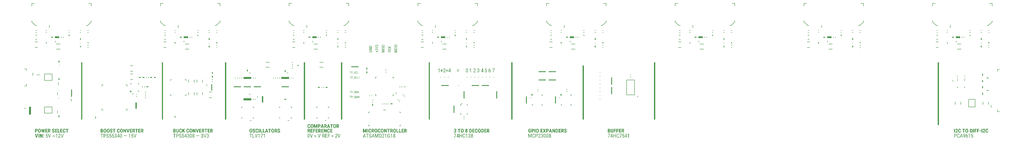
<source format=gto>
G04*
G04 #@! TF.GenerationSoftware,Altium Limited,Altium Designer,18.0.7 (293)*
G04*
G04 Layer_Color=12040119*
%FSLAX25Y25*%
%MOIN*%
G70*
G01*
G75*
%ADD10C,0.00591*%
%ADD11C,0.00394*%
%ADD12C,0.00787*%
%ADD13C,0.00610*%
%ADD14R,0.01575X0.09843*%
%ADD15R,0.11811X0.01575*%
%ADD16R,0.07087X0.03150*%
%ADD17R,0.02362X0.10236*%
%ADD18R,0.01575X0.11811*%
G36*
X71358Y172638D02*
X68405D01*
Y173819D01*
X71358D01*
Y172638D01*
D02*
G37*
G36*
X114764Y168799D02*
X113583D01*
Y171752D01*
X114764D01*
Y168799D01*
D02*
G37*
G36*
Y156988D02*
X113583D01*
Y159941D01*
X114764D01*
Y156988D01*
D02*
G37*
G36*
X81299Y133366D02*
X80118D01*
Y136319D01*
X81299D01*
Y133366D01*
D02*
G37*
G36*
X81299Y106004D02*
X80118D01*
Y108957D01*
X81299D01*
Y106004D01*
D02*
G37*
G36*
X37008Y51968D02*
X33858D01*
Y64173D01*
X37008D01*
Y51968D01*
D02*
G37*
G36*
X81299Y47736D02*
X80118D01*
Y50689D01*
X81299D01*
Y47736D01*
D02*
G37*
G36*
X117126Y44291D02*
X115157D01*
Y133858D01*
X117126D01*
Y44291D01*
D02*
G37*
G36*
X138386Y48720D02*
Y45768D01*
X137205D01*
Y48720D01*
X138386D01*
D02*
G37*
G36*
X200000Y70669D02*
Y61221D01*
X201969D01*
Y70669D01*
X200000D01*
D02*
G37*
G36*
X208169Y109646D02*
X205217D01*
Y110827D01*
X208169D01*
Y109646D01*
D02*
G37*
G36*
X214075D02*
X211122D01*
Y110827D01*
X214075D01*
Y109646D01*
D02*
G37*
G36*
X231791D02*
X228839D01*
Y110827D01*
X231791D01*
Y109646D01*
D02*
G37*
G36*
X225886D02*
X222933D01*
Y110827D01*
X225886D01*
Y109646D01*
D02*
G37*
G36*
X219980Y94882D02*
X217028D01*
Y96063D01*
X219980D01*
Y94882D01*
D02*
G37*
G36*
X243110Y44291D02*
X241142D01*
Y133858D01*
X243110D01*
Y44291D01*
D02*
G37*
G36*
X472933Y172638D02*
X469980D01*
Y173819D01*
X472933D01*
Y172638D01*
D02*
G37*
G36*
X272146D02*
X269193D01*
Y173819D01*
X272146D01*
Y172638D01*
D02*
G37*
G36*
X315551Y168799D02*
X314370D01*
Y171752D01*
X315551D01*
Y168799D01*
D02*
G37*
G36*
Y156988D02*
X314370D01*
Y159941D01*
X315551D01*
Y156988D01*
D02*
G37*
G36*
X375197Y119587D02*
X374016D01*
Y122539D01*
X375197D01*
Y119587D01*
D02*
G37*
G36*
X434252Y118602D02*
X433071D01*
Y121555D01*
X434252D01*
Y118602D01*
D02*
G37*
G36*
X320472Y115650D02*
X319291D01*
Y118602D01*
X320472D01*
Y115650D01*
D02*
G37*
G36*
Y109744D02*
X319291D01*
Y112697D01*
X320472D01*
Y109744D01*
D02*
G37*
G36*
X439764Y107677D02*
X427559D01*
Y110827D01*
X439764D01*
Y107677D01*
D02*
G37*
G36*
X380709Y107677D02*
X368504D01*
Y110827D01*
X380709D01*
Y107677D01*
D02*
G37*
G36*
X487697Y93898D02*
X484744D01*
Y95079D01*
X487697D01*
Y93898D01*
D02*
G37*
G36*
X435138Y75197D02*
X432185D01*
Y76378D01*
X435138D01*
Y75197D01*
D02*
G37*
G36*
X380709Y74213D02*
X368504D01*
Y77362D01*
X380709D01*
Y74213D01*
D02*
G37*
G36*
X262402Y46752D02*
X261221D01*
Y49705D01*
X262402D01*
Y46752D01*
D02*
G37*
G36*
X464567Y44291D02*
X462598D01*
Y133858D01*
X464567D01*
Y44291D01*
D02*
G37*
G36*
X341535D02*
X339567D01*
Y133858D01*
X341535D01*
Y44291D01*
D02*
G37*
G36*
X516338Y168799D02*
X515157D01*
Y171752D01*
X516338D01*
Y168799D01*
D02*
G37*
G36*
Y156988D02*
X515157D01*
Y159941D01*
X516338D01*
Y156988D01*
D02*
G37*
G36*
X561614Y122539D02*
X560433D01*
Y125492D01*
X561614D01*
Y122539D01*
D02*
G37*
G36*
Y116634D02*
X560433D01*
Y119587D01*
X561614D01*
Y116634D01*
D02*
G37*
G36*
X499508Y93898D02*
X496555D01*
Y95079D01*
X499508D01*
Y93898D01*
D02*
G37*
G36*
X600886Y68307D02*
X597933D01*
Y69488D01*
X600886D01*
Y68307D01*
D02*
G37*
G36*
X570472Y65453D02*
X569291D01*
Y68405D01*
X570472D01*
Y65453D01*
D02*
G37*
G36*
X659449Y44291D02*
X657480D01*
Y133858D01*
X659449D01*
Y44291D01*
D02*
G37*
G36*
X522638D02*
X520669D01*
Y133858D01*
X522638D01*
Y44291D01*
D02*
G37*
G36*
X786417Y133858D02*
Y44291D01*
X788386D01*
Y133858D01*
X786417D01*
D02*
G37*
G36*
X717126Y159941D02*
Y156988D01*
X715945D01*
Y159941D01*
X717126D01*
D02*
G37*
G36*
X670768Y173819D02*
X673721D01*
Y172638D01*
X670768D01*
Y173819D01*
D02*
G37*
G36*
X715945Y168799D02*
Y171752D01*
X717126D01*
Y168799D01*
X715945D01*
D02*
G37*
G36*
X897638Y128937D02*
Y44291D01*
X899606D01*
Y128937D01*
X897638D01*
D02*
G37*
G36*
X917913Y159941D02*
Y156988D01*
X916732D01*
Y159941D01*
X917913D01*
D02*
G37*
G36*
X871555Y173819D02*
X874508D01*
Y172638D01*
X871555D01*
Y173819D01*
D02*
G37*
G36*
X916732Y168799D02*
Y171752D01*
X917913D01*
Y168799D01*
X916732D01*
D02*
G37*
G36*
X1276083Y172638D02*
X1273130D01*
Y173819D01*
X1276083D01*
Y172638D01*
D02*
G37*
G36*
X1075295D02*
X1072343D01*
Y173819D01*
X1075295D01*
Y172638D01*
D02*
G37*
G36*
X1118701Y168799D02*
X1117520D01*
Y171752D01*
X1118701D01*
Y168799D01*
D02*
G37*
G36*
Y156988D02*
X1117520D01*
Y159941D01*
X1118701D01*
Y156988D01*
D02*
G37*
G36*
X1010827Y44291D02*
X1008858D01*
Y133858D01*
X1010827D01*
Y44291D01*
D02*
G37*
G36*
X1319488Y159941D02*
Y156988D01*
X1318307D01*
Y159941D01*
X1319488D01*
D02*
G37*
G36*
X1318307Y168799D02*
Y171752D01*
X1319488D01*
Y168799D01*
X1318307D01*
D02*
G37*
G36*
X1451772Y133858D02*
Y35433D01*
X1453740D01*
Y133858D01*
X1451772D01*
D02*
G37*
G36*
X1473917Y173819D02*
X1476870D01*
Y172638D01*
X1473917D01*
Y173819D01*
D02*
G37*
G36*
X1522244Y86229D02*
Y83276D01*
X1521063D01*
Y86229D01*
X1522244D01*
D02*
G37*
G36*
X1528051Y90264D02*
X1531004D01*
Y89083D01*
X1528051D01*
Y90264D01*
D02*
G37*
G36*
X1521063Y93118D02*
Y96071D01*
X1522244D01*
Y93118D01*
X1521063D01*
D02*
G37*
G36*
X1522244Y105914D02*
Y102961D01*
X1521063D01*
Y105914D01*
X1522244D01*
D02*
G37*
G36*
X1521063Y112803D02*
Y115756D01*
X1522244D01*
Y112803D01*
X1521063D01*
D02*
G37*
G36*
X1528051Y109843D02*
X1531004D01*
Y108662D01*
X1528051D01*
Y109843D01*
D02*
G37*
G36*
X1520276Y159941D02*
Y156988D01*
X1519094D01*
Y159941D01*
X1520276D01*
D02*
G37*
G36*
X1519094Y168799D02*
Y171752D01*
X1520276D01*
Y168799D01*
X1519094D01*
D02*
G37*
G36*
X686422Y121293D02*
X687758D01*
Y120579D01*
X686422D01*
Y118702D01*
X685698D01*
Y120579D01*
X684341D01*
Y121293D01*
X685698D01*
Y123016D01*
X686422D01*
Y121293D01*
D02*
G37*
G36*
X678150D02*
X679486D01*
Y120579D01*
X678150D01*
Y118702D01*
X677426D01*
Y120579D01*
X676069D01*
Y121293D01*
X677426D01*
Y123016D01*
X678150D01*
Y121293D01*
D02*
G37*
G36*
X691349Y120099D02*
X692012D01*
Y119487D01*
X691349D01*
Y118110D01*
X690625D01*
Y119487D01*
X688380D01*
Y119926D01*
X690594Y124047D01*
X691349D01*
Y120099D01*
D02*
G37*
G36*
X682036Y124118D02*
X682097D01*
X682169Y124108D01*
X682332Y124077D01*
X682505Y124026D01*
X682689Y123945D01*
X682872Y123832D01*
X682954Y123771D01*
X683036Y123690D01*
X683056Y123669D01*
X683097Y123608D01*
X683168Y123516D01*
X683240Y123384D01*
X683311Y123220D01*
X683383Y123016D01*
X683423Y122792D01*
X683444Y122537D01*
Y122527D01*
Y122496D01*
X683433Y122445D01*
Y122384D01*
X683413Y122292D01*
X683393Y122190D01*
X683362Y122078D01*
X683331Y121945D01*
X683281Y121792D01*
X683219Y121639D01*
X683148Y121466D01*
X683056Y121282D01*
X682954Y121089D01*
X682832Y120885D01*
X682689Y120670D01*
X682526Y120446D01*
X681210Y118722D01*
X683668D01*
Y118110D01*
X680343D01*
Y118641D01*
X682036Y120885D01*
Y120895D01*
X682057Y120905D01*
X682097Y120976D01*
X682169Y121068D01*
X682250Y121191D01*
X682332Y121323D01*
X682424Y121466D01*
X682505Y121599D01*
X682566Y121731D01*
X682577Y121752D01*
X682587Y121792D01*
X682618Y121854D01*
X682648Y121945D01*
X682668Y122058D01*
X682699Y122170D01*
X682709Y122302D01*
X682720Y122445D01*
Y122455D01*
Y122466D01*
Y122527D01*
X682709Y122608D01*
X682689Y122721D01*
X682668Y122843D01*
X682628Y122965D01*
X682566Y123088D01*
X682495Y123210D01*
X682485Y123220D01*
X682454Y123261D01*
X682413Y123302D01*
X682342Y123363D01*
X682261Y123414D01*
X682169Y123465D01*
X682046Y123496D01*
X681924Y123506D01*
X681852D01*
X681771Y123486D01*
X681669Y123465D01*
X681546Y123424D01*
X681434Y123373D01*
X681322Y123292D01*
X681220Y123190D01*
X681210Y123180D01*
X681179Y123129D01*
X681139Y123057D01*
X681098Y122955D01*
X681057Y122833D01*
X681016Y122680D01*
X680985Y122496D01*
X680975Y122292D01*
X680251D01*
Y122302D01*
Y122333D01*
Y122374D01*
X680261Y122425D01*
Y122496D01*
X680271Y122578D01*
X680312Y122761D01*
X680363Y122976D01*
X680445Y123200D01*
X680557Y123414D01*
X680618Y123516D01*
X680700Y123618D01*
X680710Y123628D01*
X680720Y123639D01*
X680782Y123700D01*
X680884Y123781D01*
X681026Y123873D01*
X681200Y123965D01*
X681404Y124047D01*
X681648Y124108D01*
X681781Y124118D01*
X681924Y124128D01*
X681995D01*
X682036Y124118D01*
D02*
G37*
G36*
X674223Y118110D02*
X673499D01*
Y123129D01*
X672244Y122578D01*
Y123261D01*
X674111Y124077D01*
X674223D01*
Y118110D01*
D02*
G37*
G36*
X577603Y161168D02*
X577654D01*
X577705Y161161D01*
X577836Y161132D01*
X577982Y161095D01*
X578135Y161030D01*
X578281Y160950D01*
X578346Y160891D01*
X578412Y160833D01*
Y160826D01*
X578427Y160818D01*
X578441Y160796D01*
X578463Y160775D01*
X578514Y160702D01*
X578573Y160600D01*
X578638Y160476D01*
X578689Y160323D01*
X578726Y160155D01*
X578733Y160060D01*
X578740Y159965D01*
Y159914D01*
X578733Y159885D01*
Y159842D01*
X578726Y159790D01*
X578704Y159674D01*
X578667Y159543D01*
X578609Y159404D01*
X578536Y159258D01*
X578434Y159127D01*
X578427D01*
X578419Y159113D01*
X578376Y159076D01*
X578303Y159025D01*
X578208Y158959D01*
X578084Y158901D01*
X577931Y158850D01*
X577756Y158814D01*
X577661Y158799D01*
X577559D01*
X577537Y158806D01*
Y159375D01*
X577552D01*
X577596D01*
X577654Y159382D01*
X577734Y159397D01*
X577814Y159411D01*
X577909Y159441D01*
X577997Y159484D01*
X578084Y159535D01*
X578091Y159543D01*
X578113Y159564D01*
X578150Y159601D01*
X578186Y159652D01*
X578223Y159718D01*
X578259Y159790D01*
X578281Y159885D01*
X578288Y159980D01*
Y160024D01*
X578281Y160082D01*
X578266Y160140D01*
X578237Y160213D01*
X578208Y160286D01*
X578157Y160359D01*
X578091Y160425D01*
X578084Y160432D01*
X578055Y160447D01*
X578004Y160476D01*
X577946Y160505D01*
X577858Y160534D01*
X577763Y160563D01*
X577647Y160578D01*
X577515Y160585D01*
X577508D01*
X577501D01*
X577479D01*
X577450D01*
X577384Y160578D01*
X577297Y160563D01*
X577202Y160549D01*
X577100Y160519D01*
X577012Y160483D01*
X576932Y160432D01*
X576925Y160425D01*
X576903Y160403D01*
X576874Y160366D01*
X576837Y160315D01*
X576801Y160250D01*
X576772Y160169D01*
X576750Y160075D01*
X576743Y159965D01*
Y159557D01*
X576291D01*
Y160016D01*
X576283Y160067D01*
X576269Y160126D01*
X576247Y160199D01*
X576210Y160272D01*
X576167Y160337D01*
X576101Y160396D01*
X576094Y160403D01*
X576065Y160417D01*
X576021Y160439D01*
X575963Y160468D01*
X575882Y160490D01*
X575795Y160512D01*
X575686Y160527D01*
X575569Y160534D01*
X575562D01*
X575554D01*
X575511D01*
X575445Y160527D01*
X575372Y160519D01*
X575285Y160498D01*
X575190Y160476D01*
X575103Y160439D01*
X575022Y160388D01*
X575015Y160381D01*
X574993Y160359D01*
X574957Y160330D01*
X574920Y160286D01*
X574891Y160228D01*
X574855Y160155D01*
X574833Y160075D01*
X574825Y159980D01*
Y159936D01*
X574833Y159892D01*
X574847Y159834D01*
X574876Y159769D01*
X574913Y159703D01*
X574964Y159637D01*
X575030Y159572D01*
X575037Y159564D01*
X575066Y159550D01*
X575110Y159521D01*
X575168Y159492D01*
X575241Y159462D01*
X575328Y159433D01*
X575430Y159419D01*
X575547Y159411D01*
Y158850D01*
X575525Y158843D01*
X575518D01*
X575503D01*
X575474D01*
X575445D01*
X575401Y158850D01*
X575350Y158857D01*
X575241Y158879D01*
X575110Y158908D01*
X574971Y158967D01*
X574840Y159047D01*
X574774Y159091D01*
X574709Y159149D01*
X574701Y159156D01*
X574694Y159163D01*
X574658Y159207D01*
X574599Y159280D01*
X574541Y159375D01*
X574483Y159492D01*
X574425Y159630D01*
X574388Y159790D01*
X574373Y159878D01*
Y160016D01*
X574381Y160053D01*
Y160097D01*
X574388Y160148D01*
X574410Y160264D01*
X574446Y160403D01*
X574505Y160541D01*
X574585Y160680D01*
X574629Y160745D01*
X574687Y160804D01*
Y160811D01*
X574701Y160818D01*
X574745Y160855D01*
X574818Y160906D01*
X574913Y160964D01*
X575044Y161015D01*
X575197Y161066D01*
X575372Y161103D01*
X575474Y161117D01*
X575576D01*
X575591D01*
X575627D01*
X575678Y161110D01*
X575751Y161103D01*
X575832Y161081D01*
X575926Y161059D01*
X576021Y161022D01*
X576116Y160971D01*
X576130Y160964D01*
X576159Y160942D01*
X576203Y160913D01*
X576262Y160862D01*
X576327Y160804D01*
X576393Y160731D01*
X576451Y160643D01*
X576509Y160549D01*
Y160556D01*
X576517Y160563D01*
X576531Y160600D01*
X576560Y160658D01*
X576604Y160731D01*
X576655Y160804D01*
X576721Y160884D01*
X576801Y160957D01*
X576896Y161022D01*
X576910Y161030D01*
X576939Y161044D01*
X576998Y161074D01*
X577071Y161103D01*
X577158Y161125D01*
X577268Y161154D01*
X577384Y161168D01*
X577508Y161176D01*
X577515D01*
X577530D01*
X577566D01*
X577603Y161168D01*
D02*
G37*
G36*
X578682Y157224D02*
Y156656D01*
X574439Y155380D01*
Y156007D01*
X577749Y156874D01*
X577997Y156933D01*
Y156947D01*
X577749Y157013D01*
X574439Y157873D01*
Y158500D01*
X578682Y157224D01*
D02*
G37*
G36*
X577603Y154994D02*
X577654D01*
X577705Y154986D01*
X577836Y154957D01*
X577982Y154921D01*
X578135Y154855D01*
X578281Y154775D01*
X578346Y154717D01*
X578412Y154658D01*
Y154651D01*
X578427Y154644D01*
X578441Y154622D01*
X578463Y154600D01*
X578514Y154527D01*
X578573Y154425D01*
X578638Y154301D01*
X578689Y154148D01*
X578726Y153980D01*
X578733Y153885D01*
X578740Y153791D01*
Y153740D01*
X578733Y153711D01*
Y153667D01*
X578726Y153616D01*
X578704Y153499D01*
X578667Y153368D01*
X578609Y153229D01*
X578536Y153084D01*
X578434Y152952D01*
X578427D01*
X578419Y152938D01*
X578376Y152901D01*
X578303Y152850D01*
X578208Y152785D01*
X578084Y152726D01*
X577931Y152675D01*
X577756Y152639D01*
X577661Y152624D01*
X577559D01*
X577537Y152632D01*
Y153200D01*
X577552D01*
X577596D01*
X577654Y153208D01*
X577734Y153222D01*
X577814Y153237D01*
X577909Y153266D01*
X577997Y153310D01*
X578084Y153361D01*
X578091Y153368D01*
X578113Y153390D01*
X578150Y153426D01*
X578186Y153477D01*
X578223Y153543D01*
X578259Y153616D01*
X578281Y153711D01*
X578288Y153805D01*
Y153849D01*
X578281Y153907D01*
X578266Y153966D01*
X578237Y154039D01*
X578208Y154112D01*
X578157Y154184D01*
X578091Y154250D01*
X578084Y154257D01*
X578055Y154272D01*
X578004Y154301D01*
X577946Y154330D01*
X577858Y154359D01*
X577763Y154388D01*
X577647Y154403D01*
X577515Y154410D01*
X577508D01*
X577501D01*
X577479D01*
X577450D01*
X577384Y154403D01*
X577297Y154388D01*
X577202Y154374D01*
X577100Y154345D01*
X577012Y154308D01*
X576932Y154257D01*
X576925Y154250D01*
X576903Y154228D01*
X576874Y154192D01*
X576837Y154141D01*
X576801Y154075D01*
X576772Y153995D01*
X576750Y153900D01*
X576743Y153791D01*
Y153383D01*
X576291D01*
Y153842D01*
X576283Y153893D01*
X576269Y153951D01*
X576247Y154024D01*
X576210Y154097D01*
X576167Y154163D01*
X576101Y154221D01*
X576094Y154228D01*
X576065Y154243D01*
X576021Y154265D01*
X575963Y154294D01*
X575882Y154316D01*
X575795Y154338D01*
X575686Y154352D01*
X575569Y154359D01*
X575562D01*
X575554D01*
X575511D01*
X575445Y154352D01*
X575372Y154345D01*
X575285Y154323D01*
X575190Y154301D01*
X575103Y154265D01*
X575022Y154214D01*
X575015Y154206D01*
X574993Y154184D01*
X574957Y154155D01*
X574920Y154112D01*
X574891Y154053D01*
X574855Y153980D01*
X574833Y153900D01*
X574825Y153805D01*
Y153762D01*
X574833Y153718D01*
X574847Y153659D01*
X574876Y153594D01*
X574913Y153528D01*
X574964Y153463D01*
X575030Y153397D01*
X575037Y153390D01*
X575066Y153375D01*
X575110Y153346D01*
X575168Y153317D01*
X575241Y153288D01*
X575328Y153259D01*
X575430Y153244D01*
X575547Y153237D01*
Y152675D01*
X575525Y152668D01*
X575518D01*
X575503D01*
X575474D01*
X575445D01*
X575401Y152675D01*
X575350Y152683D01*
X575241Y152705D01*
X575110Y152734D01*
X574971Y152792D01*
X574840Y152872D01*
X574774Y152916D01*
X574709Y152974D01*
X574701Y152982D01*
X574694Y152989D01*
X574658Y153033D01*
X574599Y153105D01*
X574541Y153200D01*
X574483Y153317D01*
X574425Y153455D01*
X574388Y153616D01*
X574373Y153703D01*
Y153842D01*
X574381Y153878D01*
Y153922D01*
X574388Y153973D01*
X574410Y154090D01*
X574446Y154228D01*
X574505Y154367D01*
X574585Y154505D01*
X574629Y154571D01*
X574687Y154629D01*
Y154636D01*
X574701Y154644D01*
X574745Y154680D01*
X574818Y154731D01*
X574913Y154789D01*
X575044Y154841D01*
X575197Y154892D01*
X575372Y154928D01*
X575474Y154943D01*
X575576D01*
X575591D01*
X575627D01*
X575678Y154935D01*
X575751Y154928D01*
X575832Y154906D01*
X575926Y154884D01*
X576021Y154848D01*
X576116Y154797D01*
X576130Y154789D01*
X576159Y154768D01*
X576203Y154738D01*
X576262Y154687D01*
X576327Y154629D01*
X576393Y154556D01*
X576451Y154469D01*
X576509Y154374D01*
Y154381D01*
X576517Y154388D01*
X576531Y154425D01*
X576560Y154483D01*
X576604Y154556D01*
X576655Y154629D01*
X576721Y154709D01*
X576801Y154782D01*
X576896Y154848D01*
X576910Y154855D01*
X576939Y154870D01*
X576998Y154899D01*
X577071Y154928D01*
X577158Y154950D01*
X577268Y154979D01*
X577384Y154994D01*
X577508Y155001D01*
X577515D01*
X577530D01*
X577566D01*
X577603Y154994D01*
D02*
G37*
G36*
X576932Y151181D02*
X578259D01*
Y150605D01*
X576932D01*
Y149606D01*
X576422D01*
Y150605D01*
X575168D01*
Y151181D01*
X576422D01*
Y152180D01*
X576932D01*
Y151181D01*
D02*
G37*
G36*
X753432Y123496D02*
X753249D01*
X753198Y123486D01*
X753136Y123475D01*
X753065Y123465D01*
X752912Y123424D01*
X752728Y123363D01*
X752535Y123282D01*
X752351Y123159D01*
X752269Y123088D01*
X752188Y123006D01*
Y122996D01*
X752168Y122986D01*
X752147Y122955D01*
X752127Y122914D01*
X752096Y122874D01*
X752055Y122812D01*
X752014Y122741D01*
X751974Y122649D01*
X751933Y122557D01*
X751892Y122455D01*
X751851Y122333D01*
X751821Y122211D01*
X751790Y122068D01*
X751759Y121925D01*
X751739Y121762D01*
X751720Y121599D01*
X751739Y121609D01*
X751790Y121670D01*
X751882Y121752D01*
X751994Y121843D01*
X752137Y121935D01*
X752310Y122007D01*
X752514Y122068D01*
X752616Y122078D01*
X752728Y122088D01*
X752790D01*
X752841Y122078D01*
X752963Y122058D01*
X753106Y122017D01*
X753269Y121956D01*
X753442Y121864D01*
X753534Y121803D01*
X753616Y121731D01*
X753697Y121639D01*
X753769Y121548D01*
Y121537D01*
X753789Y121527D01*
X753810Y121497D01*
X753830Y121446D01*
X753861Y121395D01*
X753891Y121333D01*
X753922Y121252D01*
X753963Y121170D01*
X754003Y121068D01*
X754034Y120966D01*
X754095Y120721D01*
X754136Y120446D01*
X754156Y120130D01*
Y120120D01*
Y120089D01*
Y120038D01*
X754146Y119977D01*
Y119895D01*
X754136Y119803D01*
X754126Y119701D01*
X754106Y119589D01*
X754054Y119355D01*
X753973Y119110D01*
X753871Y118865D01*
X753728Y118651D01*
Y118641D01*
X753708Y118630D01*
X753657Y118569D01*
X753555Y118477D01*
X753432Y118386D01*
X753269Y118284D01*
X753065Y118192D01*
X752841Y118131D01*
X752718Y118120D01*
X752586Y118110D01*
X752514D01*
X752463Y118120D01*
X752402Y118131D01*
X752341Y118141D01*
X752178Y118192D01*
X751984Y118263D01*
X751892Y118314D01*
X751790Y118375D01*
X751698Y118447D01*
X751607Y118539D01*
X751515Y118630D01*
X751423Y118743D01*
Y118753D01*
X751403Y118773D01*
X751382Y118814D01*
X751351Y118865D01*
X751321Y118926D01*
X751280Y118998D01*
X751249Y119089D01*
X751209Y119202D01*
X751168Y119314D01*
X751127Y119436D01*
X751086Y119579D01*
X751056Y119732D01*
X751025Y119895D01*
X751005Y120069D01*
X750994Y120252D01*
X750984Y120446D01*
Y120742D01*
Y120752D01*
Y120793D01*
Y120864D01*
Y120946D01*
X750994Y121048D01*
Y121170D01*
X751005Y121303D01*
X751015Y121446D01*
X751045Y121752D01*
X751096Y122078D01*
X751158Y122394D01*
X751198Y122547D01*
X751249Y122690D01*
Y122700D01*
X751260Y122721D01*
X751280Y122761D01*
X751300Y122812D01*
X751331Y122874D01*
X751362Y122935D01*
X751443Y123098D01*
X751555Y123271D01*
X751688Y123445D01*
X751841Y123618D01*
X752025Y123761D01*
X752035D01*
X752045Y123781D01*
X752076Y123792D01*
X752116Y123822D01*
X752168Y123843D01*
X752229Y123873D01*
X752382Y123945D01*
X752565Y124006D01*
X752790Y124067D01*
X753034Y124118D01*
X753310Y124138D01*
X753432D01*
Y123496D01*
D02*
G37*
G36*
X567155Y159543D02*
X567228Y159535D01*
X567301Y159528D01*
X567396Y159513D01*
X567491Y159499D01*
X567695Y159448D01*
X567804Y159411D01*
X567913Y159368D01*
X568023Y159317D01*
X568132Y159266D01*
X568234Y159193D01*
X568336Y159120D01*
X568344Y159113D01*
X568358Y159098D01*
X568380Y159076D01*
X568417Y159047D01*
X568453Y159003D01*
X568497Y158952D01*
X568540Y158894D01*
X568584Y158821D01*
X568635Y158748D01*
X568679Y158668D01*
X568723Y158573D01*
X568759Y158478D01*
X568796Y158376D01*
X568818Y158259D01*
X568832Y158143D01*
X568839Y158019D01*
Y156853D01*
X564597D01*
Y158085D01*
X564604Y158128D01*
X564611Y158187D01*
X564626Y158259D01*
X564640Y158332D01*
X564662Y158413D01*
X564684Y158500D01*
X564720Y158588D01*
X564764Y158675D01*
X564808Y158770D01*
X564874Y158865D01*
X564939Y158952D01*
X565019Y159040D01*
X565107Y159120D01*
X565114Y159127D01*
X565129Y159142D01*
X565158Y159156D01*
X565202Y159185D01*
X565253Y159222D01*
X565311Y159258D01*
X565384Y159295D01*
X565464Y159338D01*
X565552Y159375D01*
X565654Y159411D01*
X565756Y159448D01*
X565872Y159484D01*
X566004Y159513D01*
X566135Y159528D01*
X566273Y159543D01*
X566419Y159550D01*
X567024D01*
X567031D01*
X567061D01*
X567104D01*
X567155Y159543D01*
D02*
G37*
G36*
X568839Y155431D02*
X565690Y153820D01*
Y153805D01*
X568839D01*
Y153215D01*
X564597D01*
Y153805D01*
X567746Y155416D01*
X567738Y155431D01*
X564597D01*
Y156021D01*
X568839D01*
Y155431D01*
D02*
G37*
G36*
X568249Y152398D02*
X568278Y152376D01*
X568329Y152340D01*
X568387Y152289D01*
X568460Y152223D01*
X568540Y152143D01*
X568621Y152049D01*
X568701Y151932D01*
X568708Y151917D01*
X568730Y151874D01*
X568766Y151801D01*
X568796Y151706D01*
X568832Y151582D01*
X568868Y151443D01*
X568890Y151276D01*
X568898Y151093D01*
Y151028D01*
X568890Y150984D01*
X568883Y150926D01*
X568876Y150860D01*
X568861Y150787D01*
X568847Y150707D01*
X568803Y150532D01*
X568730Y150357D01*
X568679Y150262D01*
X568628Y150175D01*
X568570Y150095D01*
X568497Y150014D01*
X568489Y150007D01*
X568475Y150000D01*
X568453Y149978D01*
X568424Y149949D01*
X568380Y149920D01*
X568329Y149883D01*
X568271Y149847D01*
X568198Y149810D01*
X568125Y149774D01*
X568037Y149738D01*
X567943Y149701D01*
X567841Y149672D01*
X567724Y149643D01*
X567607Y149621D01*
X567483Y149614D01*
X567345Y149606D01*
X566084D01*
X566076D01*
X566054D01*
X566011D01*
X565960Y149614D01*
X565902Y149621D01*
X565829Y149628D01*
X565748Y149636D01*
X565661Y149657D01*
X565479Y149701D01*
X565289Y149767D01*
X565194Y149810D01*
X565107Y149869D01*
X565019Y149927D01*
X564939Y149993D01*
X564932Y150000D01*
X564925Y150014D01*
X564903Y150036D01*
X564874Y150066D01*
X564844Y150102D01*
X564808Y150153D01*
X564772Y150204D01*
X564735Y150270D01*
X564699Y150343D01*
X564662Y150416D01*
X564597Y150598D01*
X564545Y150802D01*
X564538Y150911D01*
X564531Y151028D01*
Y151093D01*
X564538Y151137D01*
Y151188D01*
X564545Y151254D01*
X564575Y151392D01*
X564611Y151553D01*
X564669Y151720D01*
X564750Y151881D01*
X564801Y151954D01*
X564859Y152019D01*
Y152027D01*
X564874Y152034D01*
X564895Y152049D01*
X564917Y152070D01*
X564954Y152100D01*
X564997Y152129D01*
X565099Y152194D01*
X565231Y152260D01*
X565391Y152318D01*
X565573Y152362D01*
X565675Y152376D01*
X565785Y152384D01*
X565799D01*
Y151822D01*
X565792D01*
X565785D01*
X565763D01*
X565734Y151815D01*
X565661Y151808D01*
X565573Y151793D01*
X565479Y151764D01*
X565377Y151728D01*
X565282Y151677D01*
X565194Y151611D01*
X565187Y151604D01*
X565158Y151575D01*
X565129Y151531D01*
X565085Y151465D01*
X565049Y151385D01*
X565012Y151290D01*
X564990Y151174D01*
X564983Y151035D01*
Y150999D01*
X564990Y150970D01*
X564997Y150904D01*
X565019Y150816D01*
X565049Y150714D01*
X565099Y150612D01*
X565172Y150518D01*
X565267Y150423D01*
X565282Y150416D01*
X565318Y150386D01*
X565384Y150350D01*
X565471Y150313D01*
X565588Y150270D01*
X565727Y150233D01*
X565887Y150204D01*
X566076Y150197D01*
X567338D01*
X567345D01*
X567359D01*
X567389D01*
X567425Y150204D01*
X567476D01*
X567527Y150211D01*
X567644Y150226D01*
X567782Y150255D01*
X567921Y150299D01*
X568052Y150357D01*
X568169Y150437D01*
X568183Y150452D01*
X568212Y150481D01*
X568256Y150532D01*
X568307Y150612D01*
X568358Y150707D01*
X568402Y150816D01*
X568431Y150948D01*
X568446Y151093D01*
Y151145D01*
X568438Y151196D01*
X568431Y151261D01*
X568424Y151341D01*
X568402Y151414D01*
X568380Y151494D01*
X568344Y151560D01*
X568336Y151567D01*
X568322Y151589D01*
X568300Y151618D01*
X568271Y151655D01*
X568234Y151699D01*
X568190Y151742D01*
X568140Y151779D01*
X568081Y151815D01*
X567119D01*
Y151086D01*
X566689D01*
Y152406D01*
X568234D01*
X568249Y152398D01*
D02*
G37*
G36*
X580292Y29711D02*
X580373Y29701D01*
X580465Y29691D01*
X580679Y29650D01*
X580914Y29589D01*
X581159Y29487D01*
X581281Y29426D01*
X581393Y29355D01*
X581495Y29273D01*
X581597Y29171D01*
X581607Y29161D01*
X581618Y29151D01*
X581648Y29110D01*
X581679Y29069D01*
X581720Y29018D01*
X581761Y28946D01*
X581812Y28865D01*
X581862Y28773D01*
X581914Y28671D01*
X581964Y28549D01*
X582016Y28426D01*
X582056Y28283D01*
X582097Y28130D01*
X582138Y27967D01*
X582158Y27794D01*
X582179Y27610D01*
X580975D01*
Y27620D01*
Y27641D01*
Y27671D01*
X580965Y27712D01*
X580955Y27825D01*
X580944Y27957D01*
X580914Y28100D01*
X580883Y28243D01*
X580832Y28375D01*
X580771Y28477D01*
X580761Y28488D01*
X580740Y28518D01*
X580689Y28559D01*
X580628Y28600D01*
X580537Y28640D01*
X580424Y28681D01*
X580292Y28712D01*
X580128Y28722D01*
X580047D01*
X579965Y28702D01*
X579863Y28681D01*
X579751Y28640D01*
X579639Y28579D01*
X579537Y28498D01*
X579445Y28385D01*
X579435Y28365D01*
X579415Y28324D01*
X579384Y28243D01*
X579343Y28120D01*
X579313Y27967D01*
X579272Y27773D01*
X579251Y27549D01*
X579241Y27416D01*
X579231Y27274D01*
Y26162D01*
Y26152D01*
Y26121D01*
Y26080D01*
Y26019D01*
X579241Y25948D01*
Y25866D01*
X579251Y25683D01*
X579282Y25479D01*
X579313Y25274D01*
X579363Y25091D01*
X579394Y25019D01*
X579425Y24948D01*
X579435Y24938D01*
X579465Y24897D01*
X579517Y24846D01*
X579588Y24785D01*
X579680Y24724D01*
X579802Y24673D01*
X579945Y24632D01*
X580108Y24622D01*
X580190D01*
X580271Y24632D01*
X580373Y24652D01*
X580475Y24673D01*
X580587Y24713D01*
X580679Y24775D01*
X580761Y24846D01*
X580771Y24856D01*
X580792Y24897D01*
X580822Y24948D01*
X580853Y25040D01*
X580894Y25152D01*
X580924Y25295D01*
X580955Y25479D01*
X580965Y25683D01*
X582168D01*
Y25672D01*
Y25642D01*
X582158Y25580D01*
Y25519D01*
X582148Y25427D01*
X582128Y25336D01*
X582107Y25223D01*
X582087Y25111D01*
X582016Y24856D01*
X581914Y24601D01*
X581771Y24356D01*
X581689Y24244D01*
X581597Y24142D01*
X581587Y24132D01*
X581577Y24122D01*
X581546Y24091D01*
X581495Y24061D01*
X581444Y24020D01*
X581383Y23979D01*
X581301Y23928D01*
X581210Y23887D01*
X581108Y23836D01*
X581006Y23785D01*
X580883Y23744D01*
X580751Y23704D01*
X580598Y23673D01*
X580445Y23642D01*
X580281Y23632D01*
X580108Y23622D01*
X580016D01*
X579945Y23632D01*
X579863Y23642D01*
X579761Y23653D01*
X579659Y23673D01*
X579537Y23704D01*
X579292Y23785D01*
X579170Y23836D01*
X579037Y23898D01*
X578915Y23969D01*
X578792Y24061D01*
X578670Y24163D01*
X578568Y24275D01*
X578558Y24285D01*
X578547Y24305D01*
X578517Y24346D01*
X578486Y24397D01*
X578445Y24469D01*
X578395Y24550D01*
X578343Y24652D01*
X578303Y24764D01*
X578252Y24887D01*
X578201Y25030D01*
X578150Y25183D01*
X578109Y25356D01*
X578078Y25540D01*
X578048Y25733D01*
X578038Y25948D01*
X578027Y26172D01*
Y27172D01*
Y27182D01*
Y27223D01*
Y27294D01*
X578038Y27376D01*
X578048Y27478D01*
X578058Y27590D01*
X578078Y27722D01*
X578099Y27865D01*
X578160Y28171D01*
X578262Y28488D01*
X578323Y28640D01*
X578395Y28783D01*
X578486Y28926D01*
X578578Y29059D01*
X578588Y29069D01*
X578609Y29089D01*
X578639Y29120D01*
X578680Y29161D01*
X578741Y29212D01*
X578813Y29273D01*
X578894Y29324D01*
X578986Y29395D01*
X579088Y29456D01*
X579200Y29507D01*
X579333Y29569D01*
X579465Y29620D01*
X579619Y29660D01*
X579782Y29691D01*
X579945Y29711D01*
X580128Y29722D01*
X580220D01*
X580292Y29711D01*
D02*
G37*
G36*
X565869D02*
X565950Y29701D01*
X566042Y29691D01*
X566257Y29650D01*
X566491Y29589D01*
X566736Y29487D01*
X566858Y29426D01*
X566970Y29355D01*
X567072Y29273D01*
X567174Y29171D01*
X567185Y29161D01*
X567195Y29151D01*
X567226Y29110D01*
X567256Y29069D01*
X567297Y29018D01*
X567338Y28946D01*
X567389Y28865D01*
X567440Y28773D01*
X567491Y28671D01*
X567542Y28549D01*
X567593Y28426D01*
X567633Y28283D01*
X567674Y28130D01*
X567715Y27967D01*
X567735Y27794D01*
X567756Y27610D01*
X566552D01*
Y27620D01*
Y27641D01*
Y27671D01*
X566542Y27712D01*
X566532Y27825D01*
X566522Y27957D01*
X566491Y28100D01*
X566461Y28243D01*
X566409Y28375D01*
X566348Y28477D01*
X566338Y28488D01*
X566318Y28518D01*
X566267Y28559D01*
X566206Y28600D01*
X566114Y28640D01*
X566002Y28681D01*
X565869Y28712D01*
X565706Y28722D01*
X565624D01*
X565543Y28702D01*
X565441Y28681D01*
X565328Y28640D01*
X565216Y28579D01*
X565114Y28498D01*
X565022Y28385D01*
X565012Y28365D01*
X564992Y28324D01*
X564961Y28243D01*
X564920Y28120D01*
X564890Y27967D01*
X564849Y27773D01*
X564828Y27549D01*
X564818Y27416D01*
X564808Y27274D01*
Y26162D01*
Y26152D01*
Y26121D01*
Y26080D01*
Y26019D01*
X564818Y25948D01*
Y25866D01*
X564828Y25683D01*
X564859Y25479D01*
X564890Y25274D01*
X564941Y25091D01*
X564971Y25019D01*
X565002Y24948D01*
X565012Y24938D01*
X565043Y24897D01*
X565094Y24846D01*
X565165Y24785D01*
X565257Y24724D01*
X565379Y24673D01*
X565522Y24632D01*
X565685Y24622D01*
X565767D01*
X565848Y24632D01*
X565950Y24652D01*
X566052Y24673D01*
X566165Y24713D01*
X566257Y24775D01*
X566338Y24846D01*
X566348Y24856D01*
X566369Y24897D01*
X566399Y24948D01*
X566430Y25040D01*
X566471Y25152D01*
X566501Y25295D01*
X566532Y25479D01*
X566542Y25683D01*
X567746D01*
Y25672D01*
Y25642D01*
X567735Y25580D01*
Y25519D01*
X567725Y25427D01*
X567705Y25336D01*
X567685Y25223D01*
X567664Y25111D01*
X567593Y24856D01*
X567491Y24601D01*
X567348Y24356D01*
X567266Y24244D01*
X567174Y24142D01*
X567164Y24132D01*
X567154Y24122D01*
X567124Y24091D01*
X567072Y24061D01*
X567022Y24020D01*
X566960Y23979D01*
X566879Y23928D01*
X566787Y23887D01*
X566685Y23836D01*
X566583Y23785D01*
X566461Y23744D01*
X566328Y23704D01*
X566175Y23673D01*
X566022Y23642D01*
X565859Y23632D01*
X565685Y23622D01*
X565593D01*
X565522Y23632D01*
X565441Y23642D01*
X565339Y23653D01*
X565237Y23673D01*
X565114Y23704D01*
X564869Y23785D01*
X564747Y23836D01*
X564614Y23898D01*
X564492Y23969D01*
X564369Y24061D01*
X564247Y24163D01*
X564145Y24275D01*
X564135Y24285D01*
X564125Y24305D01*
X564094Y24346D01*
X564064Y24397D01*
X564023Y24469D01*
X563972Y24550D01*
X563921Y24652D01*
X563880Y24764D01*
X563829Y24887D01*
X563778Y25030D01*
X563727Y25183D01*
X563686Y25356D01*
X563656Y25540D01*
X563625Y25733D01*
X563615Y25948D01*
X563604Y26172D01*
Y27172D01*
Y27182D01*
Y27223D01*
Y27294D01*
X563615Y27376D01*
X563625Y27478D01*
X563635Y27590D01*
X563656Y27722D01*
X563676Y27865D01*
X563737Y28171D01*
X563839Y28488D01*
X563900Y28640D01*
X563972Y28783D01*
X564064Y28926D01*
X564155Y29059D01*
X564165Y29069D01*
X564186Y29089D01*
X564217Y29120D01*
X564257Y29161D01*
X564319Y29212D01*
X564390Y29273D01*
X564471Y29324D01*
X564563Y29395D01*
X564665Y29456D01*
X564778Y29507D01*
X564910Y29569D01*
X565043Y29620D01*
X565196Y29660D01*
X565359Y29691D01*
X565522Y29711D01*
X565706Y29722D01*
X565798D01*
X565869Y29711D01*
D02*
G37*
G36*
X592093Y23704D02*
X590900D01*
X589145Y27590D01*
Y23704D01*
X587942D01*
Y29640D01*
X589145D01*
X590900Y25734D01*
Y29640D01*
X592093D01*
Y23704D01*
D02*
G37*
G36*
X560494Y23704D02*
X559290D01*
Y25305D01*
X559402Y27784D01*
X558209Y23704D01*
X557393D01*
X556210Y27784D01*
X556322Y25305D01*
Y23704D01*
X555118D01*
Y29640D01*
X556689D01*
X557811Y25346D01*
X558923Y29640D01*
X560494D01*
Y23704D01*
D02*
G37*
G36*
X621418Y29630D02*
X621489D01*
X621571Y29620D01*
X621775Y29579D01*
X622000Y29528D01*
X622234Y29446D01*
X622448Y29324D01*
X622561Y29252D01*
X622652Y29171D01*
X622662Y29161D01*
X622673Y29151D01*
X622703Y29120D01*
X622734Y29089D01*
X622764Y29038D01*
X622816Y28977D01*
X622856Y28906D01*
X622907Y28834D01*
X622999Y28640D01*
X623070Y28416D01*
X623132Y28151D01*
X623142Y27998D01*
X623152Y27845D01*
Y27835D01*
Y27794D01*
X623142Y27733D01*
Y27651D01*
X623122Y27559D01*
X623111Y27447D01*
X623081Y27325D01*
X623040Y27192D01*
X622999Y27060D01*
X622938Y26927D01*
X622866Y26784D01*
X622785Y26651D01*
X622683Y26519D01*
X622571Y26397D01*
X622438Y26284D01*
X622285Y26193D01*
X623325Y23755D01*
Y23704D01*
X622040D01*
X621143Y25876D01*
X620551D01*
Y23704D01*
X619347D01*
Y29640D01*
X621347D01*
X621418Y29630D01*
D02*
G37*
G36*
X618654Y28640D02*
X616451D01*
Y27243D01*
X618317D01*
Y26274D01*
X616451D01*
Y24703D01*
X618664D01*
Y23704D01*
X615247D01*
Y29640D01*
X618654D01*
Y28640D01*
D02*
G37*
G36*
X612452Y24703D02*
X614553D01*
Y23704D01*
X611249D01*
Y29640D01*
X612452D01*
Y24703D01*
D02*
G37*
G36*
X608454D02*
X610555D01*
Y23704D01*
X607250D01*
Y29640D01*
X608454D01*
Y24703D01*
D02*
G37*
G36*
X599661Y29630D02*
X599733D01*
X599815Y29620D01*
X600019Y29579D01*
X600243Y29528D01*
X600478Y29446D01*
X600692Y29324D01*
X600804Y29252D01*
X600896Y29171D01*
X600906Y29161D01*
X600916Y29151D01*
X600947Y29120D01*
X600977Y29089D01*
X601008Y29038D01*
X601059Y28977D01*
X601100Y28906D01*
X601151Y28834D01*
X601242Y28640D01*
X601314Y28416D01*
X601375Y28151D01*
X601385Y27998D01*
X601396Y27845D01*
Y27835D01*
Y27794D01*
X601385Y27733D01*
Y27651D01*
X601365Y27559D01*
X601355Y27447D01*
X601324Y27325D01*
X601283Y27192D01*
X601242Y27060D01*
X601181Y26927D01*
X601110Y26784D01*
X601028Y26651D01*
X600926Y26519D01*
X600814Y26397D01*
X600681Y26284D01*
X600528Y26193D01*
X601569Y23755D01*
Y23704D01*
X600284D01*
X599386Y25876D01*
X598795D01*
Y23704D01*
X597591D01*
Y29640D01*
X599590D01*
X599661Y29630D01*
D02*
G37*
G36*
X596897Y28640D02*
X595429D01*
Y23704D01*
X594225D01*
Y28640D01*
X592787D01*
Y29640D01*
X596897D01*
Y28640D01*
D02*
G37*
G36*
X570551Y29630D02*
X570622D01*
X570704Y29620D01*
X570908Y29579D01*
X571132Y29528D01*
X571367Y29446D01*
X571581Y29324D01*
X571693Y29252D01*
X571785Y29171D01*
X571795Y29161D01*
X571805Y29151D01*
X571836Y29120D01*
X571867Y29089D01*
X571897Y29038D01*
X571948Y28977D01*
X571989Y28906D01*
X572040Y28834D01*
X572132Y28640D01*
X572203Y28416D01*
X572264Y28151D01*
X572274Y27998D01*
X572285Y27845D01*
Y27835D01*
Y27794D01*
X572274Y27733D01*
Y27651D01*
X572254Y27559D01*
X572244Y27447D01*
X572213Y27325D01*
X572172Y27192D01*
X572132Y27059D01*
X572071Y26927D01*
X571999Y26784D01*
X571917Y26651D01*
X571815Y26519D01*
X571703Y26396D01*
X571571Y26284D01*
X571418Y26193D01*
X572458Y23755D01*
Y23704D01*
X571173D01*
X570275Y25876D01*
X569684D01*
Y23704D01*
X568480D01*
Y29640D01*
X570479D01*
X570551Y29630D01*
D02*
G37*
G36*
X562707Y23704D02*
X561503D01*
Y29640D01*
X562707D01*
Y23704D01*
D02*
G37*
G36*
X604415Y29711D02*
X604496Y29701D01*
X604598Y29681D01*
X604700Y29660D01*
X604823Y29640D01*
X605067Y29559D01*
X605200Y29497D01*
X605333Y29436D01*
X605455Y29355D01*
X605578Y29263D01*
X605700Y29161D01*
X605812Y29038D01*
X605822Y29028D01*
X605832Y29008D01*
X605863Y28967D01*
X605904Y28916D01*
X605945Y28844D01*
X605996Y28763D01*
X606047Y28661D01*
X606098Y28549D01*
X606149Y28426D01*
X606210Y28284D01*
X606251Y28130D01*
X606302Y27957D01*
X606332Y27773D01*
X606363Y27580D01*
X606383Y27376D01*
X606393Y27151D01*
Y26131D01*
Y26121D01*
Y26080D01*
Y26019D01*
X606383Y25938D01*
X606373Y25835D01*
X606363Y25723D01*
X606343Y25591D01*
X606322Y25448D01*
X606251Y25152D01*
X606149Y24846D01*
X606087Y24693D01*
X606016Y24550D01*
X605924Y24408D01*
X605822Y24275D01*
X605812Y24265D01*
X605792Y24244D01*
X605761Y24214D01*
X605720Y24173D01*
X605659Y24122D01*
X605588Y24071D01*
X605506Y24010D01*
X605414Y23948D01*
X605312Y23887D01*
X605200Y23826D01*
X605067Y23775D01*
X604925Y23724D01*
X604782Y23683D01*
X604619Y23653D01*
X604445Y23632D01*
X604262Y23622D01*
X604170D01*
X604099Y23632D01*
X604017Y23642D01*
X603915Y23653D01*
X603803Y23673D01*
X603690Y23704D01*
X603436Y23785D01*
X603313Y23836D01*
X603181Y23898D01*
X603048Y23969D01*
X602925Y24061D01*
X602803Y24163D01*
X602691Y24275D01*
X602681Y24285D01*
X602670Y24306D01*
X602640Y24346D01*
X602599Y24397D01*
X602558Y24459D01*
X602507Y24540D01*
X602456Y24642D01*
X602405Y24744D01*
X602354Y24867D01*
X602303Y25009D01*
X602252Y25162D01*
X602201Y25326D01*
X602171Y25499D01*
X602140Y25683D01*
X602120Y25886D01*
X602109Y26101D01*
Y27121D01*
Y27131D01*
Y27172D01*
Y27243D01*
X602120Y27325D01*
X602130Y27427D01*
X602140Y27549D01*
X602161Y27672D01*
X602181Y27814D01*
X602242Y28120D01*
X602344Y28447D01*
X602416Y28600D01*
X602487Y28753D01*
X602568Y28896D01*
X602670Y29028D01*
X602681Y29038D01*
X602701Y29059D01*
X602732Y29089D01*
X602773Y29140D01*
X602834Y29191D01*
X602905Y29252D01*
X602987Y29314D01*
X603079Y29375D01*
X603191Y29436D01*
X603303Y29507D01*
X603436Y29559D01*
X603578Y29610D01*
X603731Y29660D01*
X603895Y29691D01*
X604068Y29711D01*
X604251Y29722D01*
X604343D01*
X604415Y29711D01*
D02*
G37*
G36*
X585106D02*
X585188Y29701D01*
X585290Y29681D01*
X585392Y29660D01*
X585514Y29640D01*
X585759Y29559D01*
X585891Y29497D01*
X586024Y29436D01*
X586146Y29355D01*
X586269Y29263D01*
X586391Y29161D01*
X586504Y29038D01*
X586514Y29028D01*
X586524Y29008D01*
X586554Y28967D01*
X586595Y28916D01*
X586636Y28844D01*
X586687Y28763D01*
X586738Y28661D01*
X586789Y28549D01*
X586840Y28426D01*
X586901Y28284D01*
X586942Y28130D01*
X586993Y27957D01*
X587024Y27773D01*
X587054Y27580D01*
X587075Y27376D01*
X587085Y27151D01*
Y26131D01*
Y26121D01*
Y26080D01*
Y26019D01*
X587075Y25938D01*
X587065Y25835D01*
X587054Y25723D01*
X587034Y25591D01*
X587013Y25448D01*
X586942Y25152D01*
X586840Y24846D01*
X586779Y24693D01*
X586707Y24550D01*
X586616Y24408D01*
X586514Y24275D01*
X586504Y24265D01*
X586483Y24244D01*
X586452Y24214D01*
X586412Y24173D01*
X586350Y24122D01*
X586279Y24071D01*
X586198Y24010D01*
X586106Y23948D01*
X586004Y23887D01*
X585891Y23826D01*
X585759Y23775D01*
X585616Y23724D01*
X585473Y23683D01*
X585310Y23653D01*
X585137Y23632D01*
X584953Y23622D01*
X584861D01*
X584790Y23632D01*
X584708Y23642D01*
X584606Y23653D01*
X584494Y23673D01*
X584382Y23704D01*
X584127Y23785D01*
X584004Y23836D01*
X583872Y23898D01*
X583739Y23969D01*
X583617Y24061D01*
X583495Y24163D01*
X583382Y24275D01*
X583372Y24285D01*
X583362Y24305D01*
X583331Y24346D01*
X583290Y24397D01*
X583250Y24458D01*
X583199Y24540D01*
X583148Y24642D01*
X583097Y24744D01*
X583046Y24867D01*
X582995Y25009D01*
X582944Y25162D01*
X582893Y25326D01*
X582862Y25499D01*
X582831Y25683D01*
X582811Y25886D01*
X582801Y26101D01*
Y27121D01*
Y27131D01*
Y27172D01*
Y27243D01*
X582811Y27325D01*
X582821Y27427D01*
X582831Y27549D01*
X582852Y27671D01*
X582872Y27814D01*
X582934Y28120D01*
X583036Y28447D01*
X583107Y28600D01*
X583178Y28753D01*
X583260Y28895D01*
X583362Y29028D01*
X583372Y29038D01*
X583392Y29059D01*
X583423Y29089D01*
X583464Y29140D01*
X583525Y29191D01*
X583597Y29252D01*
X583678Y29314D01*
X583770Y29375D01*
X583882Y29436D01*
X583994Y29507D01*
X584127Y29559D01*
X584270Y29610D01*
X584423Y29660D01*
X584586Y29691D01*
X584759Y29711D01*
X584943Y29722D01*
X585035D01*
X585106Y29711D01*
D02*
G37*
G36*
X575304Y29711D02*
X575386Y29701D01*
X575488Y29681D01*
X575590Y29660D01*
X575712Y29640D01*
X575957Y29558D01*
X576089Y29497D01*
X576222Y29436D01*
X576344Y29355D01*
X576467Y29263D01*
X576589Y29161D01*
X576701Y29038D01*
X576712Y29028D01*
X576722Y29008D01*
X576752Y28967D01*
X576793Y28916D01*
X576834Y28844D01*
X576885Y28763D01*
X576936Y28661D01*
X576987Y28549D01*
X577038Y28426D01*
X577099Y28283D01*
X577140Y28130D01*
X577191Y27957D01*
X577221Y27773D01*
X577252Y27580D01*
X577273Y27376D01*
X577283Y27151D01*
Y26131D01*
Y26121D01*
Y26080D01*
Y26019D01*
X577273Y25938D01*
X577262Y25835D01*
X577252Y25723D01*
X577232Y25591D01*
X577211Y25448D01*
X577140Y25152D01*
X577038Y24846D01*
X576977Y24693D01*
X576905Y24550D01*
X576814Y24408D01*
X576712Y24275D01*
X576701Y24265D01*
X576681Y24244D01*
X576650Y24214D01*
X576610Y24173D01*
X576548Y24122D01*
X576477Y24071D01*
X576395Y24010D01*
X576303Y23948D01*
X576201Y23887D01*
X576089Y23826D01*
X575957Y23775D01*
X575814Y23724D01*
X575671Y23683D01*
X575508Y23653D01*
X575335Y23632D01*
X575151Y23622D01*
X575059D01*
X574988Y23632D01*
X574906Y23642D01*
X574804Y23653D01*
X574692Y23673D01*
X574580Y23704D01*
X574325Y23785D01*
X574202Y23836D01*
X574070Y23898D01*
X573937Y23969D01*
X573815Y24061D01*
X573692Y24163D01*
X573580Y24275D01*
X573570Y24285D01*
X573560Y24305D01*
X573529Y24346D01*
X573488Y24397D01*
X573448Y24458D01*
X573396Y24540D01*
X573346Y24642D01*
X573294Y24744D01*
X573244Y24867D01*
X573193Y25009D01*
X573141Y25162D01*
X573091Y25326D01*
X573060Y25499D01*
X573029Y25683D01*
X573009Y25886D01*
X572999Y26101D01*
Y27121D01*
Y27131D01*
Y27172D01*
Y27243D01*
X573009Y27325D01*
X573019Y27427D01*
X573029Y27549D01*
X573050Y27671D01*
X573070Y27814D01*
X573131Y28120D01*
X573233Y28447D01*
X573305Y28600D01*
X573376Y28753D01*
X573458Y28895D01*
X573560Y29028D01*
X573570Y29038D01*
X573590Y29059D01*
X573621Y29089D01*
X573662Y29140D01*
X573723Y29191D01*
X573794Y29252D01*
X573876Y29314D01*
X573968Y29375D01*
X574080Y29436D01*
X574192Y29507D01*
X574325Y29558D01*
X574468Y29609D01*
X574620Y29660D01*
X574784Y29691D01*
X574957Y29711D01*
X575141Y29722D01*
X575233D01*
X575304Y29711D01*
D02*
G37*
G36*
X760297Y123618D02*
X758257Y118110D01*
X757502D01*
X759542Y123424D01*
X756890D01*
Y124047D01*
X760297D01*
Y123618D01*
D02*
G37*
G36*
X162479Y29711D02*
X162611Y29691D01*
X162765Y29660D01*
X162928Y29620D01*
X163101Y29569D01*
X163264Y29487D01*
X163285Y29477D01*
X163336Y29446D01*
X163407Y29395D01*
X163509Y29314D01*
X163611Y29222D01*
X163723Y29110D01*
X163825Y28987D01*
X163917Y28834D01*
X163927Y28814D01*
X163958Y28763D01*
X163988Y28671D01*
X164040Y28559D01*
X164080Y28416D01*
X164111Y28263D01*
X164141Y28080D01*
X164152Y27886D01*
X162958D01*
Y27906D01*
Y27957D01*
X162948Y28028D01*
X162938Y28120D01*
X162917Y28222D01*
X162877Y28324D01*
X162836Y28426D01*
X162775Y28518D01*
X162765Y28528D01*
X162744Y28549D01*
X162703Y28589D01*
X162642Y28630D01*
X162571Y28671D01*
X162489Y28712D01*
X162387Y28732D01*
X162265Y28743D01*
X162214D01*
X162153Y28732D01*
X162081Y28722D01*
X162010Y28691D01*
X161928Y28661D01*
X161846Y28610D01*
X161775Y28549D01*
X161765Y28539D01*
X161744Y28518D01*
X161724Y28477D01*
X161694Y28416D01*
X161653Y28345D01*
X161632Y28263D01*
X161612Y28161D01*
X161602Y28049D01*
Y28039D01*
Y28008D01*
X161612Y27957D01*
X161622Y27906D01*
X161653Y27835D01*
X161683Y27753D01*
X161734Y27682D01*
X161795Y27600D01*
X161806Y27590D01*
X161836Y27569D01*
X161887Y27529D01*
X161959Y27478D01*
X162050Y27416D01*
X162173Y27355D01*
X162316Y27274D01*
X162489Y27202D01*
X162499D01*
X162530Y27192D01*
X162571Y27172D01*
X162632Y27141D01*
X162703Y27110D01*
X162785Y27080D01*
X162969Y26988D01*
X163172Y26876D01*
X163387Y26743D01*
X163581Y26590D01*
X163662Y26509D01*
X163744Y26427D01*
X163764Y26407D01*
X163805Y26345D01*
X163866Y26243D01*
X163948Y26111D01*
X164019Y25938D01*
X164080Y25744D01*
X164121Y25519D01*
X164141Y25264D01*
Y25254D01*
Y25234D01*
Y25193D01*
X164131Y25132D01*
Y25070D01*
X164121Y24999D01*
X164080Y24826D01*
X164019Y24632D01*
X163937Y24428D01*
X163815Y24224D01*
X163733Y24132D01*
X163652Y24050D01*
X163642D01*
X163631Y24030D01*
X163601Y24010D01*
X163560Y23979D01*
X163509Y23948D01*
X163448Y23918D01*
X163376Y23877D01*
X163305Y23836D01*
X163111Y23755D01*
X162877Y23694D01*
X162611Y23642D01*
X162305Y23622D01*
X162214D01*
X162101Y23632D01*
X161959Y23653D01*
X161795Y23683D01*
X161622Y23724D01*
X161439Y23775D01*
X161255Y23857D01*
X161234Y23867D01*
X161173Y23898D01*
X161092Y23959D01*
X160990Y24030D01*
X160867Y24122D01*
X160745Y24244D01*
X160633Y24377D01*
X160521Y24530D01*
Y24540D01*
X160510Y24550D01*
X160480Y24611D01*
X160439Y24703D01*
X160388Y24826D01*
X160337Y24979D01*
X160296Y25162D01*
X160266Y25356D01*
X160255Y25570D01*
X161459D01*
Y25560D01*
Y25550D01*
Y25489D01*
X161469Y25397D01*
X161479Y25285D01*
X161510Y25162D01*
X161540Y25040D01*
X161591Y24928D01*
X161653Y24826D01*
X161663Y24815D01*
X161694Y24795D01*
X161744Y24754D01*
X161816Y24713D01*
X161898Y24673D01*
X162010Y24632D01*
X162153Y24611D01*
X162305Y24601D01*
X162367D01*
X162408Y24611D01*
X162510Y24632D01*
X162622Y24683D01*
X162734Y24764D01*
X162795Y24815D01*
X162836Y24877D01*
X162877Y24958D01*
X162907Y25050D01*
X162928Y25152D01*
X162938Y25264D01*
Y25285D01*
Y25326D01*
X162928Y25387D01*
X162917Y25468D01*
X162897Y25550D01*
X162856Y25642D01*
X162815Y25733D01*
X162754Y25805D01*
X162744Y25815D01*
X162714Y25835D01*
X162673Y25876D01*
X162601Y25927D01*
X162510Y25978D01*
X162397Y26050D01*
X162255Y26121D01*
X162081Y26193D01*
X162071D01*
X162040Y26213D01*
X161999Y26223D01*
X161938Y26254D01*
X161857Y26284D01*
X161775Y26325D01*
X161581Y26417D01*
X161367Y26529D01*
X161153Y26662D01*
X160959Y26815D01*
X160867Y26896D01*
X160786Y26978D01*
Y26988D01*
X160765Y26998D01*
X160724Y27059D01*
X160663Y27151D01*
X160592Y27284D01*
X160521Y27447D01*
X160459Y27631D01*
X160418Y27835D01*
X160398Y28059D01*
Y28069D01*
Y28090D01*
Y28130D01*
X160408Y28181D01*
X160418Y28243D01*
X160429Y28324D01*
X160469Y28488D01*
X160531Y28681D01*
X160623Y28885D01*
X160684Y28977D01*
X160755Y29079D01*
X160837Y29171D01*
X160928Y29263D01*
X160939Y29273D01*
X160949Y29283D01*
X160979Y29303D01*
X161030Y29334D01*
X161082Y29365D01*
X161143Y29406D01*
X161214Y29446D01*
X161306Y29497D01*
X161500Y29579D01*
X161734Y29650D01*
X161989Y29701D01*
X162132Y29722D01*
X162377D01*
X162479Y29711D01*
D02*
G37*
G36*
X173556D02*
X173638Y29701D01*
X173730Y29691D01*
X173944Y29650D01*
X174178Y29589D01*
X174423Y29487D01*
X174546Y29426D01*
X174658Y29355D01*
X174760Y29273D01*
X174862Y29171D01*
X174872Y29161D01*
X174882Y29151D01*
X174913Y29110D01*
X174943Y29069D01*
X174984Y29018D01*
X175025Y28947D01*
X175076Y28865D01*
X175127Y28773D01*
X175178Y28671D01*
X175229Y28549D01*
X175280Y28426D01*
X175321Y28284D01*
X175362Y28130D01*
X175402Y27967D01*
X175423Y27794D01*
X175443Y27610D01*
X174240Y27610D01*
Y27620D01*
Y27641D01*
Y27671D01*
X174229Y27712D01*
X174219Y27825D01*
X174209Y27957D01*
X174178Y28100D01*
X174148Y28243D01*
X174097Y28375D01*
X174036Y28477D01*
X174025Y28488D01*
X174005Y28518D01*
X173954Y28559D01*
X173893Y28600D01*
X173801Y28640D01*
X173689Y28681D01*
X173556Y28712D01*
X173393Y28722D01*
X173311D01*
X173230Y28702D01*
X173128Y28681D01*
X173015Y28640D01*
X172903Y28579D01*
X172801Y28498D01*
X172710Y28385D01*
X172699Y28365D01*
X172679Y28324D01*
X172648Y28243D01*
X172608Y28120D01*
X172577Y27967D01*
X172536Y27773D01*
X172516Y27549D01*
X172505Y27416D01*
X172495Y27274D01*
Y26162D01*
Y26152D01*
Y26121D01*
Y26080D01*
Y26019D01*
X172505Y25948D01*
Y25866D01*
X172516Y25683D01*
X172546Y25479D01*
X172577Y25274D01*
X172628Y25091D01*
X172659Y25019D01*
X172689Y24948D01*
X172699Y24938D01*
X172730Y24897D01*
X172781Y24846D01*
X172852Y24785D01*
X172944Y24724D01*
X173066Y24673D01*
X173209Y24632D01*
X173372Y24622D01*
X173454D01*
X173536Y24632D01*
X173638Y24652D01*
X173740Y24673D01*
X173852Y24713D01*
X173944Y24775D01*
X174025Y24846D01*
X174036Y24856D01*
X174056Y24897D01*
X174086Y24948D01*
X174117Y25040D01*
X174158Y25152D01*
X174188Y25295D01*
X174219Y25479D01*
X174229Y25683D01*
X175433Y25683D01*
Y25672D01*
Y25642D01*
X175423Y25580D01*
Y25519D01*
X175412Y25427D01*
X175392Y25336D01*
X175372Y25223D01*
X175351Y25111D01*
X175280Y24856D01*
X175178Y24601D01*
X175035Y24356D01*
X174953Y24244D01*
X174862Y24142D01*
X174852Y24132D01*
X174841Y24122D01*
X174811Y24091D01*
X174760Y24061D01*
X174709Y24020D01*
X174647Y23979D01*
X174566Y23928D01*
X174474Y23887D01*
X174372Y23836D01*
X174270Y23785D01*
X174148Y23744D01*
X174015Y23704D01*
X173862Y23673D01*
X173709Y23642D01*
X173546Y23632D01*
X173372Y23622D01*
X173281D01*
X173209Y23632D01*
X173128Y23642D01*
X173026Y23653D01*
X172924Y23673D01*
X172801Y23704D01*
X172556Y23785D01*
X172434Y23836D01*
X172301Y23898D01*
X172179Y23969D01*
X172057Y24061D01*
X171934Y24163D01*
X171832Y24275D01*
X171822Y24285D01*
X171812Y24305D01*
X171781Y24346D01*
X171751Y24397D01*
X171710Y24469D01*
X171659Y24550D01*
X171608Y24652D01*
X171567Y24764D01*
X171516Y24887D01*
X171465Y25030D01*
X171414Y25183D01*
X171373Y25356D01*
X171343Y25540D01*
X171312Y25733D01*
X171302Y25948D01*
X171292Y26172D01*
Y27172D01*
Y27182D01*
Y27223D01*
Y27294D01*
X171302Y27376D01*
X171312Y27478D01*
X171322Y27590D01*
X171343Y27722D01*
X171363Y27865D01*
X171424Y28171D01*
X171526Y28488D01*
X171588Y28640D01*
X171659Y28783D01*
X171751Y28926D01*
X171843Y29059D01*
X171853Y29069D01*
X171873Y29089D01*
X171904Y29120D01*
X171944Y29161D01*
X172006Y29212D01*
X172077Y29273D01*
X172159Y29324D01*
X172250Y29395D01*
X172353Y29456D01*
X172465Y29507D01*
X172597Y29569D01*
X172730Y29620D01*
X172883Y29660D01*
X173046Y29691D01*
X173209Y29711D01*
X173393Y29722D01*
X173485D01*
X173556Y29711D01*
D02*
G37*
G36*
X185357Y23704D02*
X184164D01*
X182410Y27590D01*
Y23704D01*
X181206D01*
Y29640D01*
X182410D01*
X184164Y25734D01*
Y29640D01*
X185357D01*
Y23704D01*
D02*
G37*
G36*
X188876D02*
X187622D01*
X185929Y29640D01*
X187255D01*
X188254Y25326D01*
X189254Y29640D01*
X190590D01*
X188876Y23704D01*
D02*
G37*
G36*
X210572Y29630D02*
X210643D01*
X210725Y29620D01*
X210929Y29579D01*
X211153Y29528D01*
X211388Y29446D01*
X211602Y29324D01*
X211714Y29252D01*
X211806Y29171D01*
X211816Y29161D01*
X211826Y29151D01*
X211857Y29120D01*
X211888Y29089D01*
X211918Y29038D01*
X211969Y28977D01*
X212010Y28906D01*
X212061Y28834D01*
X212153Y28640D01*
X212224Y28416D01*
X212285Y28151D01*
X212296Y27998D01*
X212306Y27845D01*
Y27835D01*
Y27794D01*
X212296Y27733D01*
Y27651D01*
X212275Y27559D01*
X212265Y27447D01*
X212234Y27325D01*
X212194Y27192D01*
X212153Y27060D01*
X212092Y26927D01*
X212020Y26784D01*
X211939Y26651D01*
X211837Y26519D01*
X211724Y26397D01*
X211592Y26284D01*
X211439Y26193D01*
X212479Y23755D01*
Y23704D01*
X211194D01*
X210297Y25876D01*
X209705D01*
Y23704D01*
X208501D01*
Y29640D01*
X210501D01*
X210572Y29630D01*
D02*
G37*
G36*
X207808Y28640D02*
X205605D01*
Y27243D01*
X207471D01*
Y26274D01*
X205605D01*
Y24703D01*
X207818D01*
Y23704D01*
X204401D01*
Y29640D01*
X207808D01*
Y28640D01*
D02*
G37*
G36*
X203707D02*
X202238D01*
Y23704D01*
X201035D01*
Y28640D01*
X199597D01*
Y29640D01*
X203707D01*
Y28640D01*
D02*
G37*
G36*
X197312Y29630D02*
X197383D01*
X197465Y29620D01*
X197669Y29579D01*
X197893Y29528D01*
X198128Y29446D01*
X198342Y29324D01*
X198454Y29252D01*
X198546Y29171D01*
X198556Y29161D01*
X198566Y29151D01*
X198597Y29120D01*
X198628Y29089D01*
X198658Y29038D01*
X198709Y28977D01*
X198750Y28906D01*
X198801Y28834D01*
X198893Y28640D01*
X198964Y28416D01*
X199025Y28151D01*
X199036Y27998D01*
X199046Y27845D01*
Y27835D01*
Y27794D01*
X199036Y27733D01*
Y27651D01*
X199015Y27559D01*
X199005Y27447D01*
X198975Y27325D01*
X198934Y27192D01*
X198893Y27060D01*
X198832Y26927D01*
X198760Y26784D01*
X198679Y26651D01*
X198577Y26519D01*
X198465Y26397D01*
X198332Y26284D01*
X198179Y26193D01*
X199219Y23755D01*
Y23704D01*
X197934D01*
X197037Y25876D01*
X196445D01*
Y23704D01*
X195241D01*
Y29640D01*
X197240D01*
X197312Y29630D01*
D02*
G37*
G36*
X194548Y28640D02*
X192344D01*
Y27243D01*
X194211D01*
Y26274D01*
X192344D01*
Y24703D01*
X194558D01*
Y23704D01*
X191141D01*
Y29640D01*
X194548D01*
Y28640D01*
D02*
G37*
G36*
X168782Y28640D02*
X167314D01*
Y23704D01*
X166110D01*
Y28640D01*
X164672D01*
Y29640D01*
X168782D01*
Y28640D01*
D02*
G37*
G36*
X147658Y29630D02*
X147740D01*
X147821Y29620D01*
X148026Y29589D01*
X148260Y29538D01*
X148495Y29467D01*
X148719Y29365D01*
X148821Y29293D01*
X148913Y29222D01*
X148923D01*
X148933Y29201D01*
X148995Y29140D01*
X149066Y29048D01*
X149158Y28916D01*
X149249Y28743D01*
X149331Y28539D01*
X149382Y28294D01*
X149392Y28151D01*
X149402Y28008D01*
Y27988D01*
Y27937D01*
X149392Y27845D01*
X149382Y27743D01*
X149352Y27620D01*
X149321Y27488D01*
X149270Y27355D01*
X149198Y27233D01*
X149188Y27223D01*
X149168Y27182D01*
X149117Y27121D01*
X149056Y27049D01*
X148984Y26968D01*
X148892Y26896D01*
X148780Y26815D01*
X148658Y26753D01*
X148678Y26743D01*
X148719Y26733D01*
X148791Y26702D01*
X148882Y26651D01*
X148984Y26590D01*
X149086Y26509D01*
X149178Y26417D01*
X149270Y26294D01*
X149280Y26274D01*
X149301Y26233D01*
X149341Y26162D01*
X149382Y26060D01*
X149413Y25938D01*
X149453Y25795D01*
X149474Y25631D01*
X149484Y25448D01*
Y25438D01*
Y25407D01*
Y25366D01*
X149474Y25305D01*
Y25234D01*
X149464Y25152D01*
X149423Y24958D01*
X149372Y24744D01*
X149280Y24530D01*
X149168Y24326D01*
X149086Y24234D01*
X149005Y24142D01*
X148995D01*
X148984Y24122D01*
X148954Y24101D01*
X148913Y24071D01*
X148872Y24040D01*
X148811Y23999D01*
X148740Y23969D01*
X148658Y23928D01*
X148566Y23887D01*
X148464Y23846D01*
X148352Y23806D01*
X148230Y23775D01*
X148097Y23744D01*
X147954Y23724D01*
X147801Y23714D01*
X147638Y23704D01*
X145669D01*
Y29640D01*
X147597D01*
X147658Y29630D01*
D02*
G37*
G36*
X178370Y29711D02*
X178452Y29701D01*
X178554Y29681D01*
X178656Y29660D01*
X178779Y29640D01*
X179023Y29559D01*
X179156Y29497D01*
X179288Y29436D01*
X179411Y29355D01*
X179533Y29263D01*
X179656Y29161D01*
X179768Y29038D01*
X179778Y29028D01*
X179788Y29008D01*
X179819Y28967D01*
X179860Y28916D01*
X179901Y28844D01*
X179952Y28763D01*
X180002Y28661D01*
X180053Y28549D01*
X180104Y28426D01*
X180166Y28284D01*
X180207Y28130D01*
X180257Y27957D01*
X180288Y27773D01*
X180319Y27580D01*
X180339Y27376D01*
X180349Y27151D01*
Y26131D01*
Y26121D01*
Y26080D01*
Y26019D01*
X180339Y25938D01*
X180329Y25835D01*
X180319Y25723D01*
X180298Y25591D01*
X180278Y25448D01*
X180207Y25152D01*
X180104Y24846D01*
X180043Y24693D01*
X179972Y24550D01*
X179880Y24408D01*
X179778Y24275D01*
X179768Y24265D01*
X179747Y24244D01*
X179717Y24214D01*
X179676Y24173D01*
X179615Y24122D01*
X179543Y24071D01*
X179462Y24010D01*
X179370Y23948D01*
X179268Y23887D01*
X179156Y23826D01*
X179023Y23775D01*
X178881Y23724D01*
X178738Y23683D01*
X178575Y23653D01*
X178401Y23632D01*
X178217Y23622D01*
X178126D01*
X178054Y23632D01*
X177973Y23642D01*
X177871Y23653D01*
X177759Y23673D01*
X177646Y23704D01*
X177391Y23785D01*
X177269Y23836D01*
X177136Y23898D01*
X177004Y23969D01*
X176881Y24061D01*
X176759Y24163D01*
X176647Y24275D01*
X176637Y24285D01*
X176626Y24306D01*
X176596Y24346D01*
X176555Y24397D01*
X176514Y24459D01*
X176463Y24540D01*
X176412Y24642D01*
X176361Y24744D01*
X176310Y24867D01*
X176259Y25009D01*
X176208Y25162D01*
X176157Y25326D01*
X176127Y25499D01*
X176096Y25683D01*
X176075Y25886D01*
X176065Y26101D01*
Y27121D01*
Y27131D01*
Y27172D01*
Y27243D01*
X176075Y27325D01*
X176086Y27427D01*
X176096Y27549D01*
X176116Y27672D01*
X176137Y27814D01*
X176198Y28120D01*
X176300Y28447D01*
X176371Y28600D01*
X176443Y28753D01*
X176524Y28896D01*
X176626Y29028D01*
X176637Y29038D01*
X176657Y29059D01*
X176688Y29089D01*
X176728Y29140D01*
X176789Y29191D01*
X176861Y29252D01*
X176943Y29314D01*
X177034Y29375D01*
X177146Y29436D01*
X177259Y29507D01*
X177391Y29559D01*
X177534Y29610D01*
X177687Y29660D01*
X177850Y29691D01*
X178024Y29711D01*
X178207Y29722D01*
X178299D01*
X178370Y29711D01*
D02*
G37*
G36*
X157593Y29711D02*
X157675Y29701D01*
X157777Y29681D01*
X157879Y29660D01*
X158001Y29640D01*
X158246Y29558D01*
X158379Y29497D01*
X158511Y29436D01*
X158633Y29355D01*
X158756Y29263D01*
X158878Y29161D01*
X158991Y29038D01*
X159001Y29028D01*
X159011Y29008D01*
X159042Y28967D01*
X159082Y28916D01*
X159123Y28844D01*
X159174Y28763D01*
X159225Y28661D01*
X159276Y28549D01*
X159327Y28426D01*
X159388Y28283D01*
X159429Y28130D01*
X159480Y27957D01*
X159511Y27773D01*
X159541Y27580D01*
X159562Y27376D01*
X159572Y27151D01*
Y26131D01*
Y26121D01*
Y26080D01*
Y26019D01*
X159562Y25938D01*
X159552Y25835D01*
X159541Y25723D01*
X159521Y25591D01*
X159501Y25448D01*
X159429Y25152D01*
X159327Y24846D01*
X159266Y24693D01*
X159195Y24550D01*
X159103Y24408D01*
X159001Y24275D01*
X158991Y24265D01*
X158970Y24244D01*
X158940Y24214D01*
X158899Y24173D01*
X158837Y24122D01*
X158766Y24071D01*
X158685Y24010D01*
X158593Y23948D01*
X158491Y23887D01*
X158379Y23826D01*
X158246Y23775D01*
X158103Y23724D01*
X157960Y23683D01*
X157797Y23653D01*
X157624Y23632D01*
X157440Y23622D01*
X157348D01*
X157277Y23632D01*
X157195Y23642D01*
X157093Y23653D01*
X156981Y23673D01*
X156869Y23704D01*
X156614Y23785D01*
X156491Y23836D01*
X156359Y23898D01*
X156226Y23969D01*
X156104Y24061D01*
X155982Y24163D01*
X155869Y24275D01*
X155859Y24285D01*
X155849Y24305D01*
X155818Y24346D01*
X155778Y24397D01*
X155737Y24458D01*
X155686Y24540D01*
X155635Y24642D01*
X155584Y24744D01*
X155533Y24867D01*
X155482Y25009D01*
X155431Y25162D01*
X155380Y25326D01*
X155349Y25499D01*
X155318Y25683D01*
X155298Y25886D01*
X155288Y26101D01*
Y27121D01*
Y27131D01*
Y27172D01*
Y27243D01*
X155298Y27325D01*
X155308Y27427D01*
X155318Y27549D01*
X155339Y27671D01*
X155359Y27814D01*
X155420Y28120D01*
X155523Y28447D01*
X155594Y28600D01*
X155665Y28753D01*
X155747Y28895D01*
X155849Y29028D01*
X155859Y29038D01*
X155879Y29059D01*
X155910Y29089D01*
X155951Y29140D01*
X156012Y29191D01*
X156084Y29252D01*
X156165Y29314D01*
X156257Y29375D01*
X156369Y29436D01*
X156481Y29507D01*
X156614Y29558D01*
X156757Y29609D01*
X156910Y29660D01*
X157073Y29691D01*
X157246Y29711D01*
X157430Y29722D01*
X157522D01*
X157593Y29711D01*
D02*
G37*
G36*
X152554D02*
X152636Y29701D01*
X152738Y29681D01*
X152840Y29660D01*
X152962Y29640D01*
X153207Y29558D01*
X153340Y29497D01*
X153472Y29436D01*
X153595Y29355D01*
X153717Y29263D01*
X153840Y29161D01*
X153952Y29038D01*
X153962Y29028D01*
X153972Y29008D01*
X154003Y28967D01*
X154043Y28916D01*
X154084Y28844D01*
X154135Y28763D01*
X154186Y28661D01*
X154237Y28549D01*
X154288Y28426D01*
X154350Y28283D01*
X154390Y28130D01*
X154441Y27957D01*
X154472Y27773D01*
X154502Y27580D01*
X154523Y27376D01*
X154533Y27151D01*
Y26131D01*
Y26121D01*
Y26080D01*
Y26019D01*
X154523Y25938D01*
X154513Y25835D01*
X154502Y25723D01*
X154482Y25591D01*
X154462Y25448D01*
X154390Y25152D01*
X154288Y24846D01*
X154227Y24693D01*
X154156Y24550D01*
X154064Y24408D01*
X153962Y24275D01*
X153952Y24265D01*
X153931Y24244D01*
X153901Y24214D01*
X153860Y24173D01*
X153799Y24122D01*
X153727Y24071D01*
X153646Y24010D01*
X153554Y23948D01*
X153452Y23887D01*
X153340Y23826D01*
X153207Y23775D01*
X153064Y23724D01*
X152921Y23683D01*
X152758Y23653D01*
X152585Y23632D01*
X152401Y23622D01*
X152310D01*
X152238Y23632D01*
X152156Y23642D01*
X152055Y23653D01*
X151942Y23673D01*
X151830Y23704D01*
X151575Y23785D01*
X151453Y23836D01*
X151320Y23898D01*
X151188Y23969D01*
X151065Y24061D01*
X150943Y24163D01*
X150830Y24275D01*
X150820Y24285D01*
X150810Y24305D01*
X150779Y24346D01*
X150739Y24397D01*
X150698Y24458D01*
X150647Y24540D01*
X150596Y24642D01*
X150545Y24744D01*
X150494Y24867D01*
X150443Y25009D01*
X150392Y25162D01*
X150341Y25326D01*
X150310Y25499D01*
X150280Y25683D01*
X150259Y25886D01*
X150249Y26101D01*
Y27121D01*
Y27131D01*
Y27172D01*
Y27243D01*
X150259Y27325D01*
X150269Y27427D01*
X150280Y27549D01*
X150300Y27671D01*
X150320Y27814D01*
X150382Y28120D01*
X150484Y28447D01*
X150555Y28600D01*
X150627Y28753D01*
X150708Y28895D01*
X150810Y29028D01*
X150820Y29038D01*
X150841Y29059D01*
X150871Y29089D01*
X150912Y29140D01*
X150973Y29191D01*
X151045Y29252D01*
X151126Y29314D01*
X151218Y29375D01*
X151330Y29436D01*
X151443Y29507D01*
X151575Y29558D01*
X151718Y29609D01*
X151871Y29660D01*
X152034Y29691D01*
X152208Y29711D01*
X152391Y29722D01*
X152483D01*
X152554Y29711D01*
D02*
G37*
G36*
X470768Y36998D02*
X470850Y36988D01*
X470942Y36978D01*
X471156Y36937D01*
X471390Y36876D01*
X471635Y36774D01*
X471758Y36713D01*
X471870Y36641D01*
X471972Y36560D01*
X472074Y36458D01*
X472084Y36448D01*
X472094Y36437D01*
X472125Y36397D01*
X472156Y36356D01*
X472196Y36305D01*
X472237Y36233D01*
X472288Y36152D01*
X472339Y36060D01*
X472390Y35958D01*
X472441Y35835D01*
X472492Y35713D01*
X472533Y35570D01*
X472574Y35417D01*
X472614Y35254D01*
X472635Y35081D01*
X472655Y34897D01*
X471452D01*
Y34907D01*
Y34928D01*
Y34958D01*
X471442Y34999D01*
X471431Y35111D01*
X471421Y35244D01*
X471390Y35387D01*
X471360Y35530D01*
X471309Y35662D01*
X471248Y35764D01*
X471238Y35774D01*
X471217Y35805D01*
X471166Y35846D01*
X471105Y35886D01*
X471013Y35927D01*
X470901Y35968D01*
X470768Y35999D01*
X470605Y36009D01*
X470524D01*
X470442Y35989D01*
X470340Y35968D01*
X470228Y35927D01*
X470116Y35866D01*
X470014Y35785D01*
X469922Y35672D01*
X469911Y35652D01*
X469891Y35611D01*
X469861Y35530D01*
X469820Y35407D01*
X469789Y35254D01*
X469748Y35060D01*
X469728Y34836D01*
X469718Y34703D01*
X469707Y34560D01*
Y33449D01*
Y33439D01*
Y33408D01*
Y33367D01*
Y33306D01*
X469718Y33235D01*
Y33153D01*
X469728Y32969D01*
X469759Y32765D01*
X469789Y32561D01*
X469840Y32378D01*
X469871Y32306D01*
X469901Y32235D01*
X469911Y32225D01*
X469942Y32184D01*
X469993Y32133D01*
X470064Y32072D01*
X470156Y32010D01*
X470279Y31960D01*
X470422Y31919D01*
X470585Y31909D01*
X470666D01*
X470748Y31919D01*
X470850Y31939D01*
X470952Y31960D01*
X471064Y32000D01*
X471156Y32061D01*
X471238Y32133D01*
X471248Y32143D01*
X471268Y32184D01*
X471299Y32235D01*
X471329Y32327D01*
X471370Y32439D01*
X471401Y32582D01*
X471431Y32765D01*
X471442Y32969D01*
X472645D01*
Y32959D01*
Y32928D01*
X472635Y32867D01*
Y32806D01*
X472625Y32714D01*
X472604Y32623D01*
X472584Y32510D01*
X472564Y32398D01*
X472492Y32143D01*
X472390Y31888D01*
X472247Y31643D01*
X472166Y31531D01*
X472074Y31429D01*
X472064Y31419D01*
X472053Y31409D01*
X472023Y31378D01*
X471972Y31348D01*
X471921Y31307D01*
X471860Y31266D01*
X471778Y31215D01*
X471686Y31174D01*
X471584Y31123D01*
X471482Y31072D01*
X471360Y31031D01*
X471227Y30990D01*
X471074Y30960D01*
X470921Y30929D01*
X470758Y30919D01*
X470585Y30909D01*
X470493D01*
X470422Y30919D01*
X470340Y30929D01*
X470238Y30939D01*
X470136Y30960D01*
X470014Y30990D01*
X469769Y31072D01*
X469646Y31123D01*
X469514Y31184D01*
X469391Y31256D01*
X469269Y31348D01*
X469146Y31449D01*
X469044Y31562D01*
X469034Y31572D01*
X469024Y31592D01*
X468994Y31633D01*
X468963Y31684D01*
X468922Y31756D01*
X468871Y31837D01*
X468820Y31939D01*
X468779Y32051D01*
X468728Y32174D01*
X468677Y32316D01*
X468626Y32469D01*
X468585Y32643D01*
X468555Y32827D01*
X468524Y33020D01*
X468514Y33235D01*
X468504Y33459D01*
Y34459D01*
Y34469D01*
Y34510D01*
Y34581D01*
X468514Y34663D01*
X468524Y34765D01*
X468535Y34877D01*
X468555Y35009D01*
X468575Y35152D01*
X468637Y35458D01*
X468739Y35774D01*
X468800Y35927D01*
X468871Y36070D01*
X468963Y36213D01*
X469055Y36345D01*
X469065Y36356D01*
X469085Y36376D01*
X469116Y36407D01*
X469157Y36448D01*
X469218Y36498D01*
X469289Y36560D01*
X469371Y36611D01*
X469463Y36682D01*
X469565Y36743D01*
X469677Y36794D01*
X469809Y36856D01*
X469942Y36906D01*
X470095Y36947D01*
X470258Y36978D01*
X470422Y36998D01*
X470605Y37009D01*
X470697D01*
X470768Y36998D01*
D02*
G37*
G36*
X483794Y30990D02*
X482590D01*
Y32592D01*
X482702Y35070D01*
X481509Y30990D01*
X480693D01*
X479510Y35070D01*
X479622Y32592D01*
Y30990D01*
X478418D01*
Y36927D01*
X479989D01*
X481111Y32633D01*
X482223Y36927D01*
X483794D01*
Y30990D01*
D02*
G37*
G36*
X515750Y36917D02*
X515822D01*
X515903Y36906D01*
X516107Y36866D01*
X516332Y36815D01*
X516566Y36733D01*
X516781Y36611D01*
X516893Y36539D01*
X516985Y36458D01*
X516995Y36448D01*
X517005Y36437D01*
X517035Y36407D01*
X517066Y36376D01*
X517097Y36325D01*
X517148Y36264D01*
X517189Y36193D01*
X517240Y36121D01*
X517331Y35927D01*
X517403Y35703D01*
X517464Y35438D01*
X517474Y35285D01*
X517484Y35132D01*
Y35122D01*
Y35081D01*
X517474Y35019D01*
Y34938D01*
X517454Y34846D01*
X517444Y34734D01*
X517413Y34611D01*
X517372Y34479D01*
X517331Y34346D01*
X517270Y34214D01*
X517199Y34071D01*
X517117Y33938D01*
X517015Y33806D01*
X516903Y33683D01*
X516770Y33571D01*
X516617Y33479D01*
X517658Y31041D01*
Y30990D01*
X516372D01*
X515475Y33163D01*
X514883D01*
Y30990D01*
X513680D01*
Y36927D01*
X515679D01*
X515750Y36917D01*
D02*
G37*
G36*
X507947Y35927D02*
X506479D01*
Y30990D01*
X505275D01*
Y35927D01*
X503837D01*
Y36927D01*
X507947D01*
Y35927D01*
D02*
G37*
G36*
X503551Y30990D02*
X502266D01*
X501950Y32204D01*
X500318D01*
X500001Y30990D01*
X498727D01*
X500583Y36927D01*
X501685D01*
X503551Y30990D01*
D02*
G37*
G36*
X496564Y36917D02*
X496635D01*
X496717Y36906D01*
X496921Y36866D01*
X497146Y36815D01*
X497380Y36733D01*
X497594Y36611D01*
X497707Y36539D01*
X497798Y36458D01*
X497809Y36448D01*
X497819Y36437D01*
X497849Y36407D01*
X497880Y36376D01*
X497910Y36325D01*
X497962Y36264D01*
X498002Y36193D01*
X498053Y36121D01*
X498145Y35927D01*
X498216Y35703D01*
X498278Y35438D01*
X498288Y35285D01*
X498298Y35132D01*
Y35122D01*
Y35081D01*
X498288Y35019D01*
Y34938D01*
X498268Y34846D01*
X498257Y34734D01*
X498227Y34611D01*
X498186Y34479D01*
X498145Y34346D01*
X498084Y34214D01*
X498012Y34071D01*
X497931Y33938D01*
X497829Y33806D01*
X497717Y33683D01*
X497584Y33571D01*
X497431Y33479D01*
X498471Y31041D01*
Y30990D01*
X497186D01*
X496289Y33163D01*
X495697D01*
Y30990D01*
X494493D01*
Y36927D01*
X496493D01*
X496564Y36917D01*
D02*
G37*
G36*
X493943Y30990D02*
X492658D01*
X492341Y32204D01*
X490709D01*
X490393Y30990D01*
X489118D01*
X490975Y36927D01*
X492076D01*
X493943Y30990D01*
D02*
G37*
G36*
X486925Y36917D02*
X487007Y36906D01*
X487088Y36896D01*
X487282Y36856D01*
X487506Y36794D01*
X487741Y36692D01*
X487853Y36631D01*
X487976Y36560D01*
X488078Y36478D01*
X488180Y36376D01*
X488190Y36366D01*
X488200Y36356D01*
X488231Y36315D01*
X488261Y36274D01*
X488302Y36223D01*
X488343Y36152D01*
X488394Y36080D01*
X488445Y35989D01*
X488547Y35785D01*
X488628Y35550D01*
X488690Y35264D01*
X488700Y35122D01*
X488710Y34958D01*
Y34948D01*
Y34918D01*
Y34877D01*
X488700Y34815D01*
X488690Y34744D01*
X488680Y34663D01*
X488649Y34459D01*
X488588Y34244D01*
X488496Y34010D01*
X488435Y33898D01*
X488363Y33785D01*
X488282Y33683D01*
X488190Y33581D01*
X488180Y33571D01*
X488169Y33561D01*
X488139Y33540D01*
X488098Y33500D01*
X488037Y33469D01*
X487976Y33428D01*
X487904Y33377D01*
X487813Y33336D01*
X487721Y33285D01*
X487608Y33245D01*
X487496Y33194D01*
X487364Y33163D01*
X487078Y33102D01*
X486915Y33092D01*
X486752Y33081D01*
X485956D01*
Y30990D01*
X484753D01*
Y36927D01*
X486864D01*
X486925Y36917D01*
D02*
G37*
G36*
X510844Y36998D02*
X510926Y36988D01*
X511028Y36968D01*
X511130Y36947D01*
X511252Y36927D01*
X511497Y36845D01*
X511629Y36784D01*
X511762Y36723D01*
X511884Y36641D01*
X512007Y36549D01*
X512129Y36448D01*
X512242Y36325D01*
X512252Y36315D01*
X512262Y36294D01*
X512292Y36254D01*
X512333Y36203D01*
X512374Y36131D01*
X512425Y36050D01*
X512476Y35948D01*
X512527Y35835D01*
X512578Y35713D01*
X512639Y35570D01*
X512680Y35417D01*
X512731Y35244D01*
X512762Y35060D01*
X512792Y34866D01*
X512813Y34663D01*
X512823Y34438D01*
Y33418D01*
Y33408D01*
Y33367D01*
Y33306D01*
X512813Y33224D01*
X512803Y33122D01*
X512792Y33010D01*
X512772Y32877D01*
X512751Y32735D01*
X512680Y32439D01*
X512578Y32133D01*
X512517Y31980D01*
X512445Y31837D01*
X512354Y31694D01*
X512252Y31562D01*
X512242Y31552D01*
X512221Y31531D01*
X512190Y31501D01*
X512150Y31460D01*
X512088Y31409D01*
X512017Y31358D01*
X511936Y31297D01*
X511844Y31235D01*
X511742Y31174D01*
X511629Y31113D01*
X511497Y31062D01*
X511354Y31011D01*
X511211Y30970D01*
X511048Y30939D01*
X510875Y30919D01*
X510691Y30909D01*
X510599D01*
X510528Y30919D01*
X510446Y30929D01*
X510344Y30939D01*
X510232Y30960D01*
X510120Y30990D01*
X509865Y31072D01*
X509742Y31123D01*
X509610Y31184D01*
X509477Y31256D01*
X509355Y31348D01*
X509233Y31449D01*
X509120Y31562D01*
X509110Y31572D01*
X509100Y31592D01*
X509069Y31633D01*
X509028Y31684D01*
X508988Y31745D01*
X508937Y31827D01*
X508886Y31929D01*
X508835Y32031D01*
X508784Y32153D01*
X508733Y32296D01*
X508682Y32449D01*
X508631Y32612D01*
X508600Y32786D01*
X508569Y32969D01*
X508549Y33173D01*
X508539Y33388D01*
Y34407D01*
Y34418D01*
Y34459D01*
Y34530D01*
X508549Y34611D01*
X508559Y34714D01*
X508569Y34836D01*
X508590Y34958D01*
X508610Y35101D01*
X508672Y35407D01*
X508774Y35734D01*
X508845Y35886D01*
X508916Y36040D01*
X508998Y36182D01*
X509100Y36315D01*
X509110Y36325D01*
X509130Y36345D01*
X509161Y36376D01*
X509202Y36427D01*
X509263Y36478D01*
X509335Y36539D01*
X509416Y36601D01*
X509508Y36662D01*
X509620Y36723D01*
X509732Y36794D01*
X509865Y36845D01*
X510008Y36896D01*
X510161Y36947D01*
X510324Y36978D01*
X510497Y36998D01*
X510681Y37009D01*
X510773D01*
X510844Y36998D01*
D02*
G37*
G36*
X475583Y36998D02*
X475664Y36988D01*
X475766Y36968D01*
X475868Y36947D01*
X475991Y36927D01*
X476235Y36845D01*
X476368Y36784D01*
X476501Y36723D01*
X476623Y36641D01*
X476746Y36549D01*
X476868Y36448D01*
X476980Y36325D01*
X476990Y36315D01*
X477001Y36294D01*
X477031Y36254D01*
X477072Y36203D01*
X477113Y36131D01*
X477164Y36050D01*
X477215Y35948D01*
X477266Y35835D01*
X477317Y35713D01*
X477378Y35570D01*
X477419Y35417D01*
X477470Y35244D01*
X477500Y35060D01*
X477531Y34866D01*
X477551Y34663D01*
X477562Y34438D01*
Y33418D01*
Y33408D01*
Y33367D01*
Y33306D01*
X477551Y33224D01*
X477541Y33122D01*
X477531Y33010D01*
X477510Y32877D01*
X477490Y32735D01*
X477419Y32439D01*
X477317Y32133D01*
X477255Y31980D01*
X477184Y31837D01*
X477092Y31694D01*
X476990Y31562D01*
X476980Y31552D01*
X476960Y31531D01*
X476929Y31501D01*
X476888Y31460D01*
X476827Y31409D01*
X476756Y31358D01*
X476674Y31297D01*
X476582Y31235D01*
X476480Y31174D01*
X476368Y31113D01*
X476235Y31062D01*
X476093Y31011D01*
X475950Y30970D01*
X475787Y30939D01*
X475613Y30919D01*
X475430Y30909D01*
X475338D01*
X475267Y30919D01*
X475185Y30929D01*
X475083Y30939D01*
X474971Y30960D01*
X474859Y30990D01*
X474604Y31072D01*
X474481Y31123D01*
X474348Y31184D01*
X474216Y31256D01*
X474093Y31348D01*
X473971Y31449D01*
X473859Y31562D01*
X473849Y31572D01*
X473839Y31592D01*
X473808Y31633D01*
X473767Y31684D01*
X473726Y31745D01*
X473675Y31827D01*
X473624Y31929D01*
X473573Y32031D01*
X473522Y32153D01*
X473471Y32296D01*
X473420Y32449D01*
X473369Y32612D01*
X473339Y32786D01*
X473308Y32969D01*
X473288Y33173D01*
X473278Y33388D01*
Y34407D01*
Y34418D01*
Y34459D01*
Y34530D01*
X473288Y34611D01*
X473298Y34714D01*
X473308Y34836D01*
X473328Y34958D01*
X473349Y35101D01*
X473410Y35407D01*
X473512Y35734D01*
X473584Y35886D01*
X473655Y36040D01*
X473736Y36182D01*
X473839Y36315D01*
X473849Y36325D01*
X473869Y36345D01*
X473900Y36376D01*
X473941Y36427D01*
X474002Y36478D01*
X474073Y36539D01*
X474155Y36601D01*
X474247Y36662D01*
X474359Y36723D01*
X474471Y36794D01*
X474604Y36845D01*
X474746Y36896D01*
X474899Y36947D01*
X475063Y36978D01*
X475236Y36998D01*
X475420Y37009D01*
X475511D01*
X475583Y36998D01*
D02*
G37*
G36*
X501276Y29711D02*
X501358Y29701D01*
X501450Y29691D01*
X501664Y29650D01*
X501899Y29589D01*
X502143Y29487D01*
X502266Y29426D01*
X502378Y29355D01*
X502480Y29273D01*
X502582Y29171D01*
X502592Y29161D01*
X502602Y29151D01*
X502633Y29110D01*
X502664Y29069D01*
X502704Y29018D01*
X502745Y28947D01*
X502796Y28865D01*
X502847Y28773D01*
X502898Y28671D01*
X502949Y28549D01*
X503000Y28426D01*
X503041Y28284D01*
X503082Y28130D01*
X503123Y27967D01*
X503143Y27794D01*
X503163Y27610D01*
X501960D01*
Y27621D01*
Y27641D01*
Y27672D01*
X501950Y27712D01*
X501939Y27825D01*
X501929Y27957D01*
X501899Y28100D01*
X501868Y28243D01*
X501817Y28375D01*
X501756Y28477D01*
X501746Y28488D01*
X501725Y28518D01*
X501674Y28559D01*
X501613Y28600D01*
X501521Y28640D01*
X501409Y28681D01*
X501276Y28712D01*
X501113Y28722D01*
X501032D01*
X500950Y28702D01*
X500848Y28681D01*
X500736Y28640D01*
X500624Y28579D01*
X500522Y28498D01*
X500430Y28385D01*
X500420Y28365D01*
X500399Y28324D01*
X500369Y28243D01*
X500328Y28120D01*
X500297Y27967D01*
X500256Y27773D01*
X500236Y27549D01*
X500226Y27417D01*
X500216Y27274D01*
Y26162D01*
Y26152D01*
Y26121D01*
Y26080D01*
Y26019D01*
X500226Y25948D01*
Y25866D01*
X500236Y25683D01*
X500267Y25479D01*
X500297Y25275D01*
X500348Y25091D01*
X500379Y25019D01*
X500410Y24948D01*
X500420Y24938D01*
X500450Y24897D01*
X500501Y24846D01*
X500573Y24785D01*
X500665Y24724D01*
X500787Y24673D01*
X500930Y24632D01*
X501093Y24622D01*
X501174D01*
X501256Y24632D01*
X501358Y24652D01*
X501460Y24673D01*
X501572Y24713D01*
X501664Y24775D01*
X501746Y24846D01*
X501756Y24856D01*
X501776Y24897D01*
X501807Y24948D01*
X501837Y25040D01*
X501878Y25152D01*
X501909Y25295D01*
X501939Y25479D01*
X501950Y25683D01*
X503153D01*
Y25672D01*
Y25642D01*
X503143Y25580D01*
Y25519D01*
X503133Y25427D01*
X503113Y25336D01*
X503092Y25223D01*
X503072Y25111D01*
X503000Y24856D01*
X502898Y24601D01*
X502755Y24356D01*
X502674Y24244D01*
X502582Y24142D01*
X502572Y24132D01*
X502562Y24122D01*
X502531Y24091D01*
X502480Y24061D01*
X502429Y24020D01*
X502368Y23979D01*
X502286Y23928D01*
X502194Y23887D01*
X502093Y23836D01*
X501991Y23785D01*
X501868Y23744D01*
X501735Y23704D01*
X501582Y23673D01*
X501430Y23642D01*
X501266Y23632D01*
X501093Y23622D01*
X501001D01*
X500930Y23632D01*
X500848Y23642D01*
X500746Y23653D01*
X500644Y23673D01*
X500522Y23704D01*
X500277Y23785D01*
X500154Y23836D01*
X500022Y23898D01*
X499899Y23969D01*
X499777Y24061D01*
X499655Y24163D01*
X499553Y24275D01*
X499543Y24285D01*
X499532Y24306D01*
X499502Y24346D01*
X499471Y24397D01*
X499430Y24469D01*
X499379Y24550D01*
X499328Y24652D01*
X499288Y24765D01*
X499236Y24887D01*
X499186Y25030D01*
X499134Y25183D01*
X499094Y25356D01*
X499063Y25540D01*
X499032Y25734D01*
X499022Y25948D01*
X499012Y26172D01*
Y27172D01*
Y27182D01*
Y27223D01*
Y27294D01*
X499022Y27376D01*
X499032Y27478D01*
X499043Y27590D01*
X499063Y27722D01*
X499084Y27865D01*
X499145Y28171D01*
X499247Y28488D01*
X499308Y28640D01*
X499379Y28783D01*
X499471Y28926D01*
X499563Y29059D01*
X499573Y29069D01*
X499593Y29089D01*
X499624Y29120D01*
X499665Y29161D01*
X499726Y29212D01*
X499797Y29273D01*
X499879Y29324D01*
X499971Y29395D01*
X500073Y29456D01*
X500185Y29507D01*
X500318Y29569D01*
X500450Y29620D01*
X500603Y29660D01*
X500767Y29691D01*
X500930Y29711D01*
X501113Y29722D01*
X501205D01*
X501276Y29711D01*
D02*
G37*
G36*
X498166Y23704D02*
X496972Y23704D01*
X495218Y27590D01*
Y23704D01*
X494014D01*
Y29640D01*
X495218D01*
X496972Y25733D01*
Y29640D01*
X498166Y29640D01*
Y23704D01*
D02*
G37*
G36*
X507295Y28640D02*
X505091D01*
Y27243D01*
X506958D01*
Y26274D01*
X505091D01*
Y24703D01*
X507305D01*
Y23704D01*
X503888D01*
Y29640D01*
X507295D01*
Y28640D01*
D02*
G37*
G36*
X493321Y28640D02*
X491117D01*
Y27243D01*
X492984D01*
Y26274D01*
X491117D01*
Y24703D01*
X493331D01*
Y23704D01*
X489914D01*
Y29640D01*
X493321D01*
Y28640D01*
D02*
G37*
G36*
X487364Y29630D02*
X487435D01*
X487517Y29620D01*
X487721Y29579D01*
X487945Y29528D01*
X488180Y29446D01*
X488394Y29324D01*
X488506Y29252D01*
X488598Y29171D01*
X488608Y29161D01*
X488618Y29151D01*
X488649Y29120D01*
X488680Y29089D01*
X488710Y29038D01*
X488761Y28977D01*
X488802Y28906D01*
X488853Y28834D01*
X488945Y28640D01*
X489016Y28416D01*
X489077Y28151D01*
X489087Y27998D01*
X489098Y27845D01*
Y27835D01*
Y27794D01*
X489087Y27733D01*
Y27651D01*
X489067Y27559D01*
X489057Y27447D01*
X489026Y27325D01*
X488985Y27192D01*
X488945Y27059D01*
X488883Y26927D01*
X488812Y26784D01*
X488730Y26651D01*
X488628Y26519D01*
X488516Y26396D01*
X488384Y26284D01*
X488231Y26193D01*
X489271Y23755D01*
Y23704D01*
X487986D01*
X487088Y25876D01*
X486497D01*
Y23704D01*
X485293D01*
Y29640D01*
X487292D01*
X487364Y29630D01*
D02*
G37*
G36*
X484599Y28640D02*
X482396D01*
Y27243D01*
X484263D01*
Y26274D01*
X482396D01*
Y24703D01*
X484610D01*
Y23704D01*
X481193D01*
Y29640D01*
X484599D01*
Y28640D01*
D02*
G37*
G36*
X480519D02*
X478429D01*
Y27121D01*
X480295D01*
Y26121D01*
X478429D01*
Y23704D01*
X477225D01*
Y29640D01*
X480519D01*
Y28640D01*
D02*
G37*
G36*
X476531D02*
X474328D01*
Y27243D01*
X476195D01*
Y26274D01*
X474328D01*
Y24703D01*
X476542D01*
Y23704D01*
X473125D01*
Y29640D01*
X476531D01*
Y28640D01*
D02*
G37*
G36*
X470575Y29630D02*
X470646D01*
X470727Y29620D01*
X470931Y29579D01*
X471156Y29528D01*
X471390Y29446D01*
X471605Y29324D01*
X471717Y29252D01*
X471809Y29171D01*
X471819Y29161D01*
X471829Y29151D01*
X471860Y29120D01*
X471890Y29089D01*
X471921Y29038D01*
X471972Y28977D01*
X472013Y28906D01*
X472064Y28834D01*
X472156Y28640D01*
X472227Y28416D01*
X472288Y28151D01*
X472298Y27998D01*
X472308Y27845D01*
Y27835D01*
Y27794D01*
X472298Y27733D01*
Y27651D01*
X472278Y27559D01*
X472268Y27447D01*
X472237Y27325D01*
X472196Y27192D01*
X472156Y27059D01*
X472094Y26927D01*
X472023Y26784D01*
X471941Y26651D01*
X471839Y26519D01*
X471727Y26396D01*
X471594Y26284D01*
X471442Y26193D01*
X472482Y23755D01*
Y23704D01*
X471197D01*
X470299Y25876D01*
X469707D01*
Y23704D01*
X468504D01*
Y29640D01*
X470503D01*
X470575Y29630D01*
D02*
G37*
G36*
X734951Y124200D02*
X735012D01*
X735083Y124189D01*
X735247Y124159D01*
X735420Y124108D01*
X735604Y124026D01*
X735787Y123914D01*
X735869Y123853D01*
X735950Y123771D01*
X735971Y123751D01*
X736012Y123690D01*
X736083Y123588D01*
X736165Y123455D01*
X736236Y123271D01*
X736307Y123057D01*
X736348Y122812D01*
X736369Y122527D01*
Y122506D01*
Y122455D01*
X736358Y122384D01*
X736338Y122282D01*
X736317Y122160D01*
X736277Y122037D01*
X736226Y121894D01*
X736154Y121762D01*
X736144Y121741D01*
X736114Y121701D01*
X736073Y121639D01*
X736001Y121558D01*
X735920Y121476D01*
X735828Y121384D01*
X735716Y121303D01*
X735593Y121231D01*
X735604D01*
X735634Y121221D01*
X735675Y121201D01*
X735726Y121170D01*
X735787Y121129D01*
X735858Y121078D01*
X735940Y121017D01*
X736022Y120946D01*
X736093Y120854D01*
X736175Y120762D01*
X736246Y120650D01*
X736307Y120517D01*
X736358Y120375D01*
X736399Y120211D01*
X736430Y120038D01*
X736440Y119844D01*
Y119834D01*
Y119814D01*
Y119773D01*
X736430Y119712D01*
Y119650D01*
X736419Y119569D01*
X736389Y119385D01*
X736328Y119181D01*
X736246Y118977D01*
X736144Y118773D01*
X736073Y118671D01*
X735991Y118579D01*
X735971Y118559D01*
X735910Y118508D01*
X735818Y118426D01*
X735685Y118345D01*
X735522Y118263D01*
X735318Y118182D01*
X735093Y118131D01*
X734971Y118120D01*
X734838Y118110D01*
X734767D01*
X734726Y118120D01*
X734665D01*
X734594Y118131D01*
X734431Y118161D01*
X734247Y118222D01*
X734063Y118294D01*
X733870Y118406D01*
X733778Y118467D01*
X733696Y118549D01*
Y118559D01*
X733676Y118569D01*
X733625Y118630D01*
X733564Y118732D01*
X733482Y118865D01*
X733400Y119038D01*
X733339Y119242D01*
X733288Y119487D01*
X733268Y119752D01*
X733982D01*
Y119742D01*
Y119732D01*
Y119671D01*
X733992Y119589D01*
X734012Y119477D01*
X734033Y119355D01*
X734073Y119232D01*
X734135Y119110D01*
X734206Y118998D01*
X734216Y118987D01*
X734247Y118957D01*
X734298Y118906D01*
X734369Y118865D01*
X734461Y118814D01*
X734573Y118763D01*
X734696Y118732D01*
X734838Y118722D01*
X734910D01*
X734981Y118732D01*
X735073Y118753D01*
X735175Y118783D01*
X735277Y118834D01*
X735389Y118896D01*
X735481Y118987D01*
X735491Y118998D01*
X735522Y119038D01*
X735553Y119100D01*
X735604Y119191D01*
X735644Y119314D01*
X735675Y119457D01*
X735706Y119630D01*
X735716Y119824D01*
Y119834D01*
Y119875D01*
X735706Y119926D01*
X735695Y119997D01*
X735685Y120079D01*
X735665Y120171D01*
X735634Y120273D01*
X735593Y120375D01*
X735532Y120477D01*
X735471Y120568D01*
X735389Y120660D01*
X735287Y120742D01*
X735165Y120813D01*
X735032Y120864D01*
X734879Y120905D01*
X734696Y120915D01*
X734267D01*
Y121527D01*
X734798D01*
X734879Y121537D01*
X734981Y121558D01*
X735083Y121588D01*
X735195Y121639D01*
X735308Y121701D01*
X735410Y121792D01*
X735420Y121803D01*
X735451Y121843D01*
X735491Y121905D01*
X735532Y121986D01*
X735573Y122098D01*
X735614Y122221D01*
X735644Y122374D01*
X735654Y122537D01*
Y122547D01*
Y122578D01*
Y122639D01*
X735644Y122700D01*
X735634Y122782D01*
X735614Y122874D01*
X735553Y123067D01*
X735512Y123159D01*
X735461Y123251D01*
X735389Y123343D01*
X735308Y123424D01*
X735216Y123496D01*
X735104Y123547D01*
X734981Y123577D01*
X734838Y123588D01*
X734777D01*
X734706Y123577D01*
X734614Y123557D01*
X734522Y123516D01*
X734420Y123465D01*
X734318Y123394D01*
X734227Y123302D01*
X734216Y123292D01*
X734196Y123251D01*
X734155Y123190D01*
X734125Y123108D01*
X734084Y122996D01*
X734043Y122874D01*
X734023Y122731D01*
X734012Y122568D01*
X733298D01*
Y122578D01*
Y122598D01*
Y122639D01*
X733309Y122690D01*
Y122751D01*
X733319Y122823D01*
X733349Y122986D01*
X733400Y123169D01*
X733482Y123363D01*
X733584Y123557D01*
X733727Y123741D01*
X733737Y123751D01*
X733747Y123761D01*
X733808Y123812D01*
X733900Y123894D01*
X734033Y123975D01*
X734196Y124057D01*
X734379Y124138D01*
X734594Y124189D01*
X734716Y124210D01*
X734910D01*
X734951Y124200D01*
D02*
G37*
G36*
X729147Y124118D02*
X729208D01*
X729280Y124108D01*
X729443Y124077D01*
X729616Y124026D01*
X729800Y123945D01*
X729984Y123832D01*
X730065Y123771D01*
X730147Y123690D01*
X730167Y123669D01*
X730208Y123608D01*
X730279Y123516D01*
X730351Y123384D01*
X730422Y123220D01*
X730494Y123016D01*
X730534Y122792D01*
X730555Y122537D01*
Y122527D01*
Y122496D01*
X730545Y122445D01*
Y122384D01*
X730524Y122292D01*
X730504Y122190D01*
X730473Y122078D01*
X730443Y121945D01*
X730392Y121792D01*
X730330Y121639D01*
X730259Y121466D01*
X730167Y121282D01*
X730065Y121089D01*
X729943Y120885D01*
X729800Y120670D01*
X729637Y120446D01*
X728321Y118722D01*
X730779D01*
Y118110D01*
X727454D01*
Y118641D01*
X729147Y120885D01*
Y120895D01*
X729168Y120905D01*
X729208Y120976D01*
X729280Y121068D01*
X729361Y121191D01*
X729443Y121323D01*
X729535Y121466D01*
X729616Y121599D01*
X729678Y121731D01*
X729688Y121752D01*
X729698Y121792D01*
X729729Y121854D01*
X729759Y121945D01*
X729780Y122058D01*
X729810Y122170D01*
X729820Y122302D01*
X729831Y122445D01*
Y122455D01*
Y122466D01*
Y122527D01*
X729820Y122608D01*
X729800Y122721D01*
X729780Y122843D01*
X729739Y122965D01*
X729678Y123088D01*
X729606Y123210D01*
X729596Y123220D01*
X729565Y123261D01*
X729525Y123302D01*
X729453Y123363D01*
X729372Y123414D01*
X729280Y123465D01*
X729157Y123496D01*
X729035Y123506D01*
X728964D01*
X728882Y123486D01*
X728780Y123465D01*
X728658Y123424D01*
X728545Y123373D01*
X728433Y123292D01*
X728331Y123190D01*
X728321Y123180D01*
X728290Y123129D01*
X728250Y123057D01*
X728209Y122955D01*
X728168Y122833D01*
X728127Y122680D01*
X728097Y122496D01*
X728086Y122292D01*
X727362D01*
Y122302D01*
Y122333D01*
Y122374D01*
X727372Y122425D01*
Y122496D01*
X727383Y122578D01*
X727423Y122761D01*
X727474Y122976D01*
X727556Y123200D01*
X727668Y123414D01*
X727729Y123516D01*
X727811Y123618D01*
X727821Y123628D01*
X727831Y123639D01*
X727893Y123700D01*
X727995Y123781D01*
X728137Y123873D01*
X728311Y123965D01*
X728515Y124047D01*
X728760Y124108D01*
X728892Y124118D01*
X729035Y124128D01*
X729106D01*
X729147Y124118D01*
D02*
G37*
G36*
X72051Y29711D02*
X72183Y29691D01*
X72336Y29660D01*
X72500Y29620D01*
X72673Y29569D01*
X72836Y29487D01*
X72856Y29477D01*
X72908Y29446D01*
X72979Y29395D01*
X73081Y29314D01*
X73183Y29222D01*
X73295Y29110D01*
X73397Y28987D01*
X73489Y28834D01*
X73499Y28814D01*
X73530Y28763D01*
X73560Y28671D01*
X73611Y28559D01*
X73652Y28416D01*
X73683Y28263D01*
X73713Y28080D01*
X73724Y27886D01*
X72530D01*
Y27906D01*
Y27957D01*
X72520Y28029D01*
X72510Y28120D01*
X72489Y28222D01*
X72448Y28324D01*
X72408Y28426D01*
X72347Y28518D01*
X72336Y28528D01*
X72316Y28549D01*
X72275Y28589D01*
X72214Y28630D01*
X72142Y28671D01*
X72061Y28712D01*
X71959Y28732D01*
X71837Y28743D01*
X71785D01*
X71724Y28732D01*
X71653Y28722D01*
X71582Y28691D01*
X71500Y28661D01*
X71418Y28610D01*
X71347Y28549D01*
X71337Y28539D01*
X71316Y28518D01*
X71296Y28477D01*
X71265Y28416D01*
X71224Y28345D01*
X71204Y28263D01*
X71184Y28161D01*
X71174Y28049D01*
Y28039D01*
Y28008D01*
X71184Y27957D01*
X71194Y27906D01*
X71224Y27835D01*
X71255Y27753D01*
X71306Y27682D01*
X71367Y27600D01*
X71377Y27590D01*
X71408Y27569D01*
X71459Y27529D01*
X71530Y27478D01*
X71622Y27416D01*
X71745Y27355D01*
X71887Y27274D01*
X72061Y27202D01*
X72071D01*
X72102Y27192D01*
X72142Y27172D01*
X72204Y27141D01*
X72275Y27110D01*
X72357Y27080D01*
X72540Y26988D01*
X72744Y26876D01*
X72958Y26743D01*
X73152Y26590D01*
X73234Y26509D01*
X73316Y26427D01*
X73336Y26407D01*
X73377Y26346D01*
X73438Y26243D01*
X73519Y26111D01*
X73591Y25938D01*
X73652Y25744D01*
X73693Y25519D01*
X73713Y25264D01*
Y25254D01*
Y25234D01*
Y25193D01*
X73703Y25132D01*
Y25071D01*
X73693Y24999D01*
X73652Y24826D01*
X73591Y24632D01*
X73509Y24428D01*
X73387Y24224D01*
X73305Y24132D01*
X73224Y24050D01*
X73213D01*
X73203Y24030D01*
X73173Y24010D01*
X73132Y23979D01*
X73081Y23948D01*
X73020Y23918D01*
X72948Y23877D01*
X72877Y23836D01*
X72683Y23755D01*
X72448Y23694D01*
X72183Y23642D01*
X71877Y23622D01*
X71785D01*
X71673Y23632D01*
X71530Y23653D01*
X71367Y23683D01*
X71194Y23724D01*
X71010Y23775D01*
X70827Y23857D01*
X70806Y23867D01*
X70745Y23898D01*
X70663Y23959D01*
X70561Y24030D01*
X70439Y24122D01*
X70317Y24244D01*
X70205Y24377D01*
X70092Y24530D01*
Y24540D01*
X70082Y24550D01*
X70051Y24611D01*
X70011Y24703D01*
X69960Y24826D01*
X69909Y24979D01*
X69868Y25162D01*
X69837Y25356D01*
X69827Y25570D01*
X71031D01*
Y25560D01*
Y25550D01*
Y25489D01*
X71041Y25397D01*
X71051Y25285D01*
X71082Y25162D01*
X71112Y25040D01*
X71163Y24928D01*
X71224Y24826D01*
X71235Y24815D01*
X71265Y24795D01*
X71316Y24754D01*
X71388Y24713D01*
X71469Y24673D01*
X71582Y24632D01*
X71724Y24611D01*
X71877Y24601D01*
X71939Y24601D01*
X71979Y24611D01*
X72081Y24632D01*
X72193Y24683D01*
X72306Y24765D01*
X72367Y24815D01*
X72408Y24877D01*
X72448Y24958D01*
X72479Y25050D01*
X72500Y25152D01*
X72510Y25264D01*
Y25285D01*
Y25326D01*
X72500Y25387D01*
X72489Y25468D01*
X72469Y25550D01*
X72428Y25642D01*
X72387Y25734D01*
X72326Y25805D01*
X72316Y25815D01*
X72285Y25835D01*
X72245Y25876D01*
X72173Y25927D01*
X72081Y25978D01*
X71969Y26050D01*
X71826Y26121D01*
X71653Y26193D01*
X71643D01*
X71612Y26213D01*
X71571Y26223D01*
X71510Y26254D01*
X71429Y26284D01*
X71347Y26325D01*
X71153Y26417D01*
X70939Y26529D01*
X70725Y26662D01*
X70531Y26815D01*
X70439Y26896D01*
X70358Y26978D01*
Y26988D01*
X70337Y26998D01*
X70296Y27059D01*
X70235Y27151D01*
X70164Y27284D01*
X70092Y27447D01*
X70031Y27631D01*
X69990Y27835D01*
X69970Y28059D01*
Y28069D01*
Y28090D01*
Y28130D01*
X69980Y28181D01*
X69990Y28243D01*
X70000Y28324D01*
X70041Y28488D01*
X70103Y28681D01*
X70194Y28885D01*
X70256Y28977D01*
X70327Y29079D01*
X70408Y29171D01*
X70500Y29263D01*
X70511Y29273D01*
X70521Y29283D01*
X70551Y29303D01*
X70602Y29334D01*
X70653Y29365D01*
X70714Y29406D01*
X70786Y29446D01*
X70878Y29497D01*
X71071Y29579D01*
X71306Y29650D01*
X71561Y29701D01*
X71704Y29722D01*
X71949Y29722D01*
X72051Y29711D01*
D02*
G37*
G36*
X88860D02*
X88942Y29701D01*
X89034Y29691D01*
X89248Y29650D01*
X89482Y29589D01*
X89727Y29487D01*
X89850Y29426D01*
X89962Y29355D01*
X90064Y29273D01*
X90166Y29171D01*
X90176Y29161D01*
X90186Y29151D01*
X90217Y29110D01*
X90247Y29069D01*
X90288Y29018D01*
X90329Y28947D01*
X90380Y28865D01*
X90431Y28773D01*
X90482Y28671D01*
X90533Y28549D01*
X90584Y28426D01*
X90625Y28284D01*
X90666Y28130D01*
X90706Y27967D01*
X90727Y27794D01*
X90747Y27610D01*
X89544D01*
Y27621D01*
Y27641D01*
Y27672D01*
X89534Y27712D01*
X89523Y27825D01*
X89513Y27957D01*
X89482Y28100D01*
X89452Y28243D01*
X89401Y28375D01*
X89340Y28477D01*
X89329Y28488D01*
X89309Y28518D01*
X89258Y28559D01*
X89197Y28600D01*
X89105Y28640D01*
X88993Y28681D01*
X88860Y28712D01*
X88697Y28722D01*
X88616D01*
X88534Y28702D01*
X88432Y28681D01*
X88320Y28640D01*
X88208Y28579D01*
X88105Y28498D01*
X88014Y28385D01*
X88003Y28365D01*
X87983Y28324D01*
X87953Y28243D01*
X87912Y28120D01*
X87881Y27967D01*
X87840Y27773D01*
X87820Y27549D01*
X87810Y27417D01*
X87800Y27274D01*
Y26162D01*
Y26152D01*
Y26121D01*
Y26080D01*
Y26019D01*
X87810Y25948D01*
Y25866D01*
X87820Y25683D01*
X87850Y25479D01*
X87881Y25275D01*
X87932Y25091D01*
X87963Y25019D01*
X87993Y24948D01*
X88003Y24938D01*
X88034Y24897D01*
X88085Y24846D01*
X88156Y24785D01*
X88248Y24724D01*
X88371Y24673D01*
X88513Y24632D01*
X88677Y24622D01*
X88758D01*
X88840Y24632D01*
X88942Y24652D01*
X89044Y24673D01*
X89156Y24713D01*
X89248Y24775D01*
X89329Y24846D01*
X89340Y24856D01*
X89360Y24897D01*
X89391Y24948D01*
X89421Y25040D01*
X89462Y25152D01*
X89493Y25295D01*
X89523Y25479D01*
X89534Y25683D01*
X90737D01*
Y25672D01*
Y25642D01*
X90727Y25580D01*
Y25519D01*
X90717Y25427D01*
X90696Y25336D01*
X90676Y25223D01*
X90655Y25111D01*
X90584Y24856D01*
X90482Y24601D01*
X90339Y24356D01*
X90258Y24244D01*
X90166Y24142D01*
X90156Y24132D01*
X90145Y24122D01*
X90115Y24091D01*
X90064Y24061D01*
X90013Y24020D01*
X89952Y23979D01*
X89870Y23928D01*
X89778Y23887D01*
X89676Y23836D01*
X89574Y23785D01*
X89452Y23744D01*
X89319Y23704D01*
X89166Y23673D01*
X89013Y23642D01*
X88850Y23632D01*
X88677Y23622D01*
X88585D01*
X88513Y23632D01*
X88432Y23642D01*
X88330Y23653D01*
X88228Y23673D01*
X88105Y23704D01*
X87861Y23785D01*
X87738Y23836D01*
X87606Y23898D01*
X87483Y23969D01*
X87361Y24061D01*
X87239Y24163D01*
X87137Y24275D01*
X87126Y24285D01*
X87116Y24306D01*
X87085Y24346D01*
X87055Y24397D01*
X87014Y24469D01*
X86963Y24550D01*
X86912Y24652D01*
X86871Y24765D01*
X86820Y24887D01*
X86769Y25030D01*
X86718Y25183D01*
X86677Y25356D01*
X86647Y25540D01*
X86616Y25734D01*
X86606Y25948D01*
X86596Y26172D01*
Y27172D01*
Y27182D01*
Y27223D01*
Y27294D01*
X86606Y27376D01*
X86616Y27478D01*
X86626Y27590D01*
X86647Y27722D01*
X86667Y27865D01*
X86729Y28171D01*
X86831Y28488D01*
X86892Y28640D01*
X86963Y28783D01*
X87055Y28926D01*
X87147Y29059D01*
X87157Y29069D01*
X87177Y29089D01*
X87208Y29120D01*
X87249Y29161D01*
X87310Y29212D01*
X87381Y29273D01*
X87463Y29324D01*
X87555Y29395D01*
X87657Y29456D01*
X87769Y29507D01*
X87902Y29569D01*
X88034Y29620D01*
X88187Y29660D01*
X88350Y29691D01*
X88513Y29711D01*
X88697Y29722D01*
X88789D01*
X88860Y29711D01*
D02*
G37*
G36*
X57648Y23704D02*
X56445D01*
X55751Y27192D01*
X55068Y23704D01*
X53864D01*
X52803Y29640D01*
X53997D01*
X54558Y25907D01*
X55251Y29640D01*
X56261D01*
X56955Y25907D01*
X57526Y29640D01*
X58709D01*
X57648Y23704D01*
D02*
G37*
G36*
X95317Y28640D02*
X93848D01*
Y23704D01*
X92645D01*
Y28640D01*
X91206D01*
Y29640D01*
X95317D01*
Y28640D01*
D02*
G37*
G36*
X86014D02*
X83811D01*
Y27243D01*
X85678D01*
Y26274D01*
X83811D01*
Y24703D01*
X86025D01*
Y23704D01*
X82608D01*
Y29640D01*
X86014D01*
Y28640D01*
D02*
G37*
G36*
X79813Y24703D02*
X81914D01*
Y23704D01*
X78609D01*
Y29640D01*
X79813D01*
Y24703D01*
D02*
G37*
G36*
X77916Y28640D02*
X75713D01*
Y27243D01*
X77579D01*
Y26274D01*
X75713D01*
Y24703D01*
X77926D01*
Y23704D01*
X74509D01*
Y29640D01*
X77916D01*
Y28640D01*
D02*
G37*
G36*
X65523Y29630D02*
X65594D01*
X65676Y29620D01*
X65880Y29579D01*
X66104Y29528D01*
X66339Y29446D01*
X66553Y29324D01*
X66665Y29252D01*
X66757Y29171D01*
X66767Y29161D01*
X66777Y29151D01*
X66808Y29120D01*
X66839Y29089D01*
X66869Y29038D01*
X66920Y28977D01*
X66961Y28906D01*
X67012Y28834D01*
X67104Y28640D01*
X67175Y28416D01*
X67236Y28151D01*
X67247Y27998D01*
X67257Y27845D01*
Y27835D01*
Y27794D01*
X67247Y27733D01*
Y27651D01*
X67226Y27559D01*
X67216Y27447D01*
X67185Y27325D01*
X67145Y27192D01*
X67104Y27059D01*
X67042Y26927D01*
X66971Y26784D01*
X66890Y26651D01*
X66787Y26519D01*
X66675Y26396D01*
X66543Y26284D01*
X66390Y26193D01*
X67430Y23755D01*
Y23704D01*
X66145D01*
X65247Y25876D01*
X64656D01*
Y23704D01*
X63452D01*
Y29640D01*
X65451D01*
X65523Y29630D01*
D02*
G37*
G36*
X62758Y28640D02*
X60555D01*
Y27243D01*
X62422D01*
Y26274D01*
X60555D01*
Y24703D01*
X62769D01*
Y23704D01*
X59352D01*
Y29640D01*
X62758D01*
Y28640D01*
D02*
G37*
G36*
X45480Y29630D02*
X45561Y29620D01*
X45643Y29609D01*
X45837Y29569D01*
X46061Y29507D01*
X46296Y29406D01*
X46408Y29344D01*
X46530Y29273D01*
X46632Y29191D01*
X46734Y29089D01*
X46744Y29079D01*
X46755Y29069D01*
X46785Y29028D01*
X46816Y28987D01*
X46857Y28936D01*
X46898Y28865D01*
X46949Y28793D01*
X46999Y28702D01*
X47102Y28498D01*
X47183Y28263D01*
X47244Y27977D01*
X47254Y27835D01*
X47265Y27671D01*
Y27661D01*
Y27631D01*
Y27590D01*
X47254Y27529D01*
X47244Y27457D01*
X47234Y27376D01*
X47203Y27172D01*
X47142Y26957D01*
X47050Y26723D01*
X46989Y26611D01*
X46918Y26498D01*
X46836Y26396D01*
X46744Y26294D01*
X46734Y26284D01*
X46724Y26274D01*
X46694Y26254D01*
X46653Y26213D01*
X46591Y26182D01*
X46530Y26141D01*
X46459Y26090D01*
X46367Y26050D01*
X46275Y25999D01*
X46163Y25958D01*
X46051Y25907D01*
X45918Y25876D01*
X45633Y25815D01*
X45469Y25805D01*
X45306Y25795D01*
X44511D01*
Y23704D01*
X43307D01*
Y29640D01*
X45419D01*
X45480Y29630D01*
D02*
G37*
G36*
X50264Y29711D02*
X50345Y29701D01*
X50447Y29681D01*
X50549Y29660D01*
X50671Y29640D01*
X50916Y29558D01*
X51049Y29497D01*
X51182Y29436D01*
X51304Y29355D01*
X51426Y29263D01*
X51549Y29161D01*
X51661Y29038D01*
X51671Y29028D01*
X51681Y29008D01*
X51712Y28967D01*
X51753Y28916D01*
X51793Y28844D01*
X51845Y28763D01*
X51895Y28661D01*
X51947Y28549D01*
X51998Y28426D01*
X52059Y28283D01*
X52100Y28130D01*
X52150Y27957D01*
X52181Y27773D01*
X52212Y27580D01*
X52232Y27376D01*
X52242Y27151D01*
Y26131D01*
Y26121D01*
Y26080D01*
Y26019D01*
X52232Y25938D01*
X52222Y25835D01*
X52212Y25723D01*
X52191Y25591D01*
X52171Y25448D01*
X52100Y25152D01*
X51998Y24846D01*
X51936Y24693D01*
X51865Y24550D01*
X51773Y24408D01*
X51671Y24275D01*
X51661Y24265D01*
X51640Y24244D01*
X51610Y24214D01*
X51569Y24173D01*
X51508Y24122D01*
X51437Y24071D01*
X51355Y24010D01*
X51263Y23948D01*
X51161Y23887D01*
X51049Y23826D01*
X50916Y23775D01*
X50774Y23724D01*
X50631Y23683D01*
X50467Y23653D01*
X50294Y23632D01*
X50111Y23622D01*
X50019D01*
X49947Y23632D01*
X49866Y23642D01*
X49764Y23653D01*
X49652Y23673D01*
X49539Y23704D01*
X49284Y23785D01*
X49162Y23836D01*
X49029Y23898D01*
X48897Y23969D01*
X48774Y24061D01*
X48652Y24163D01*
X48540Y24275D01*
X48529Y24285D01*
X48519Y24305D01*
X48489Y24346D01*
X48448Y24397D01*
X48407Y24458D01*
X48356Y24540D01*
X48305Y24642D01*
X48254Y24744D01*
X48203Y24867D01*
X48152Y25009D01*
X48101Y25162D01*
X48050Y25326D01*
X48019Y25499D01*
X47989Y25683D01*
X47969Y25886D01*
X47958Y26101D01*
Y27121D01*
Y27131D01*
Y27172D01*
Y27243D01*
X47969Y27325D01*
X47979Y27427D01*
X47989Y27549D01*
X48009Y27671D01*
X48030Y27814D01*
X48091Y28120D01*
X48193Y28447D01*
X48264Y28600D01*
X48336Y28753D01*
X48417Y28895D01*
X48519Y29028D01*
X48529Y29038D01*
X48550Y29059D01*
X48581Y29089D01*
X48621Y29140D01*
X48682Y29191D01*
X48754Y29252D01*
X48836Y29314D01*
X48927Y29375D01*
X49040Y29436D01*
X49152Y29507D01*
X49284Y29558D01*
X49427Y29609D01*
X49580Y29660D01*
X49743Y29691D01*
X49917Y29711D01*
X50100Y29722D01*
X50192D01*
X50264Y29711D01*
D02*
G37*
G36*
X517943Y15830D02*
X517290D01*
X515444Y21766D01*
X516260D01*
X517617Y16972D01*
X518973Y21766D01*
X519790D01*
X517943Y15830D01*
D02*
G37*
G36*
X487068Y15830D02*
X486415D01*
X484569Y21766D01*
X485385D01*
X486741Y16972D01*
X488098Y21766D01*
X488914D01*
X487068Y15830D01*
D02*
G37*
G36*
X474828D02*
X474175D01*
X472329Y21766D01*
X473145D01*
X474502Y16972D01*
X475858Y21766D01*
X476674D01*
X474828Y15830D01*
D02*
G37*
G36*
X508631Y19502D02*
X506550Y18451D01*
X508631Y17421D01*
Y16625D01*
X505836Y18165D01*
Y18757D01*
X508631Y20307D01*
Y19502D01*
D02*
G37*
G36*
X481876Y19502D02*
X479795Y18451D01*
X481876Y17421D01*
Y16625D01*
X479081Y18165D01*
Y18757D01*
X481876Y20307D01*
Y19502D01*
D02*
G37*
G36*
X513323Y21837D02*
X513384D01*
X513455Y21827D01*
X513619Y21797D01*
X513792Y21746D01*
X513975Y21664D01*
X514159Y21552D01*
X514241Y21491D01*
X514322Y21409D01*
X514343Y21389D01*
X514384Y21327D01*
X514455Y21236D01*
X514526Y21103D01*
X514598Y20940D01*
X514669Y20736D01*
X514710Y20511D01*
X514730Y20256D01*
Y20246D01*
Y20216D01*
X514720Y20165D01*
Y20103D01*
X514700Y20012D01*
X514679Y19910D01*
X514649Y19797D01*
X514618Y19665D01*
X514567Y19512D01*
X514506Y19359D01*
X514434Y19185D01*
X514343Y19002D01*
X514241Y18808D01*
X514118Y18604D01*
X513975Y18390D01*
X513812Y18165D01*
X512497Y16442D01*
X514955D01*
Y15830D01*
X511629D01*
Y16360D01*
X513323Y18604D01*
Y18614D01*
X513343Y18624D01*
X513384Y18696D01*
X513455Y18788D01*
X513537Y18910D01*
X513619Y19043D01*
X513710Y19185D01*
X513792Y19318D01*
X513853Y19451D01*
X513863Y19471D01*
X513873Y19512D01*
X513904Y19573D01*
X513935Y19665D01*
X513955Y19777D01*
X513986Y19889D01*
X513996Y20022D01*
X514006Y20165D01*
Y20175D01*
Y20185D01*
Y20246D01*
X513996Y20328D01*
X513975Y20440D01*
X513955Y20562D01*
X513914Y20685D01*
X513853Y20807D01*
X513782Y20930D01*
X513771Y20940D01*
X513741Y20981D01*
X513700Y21021D01*
X513629Y21083D01*
X513547Y21134D01*
X513455Y21185D01*
X513333Y21215D01*
X513210Y21225D01*
X513139D01*
X513058Y21205D01*
X512956Y21185D01*
X512833Y21144D01*
X512721Y21093D01*
X512609Y21011D01*
X512507Y20909D01*
X512497Y20899D01*
X512466Y20848D01*
X512425Y20777D01*
X512384Y20675D01*
X512344Y20552D01*
X512303Y20399D01*
X512272Y20216D01*
X512262Y20012D01*
X511538D01*
Y20022D01*
Y20052D01*
Y20093D01*
X511548Y20144D01*
Y20216D01*
X511558Y20297D01*
X511599Y20481D01*
X511650Y20695D01*
X511731Y20919D01*
X511844Y21134D01*
X511905Y21236D01*
X511986Y21338D01*
X511997Y21348D01*
X512007Y21358D01*
X512068Y21419D01*
X512170Y21501D01*
X512313Y21593D01*
X512486Y21684D01*
X512690Y21766D01*
X512935Y21827D01*
X513068Y21837D01*
X513210Y21848D01*
X513282D01*
X513323Y21837D01*
D02*
G37*
G36*
X503316Y21123D02*
X500971D01*
Y19094D01*
X502980D01*
Y18451D01*
X500971D01*
Y15830D01*
X500226D01*
Y21766D01*
X503316D01*
Y21123D01*
D02*
G37*
G36*
X499226D02*
X496819Y21123D01*
Y19216D01*
X498920Y19216D01*
Y18573D01*
X496819Y18573D01*
Y16472D01*
X499267Y16472D01*
Y15830D01*
X496074Y15830D01*
Y21766D01*
X499226Y21766D01*
Y21123D01*
D02*
G37*
G36*
X493453Y21756D02*
X493525D01*
X493606Y21746D01*
X493800Y21705D01*
X494014Y21654D01*
X494228Y21572D01*
X494443Y21460D01*
X494534Y21389D01*
X494626Y21307D01*
X494636D01*
X494647Y21287D01*
X494667Y21256D01*
X494698Y21225D01*
X494728Y21174D01*
X494769Y21113D01*
X494810Y21052D01*
X494850Y20970D01*
X494891Y20879D01*
X494932Y20777D01*
X495004Y20552D01*
X495054Y20277D01*
X495075Y20134D01*
Y19971D01*
Y19961D01*
Y19950D01*
Y19920D01*
Y19879D01*
X495065Y19777D01*
X495044Y19644D01*
X495014Y19491D01*
X494973Y19338D01*
X494912Y19175D01*
X494830Y19012D01*
X494820Y18992D01*
X494789Y18941D01*
X494728Y18869D01*
X494657Y18777D01*
X494565Y18686D01*
X494443Y18573D01*
X494310Y18482D01*
X494147Y18390D01*
X495299Y15870D01*
Y15830D01*
X494493D01*
X493433Y18227D01*
X492392D01*
Y15830D01*
X491638D01*
Y21766D01*
X493392D01*
X493453Y21756D01*
D02*
G37*
G36*
X470228Y21837D02*
X470289Y21827D01*
X470370Y21817D01*
X470544Y21776D01*
X470738Y21695D01*
X470840Y21654D01*
X470931Y21593D01*
X471033Y21521D01*
X471115Y21440D01*
X471207Y21348D01*
X471278Y21236D01*
Y21225D01*
X471299Y21205D01*
X471319Y21174D01*
X471340Y21123D01*
X471370Y21052D01*
X471401Y20981D01*
X471442Y20889D01*
X471472Y20777D01*
X471513Y20654D01*
X471544Y20522D01*
X471584Y20369D01*
X471615Y20205D01*
X471645Y20022D01*
X471666Y19828D01*
X471676Y19624D01*
X471686Y19400D01*
Y18359D01*
Y18349D01*
Y18298D01*
Y18237D01*
X471676Y18145D01*
Y18033D01*
X471666Y17910D01*
X471656Y17768D01*
X471635Y17625D01*
X471594Y17298D01*
X471523Y16972D01*
X471431Y16666D01*
X471370Y16523D01*
X471299Y16391D01*
Y16380D01*
X471278Y16360D01*
X471258Y16329D01*
X471227Y16289D01*
X471136Y16187D01*
X471013Y16074D01*
X470840Y15952D01*
X470636Y15850D01*
X470524Y15809D01*
X470391Y15779D01*
X470258Y15758D01*
X470105Y15748D01*
X470034D01*
X469973Y15758D01*
X469911Y15768D01*
X469830Y15779D01*
X469657Y15830D01*
X469463Y15901D01*
X469361Y15952D01*
X469269Y16013D01*
X469167Y16085D01*
X469075Y16166D01*
X468994Y16258D01*
X468912Y16370D01*
Y16380D01*
X468891Y16401D01*
X468881Y16431D01*
X468851Y16482D01*
X468820Y16554D01*
X468789Y16635D01*
X468749Y16727D01*
X468718Y16839D01*
X468677Y16962D01*
X468647Y17105D01*
X468606Y17258D01*
X468575Y17421D01*
X468545Y17604D01*
X468524Y17808D01*
X468514Y18023D01*
X468504Y18247D01*
Y19257D01*
Y19267D01*
Y19318D01*
Y19379D01*
X468514Y19471D01*
Y19583D01*
X468524Y19706D01*
X468535Y19838D01*
X468555Y19991D01*
X468596Y20307D01*
X468667Y20634D01*
X468759Y20940D01*
X468820Y21083D01*
X468891Y21205D01*
Y21215D01*
X468912Y21236D01*
X468932Y21266D01*
X468963Y21307D01*
X469055Y21409D01*
X469187Y21531D01*
X469361Y21644D01*
X469565Y21746D01*
X469677Y21786D01*
X469809Y21817D01*
X469952Y21837D01*
X470095Y21848D01*
X470177D01*
X470228Y21837D01*
D02*
G37*
G36*
X871071Y29711D02*
X871204Y29691D01*
X871356Y29660D01*
X871520Y29620D01*
X871693Y29569D01*
X871856Y29487D01*
X871877Y29477D01*
X871928Y29446D01*
X871999Y29395D01*
X872101Y29314D01*
X872203Y29222D01*
X872315Y29110D01*
X872417Y28987D01*
X872509Y28834D01*
X872519Y28814D01*
X872550Y28763D01*
X872581Y28671D01*
X872631Y28559D01*
X872672Y28416D01*
X872703Y28263D01*
X872733Y28080D01*
X872744Y27886D01*
X871550D01*
Y27906D01*
Y27957D01*
X871540Y28029D01*
X871530Y28120D01*
X871509Y28222D01*
X871469Y28324D01*
X871428Y28426D01*
X871367Y28518D01*
X871356Y28528D01*
X871336Y28549D01*
X871295Y28589D01*
X871234Y28630D01*
X871163Y28671D01*
X871081Y28712D01*
X870979Y28732D01*
X870857Y28743D01*
X870806D01*
X870745Y28732D01*
X870673Y28722D01*
X870602Y28692D01*
X870520Y28661D01*
X870438Y28610D01*
X870367Y28549D01*
X870357Y28539D01*
X870337Y28518D01*
X870316Y28477D01*
X870286Y28416D01*
X870245Y28345D01*
X870224Y28263D01*
X870204Y28161D01*
X870194Y28049D01*
Y28039D01*
Y28008D01*
X870204Y27957D01*
X870214Y27906D01*
X870245Y27835D01*
X870275Y27753D01*
X870326Y27682D01*
X870387Y27600D01*
X870398Y27590D01*
X870428Y27569D01*
X870479Y27529D01*
X870551Y27478D01*
X870642Y27417D01*
X870765Y27355D01*
X870908Y27274D01*
X871081Y27202D01*
X871091D01*
X871122Y27192D01*
X871163Y27172D01*
X871224Y27141D01*
X871295Y27110D01*
X871377Y27080D01*
X871560Y26988D01*
X871764Y26876D01*
X871979Y26743D01*
X872173Y26590D01*
X872254Y26509D01*
X872336Y26427D01*
X872356Y26407D01*
X872397Y26346D01*
X872458Y26243D01*
X872540Y26111D01*
X872611Y25938D01*
X872672Y25744D01*
X872713Y25519D01*
X872733Y25264D01*
Y25254D01*
Y25234D01*
Y25193D01*
X872723Y25132D01*
Y25071D01*
X872713Y24999D01*
X872672Y24826D01*
X872611Y24632D01*
X872530Y24428D01*
X872407Y24224D01*
X872326Y24132D01*
X872244Y24050D01*
X872234D01*
X872223Y24030D01*
X872193Y24010D01*
X872152Y23979D01*
X872101Y23948D01*
X872040Y23918D01*
X871968Y23877D01*
X871897Y23836D01*
X871703Y23755D01*
X871469Y23694D01*
X871204Y23642D01*
X870897Y23622D01*
X870806D01*
X870693Y23632D01*
X870551Y23653D01*
X870387Y23683D01*
X870214Y23724D01*
X870030Y23775D01*
X869847Y23857D01*
X869827Y23867D01*
X869765Y23898D01*
X869684Y23959D01*
X869582Y24030D01*
X869459Y24122D01*
X869337Y24244D01*
X869225Y24377D01*
X869112Y24530D01*
Y24540D01*
X869102Y24550D01*
X869072Y24611D01*
X869031Y24703D01*
X868980Y24826D01*
X868929Y24979D01*
X868888Y25162D01*
X868857Y25356D01*
X868847Y25570D01*
X870051D01*
Y25560D01*
Y25550D01*
Y25489D01*
X870061Y25397D01*
X870071Y25285D01*
X870102Y25162D01*
X870133Y25040D01*
X870183Y24928D01*
X870245Y24826D01*
X870255Y24815D01*
X870286Y24795D01*
X870337Y24754D01*
X870408Y24713D01*
X870490Y24673D01*
X870602Y24632D01*
X870745Y24611D01*
X870897Y24601D01*
X870959D01*
X871000Y24611D01*
X871101Y24632D01*
X871214Y24683D01*
X871326Y24765D01*
X871387Y24815D01*
X871428Y24877D01*
X871469Y24958D01*
X871499Y25050D01*
X871520Y25152D01*
X871530Y25264D01*
Y25285D01*
Y25326D01*
X871520Y25387D01*
X871509Y25468D01*
X871489Y25550D01*
X871448Y25642D01*
X871408Y25734D01*
X871346Y25805D01*
X871336Y25815D01*
X871305Y25835D01*
X871265Y25876D01*
X871193Y25927D01*
X871101Y25978D01*
X870989Y26050D01*
X870846Y26121D01*
X870673Y26193D01*
X870663D01*
X870632Y26213D01*
X870592Y26223D01*
X870530Y26254D01*
X870449Y26284D01*
X870367Y26325D01*
X870173Y26417D01*
X869959Y26529D01*
X869745Y26662D01*
X869551Y26815D01*
X869459Y26896D01*
X869378Y26978D01*
Y26988D01*
X869357Y26998D01*
X869316Y27060D01*
X869255Y27151D01*
X869184Y27284D01*
X869112Y27447D01*
X869051Y27631D01*
X869011Y27835D01*
X868990Y28059D01*
Y28069D01*
Y28090D01*
Y28130D01*
X869000Y28181D01*
X869011Y28243D01*
X869021Y28324D01*
X869061Y28488D01*
X869123Y28681D01*
X869215Y28885D01*
X869276Y28977D01*
X869347Y29079D01*
X869429Y29171D01*
X869520Y29263D01*
X869531Y29273D01*
X869541Y29283D01*
X869571Y29304D01*
X869623Y29334D01*
X869674Y29365D01*
X869735Y29406D01*
X869806Y29446D01*
X869898Y29497D01*
X870092Y29579D01*
X870326Y29650D01*
X870581Y29701D01*
X870724Y29722D01*
X870969D01*
X871071Y29711D01*
D02*
G37*
G36*
X815257Y29711D02*
X815338D01*
X815430Y29701D01*
X815644Y29660D01*
X815879Y29609D01*
X816113Y29518D01*
X816348Y29406D01*
X816460Y29324D01*
X816552Y29242D01*
X816562Y29232D01*
X816572Y29222D01*
X816603Y29191D01*
X816634Y29151D01*
X816674Y29100D01*
X816715Y29038D01*
X816766Y28967D01*
X816807Y28875D01*
X816858Y28773D01*
X816909Y28661D01*
X816960Y28539D01*
X817001Y28406D01*
X817041Y28263D01*
X817082Y28100D01*
X817103Y27926D01*
X817123Y27743D01*
X815960D01*
Y27753D01*
Y27763D01*
X815950Y27794D01*
Y27835D01*
X815930Y27926D01*
X815909Y28049D01*
X815879Y28181D01*
X815838Y28304D01*
X815787Y28416D01*
X815716Y28508D01*
X815705Y28518D01*
X815685Y28539D01*
X815634Y28579D01*
X815573Y28620D01*
X815491Y28651D01*
X815389Y28691D01*
X815277Y28712D01*
X815134Y28722D01*
X815114D01*
X815053Y28712D01*
X814971Y28702D01*
X814859Y28681D01*
X814746Y28630D01*
X814624Y28569D01*
X814512Y28488D01*
X814420Y28365D01*
X814410Y28345D01*
X814390Y28294D01*
X814349Y28212D01*
X814308Y28090D01*
X814267Y27937D01*
X814237Y27733D01*
X814206Y27508D01*
X814196Y27233D01*
Y26162D01*
Y26152D01*
Y26131D01*
Y26090D01*
Y26029D01*
X814206Y25968D01*
Y25886D01*
X814226Y25713D01*
X814257Y25519D01*
X814298Y25326D01*
X814359Y25142D01*
X814400Y25060D01*
X814441Y24989D01*
X814451Y24969D01*
X814491Y24928D01*
X814542Y24877D01*
X814634Y24805D01*
X814746Y24734D01*
X814879Y24683D01*
X815042Y24642D01*
X815236Y24622D01*
X815297D01*
X815359Y24632D01*
X815440Y24642D01*
X815532Y24652D01*
X815634Y24683D01*
X815726Y24713D01*
X815818Y24754D01*
X815919Y24836D01*
Y25917D01*
X815083D01*
Y26825D01*
X817123D01*
Y24367D01*
X817103Y24346D01*
X817062Y24305D01*
X816990Y24244D01*
X816889Y24163D01*
X816766Y24071D01*
X816613Y23979D01*
X816450Y23887D01*
X816266Y23806D01*
X816256D01*
X816246Y23795D01*
X816215Y23785D01*
X816175Y23775D01*
X816072Y23744D01*
X815940Y23714D01*
X815777Y23683D01*
X815593Y23653D01*
X815389Y23632D01*
X815175Y23622D01*
X815073D01*
X815001Y23632D01*
X814920Y23642D01*
X814818Y23653D01*
X814706Y23673D01*
X814594Y23704D01*
X814328Y23775D01*
X814196Y23826D01*
X814063Y23887D01*
X813931Y23959D01*
X813808Y24050D01*
X813686Y24142D01*
X813573Y24254D01*
X813563Y24265D01*
X813553Y24285D01*
X813523Y24326D01*
X813482Y24377D01*
X813441Y24438D01*
X813400Y24520D01*
X813339Y24611D01*
X813288Y24724D01*
X813237Y24846D01*
X813186Y24979D01*
X813135Y25132D01*
X813094Y25305D01*
X813053Y25479D01*
X813023Y25672D01*
X813002Y25876D01*
X812992Y26101D01*
Y27161D01*
Y27172D01*
Y27213D01*
Y27284D01*
X813002Y27365D01*
X813013Y27468D01*
X813023Y27590D01*
X813033Y27722D01*
X813064Y27865D01*
X813125Y28171D01*
X813216Y28488D01*
X813278Y28640D01*
X813359Y28783D01*
X813441Y28926D01*
X813533Y29059D01*
X813543Y29069D01*
X813563Y29089D01*
X813594Y29120D01*
X813635Y29161D01*
X813686Y29212D01*
X813757Y29273D01*
X813839Y29324D01*
X813931Y29395D01*
X814032Y29456D01*
X814155Y29507D01*
X814277Y29569D01*
X814420Y29620D01*
X814573Y29660D01*
X814736Y29691D01*
X814910Y29711D01*
X815093Y29722D01*
X815185D01*
X815257Y29711D01*
D02*
G37*
G36*
X838696Y26692D02*
X840124Y23704D01*
X838737D01*
X837921Y25774D01*
X837105Y23704D01*
X835718D01*
X837146Y26692D01*
X835748Y29640D01*
X837115D01*
X837921Y27600D01*
X838717Y29640D01*
X840094D01*
X838696Y26692D01*
D02*
G37*
G36*
X854618Y23704D02*
X853425D01*
X851670Y27590D01*
Y23704D01*
X850467D01*
Y29640D01*
X851670D01*
X853425Y25734D01*
Y29640D01*
X854618D01*
Y23704D01*
D02*
G37*
G36*
X866471Y29630D02*
X866542D01*
X866624Y29620D01*
X866828Y29579D01*
X867052Y29528D01*
X867287Y29446D01*
X867501Y29324D01*
X867613Y29252D01*
X867705Y29171D01*
X867715Y29161D01*
X867725Y29151D01*
X867756Y29120D01*
X867787Y29089D01*
X867817Y29038D01*
X867868Y28977D01*
X867909Y28906D01*
X867960Y28834D01*
X868052Y28640D01*
X868123Y28416D01*
X868184Y28151D01*
X868194Y27998D01*
X868205Y27845D01*
Y27835D01*
Y27794D01*
X868194Y27733D01*
Y27651D01*
X868174Y27559D01*
X868164Y27447D01*
X868133Y27325D01*
X868093Y27192D01*
X868052Y27060D01*
X867990Y26927D01*
X867919Y26784D01*
X867838Y26651D01*
X867735Y26519D01*
X867623Y26397D01*
X867491Y26284D01*
X867338Y26193D01*
X868378Y23755D01*
Y23704D01*
X867093D01*
X866195Y25876D01*
X865604D01*
Y23704D01*
X864400D01*
Y29640D01*
X866399D01*
X866471Y29630D01*
D02*
G37*
G36*
X863706Y28640D02*
X861503D01*
Y27243D01*
X863370D01*
Y26274D01*
X861503D01*
Y24703D01*
X863717D01*
Y23704D01*
X860300D01*
Y29640D01*
X863706D01*
Y28640D01*
D02*
G37*
G36*
X857321Y29630D02*
X857413Y29620D01*
X857515Y29610D01*
X857627Y29589D01*
X857750Y29559D01*
X858015Y29477D01*
X858148Y29426D01*
X858290Y29365D01*
X858423Y29283D01*
X858566Y29191D01*
X858688Y29089D01*
X858811Y28977D01*
X858821Y28967D01*
X858841Y28947D01*
X858872Y28906D01*
X858912Y28855D01*
X858953Y28793D01*
X859004Y28712D01*
X859066Y28610D01*
X859127Y28498D01*
X859178Y28375D01*
X859239Y28243D01*
X859290Y28090D01*
X859341Y27937D01*
X859382Y27753D01*
X859412Y27569D01*
X859433Y27376D01*
X859443Y27161D01*
Y26203D01*
Y26193D01*
Y26152D01*
Y26090D01*
X859433Y26009D01*
X859422Y25907D01*
X859412Y25795D01*
X859392Y25672D01*
X859361Y25530D01*
X859290Y25244D01*
X859239Y25091D01*
X859178Y24938D01*
X859106Y24785D01*
X859025Y24632D01*
X858933Y24499D01*
X858821Y24367D01*
X858811Y24356D01*
X858790Y24336D01*
X858759Y24306D01*
X858708Y24265D01*
X858647Y24214D01*
X858566Y24152D01*
X858484Y24102D01*
X858382Y24040D01*
X858260Y23969D01*
X858137Y23918D01*
X857994Y23857D01*
X857841Y23806D01*
X857678Y23765D01*
X857505Y23734D01*
X857321Y23714D01*
X857117Y23704D01*
X855577D01*
Y29640D01*
X857250D01*
X857321Y29630D01*
D02*
G37*
G36*
X849916Y23704D02*
X848631D01*
X848315Y24917D01*
X846683D01*
X846367Y23704D01*
X845092D01*
X846948Y29640D01*
X848050D01*
X849916Y23704D01*
D02*
G37*
G36*
X842898Y29630D02*
X842980Y29620D01*
X843062Y29610D01*
X843256Y29569D01*
X843480Y29507D01*
X843715Y29406D01*
X843827Y29344D01*
X843949Y29273D01*
X844051Y29191D01*
X844153Y29089D01*
X844163Y29079D01*
X844174Y29069D01*
X844204Y29028D01*
X844235Y28987D01*
X844275Y28936D01*
X844316Y28865D01*
X844367Y28793D01*
X844418Y28702D01*
X844520Y28498D01*
X844602Y28263D01*
X844663Y27977D01*
X844673Y27835D01*
X844683Y27672D01*
Y27661D01*
Y27631D01*
Y27590D01*
X844673Y27529D01*
X844663Y27457D01*
X844653Y27376D01*
X844622Y27172D01*
X844561Y26957D01*
X844469Y26723D01*
X844408Y26611D01*
X844337Y26498D01*
X844255Y26397D01*
X844163Y26294D01*
X844153Y26284D01*
X844143Y26274D01*
X844112Y26254D01*
X844071Y26213D01*
X844010Y26182D01*
X843949Y26142D01*
X843878Y26090D01*
X843786Y26050D01*
X843694Y25999D01*
X843582Y25958D01*
X843470Y25907D01*
X843337Y25876D01*
X843052Y25815D01*
X842888Y25805D01*
X842725Y25795D01*
X841930D01*
Y23704D01*
X840726Y23704D01*
Y29640D01*
X842837Y29640D01*
X842898Y29630D01*
D02*
G37*
G36*
X835361Y28640D02*
X833158D01*
Y27243D01*
X835024D01*
Y26274D01*
X833158D01*
Y24703D01*
X835371D01*
Y23704D01*
X831954D01*
Y29640D01*
X835361D01*
Y28640D01*
D02*
G37*
G36*
X823977Y23704D02*
X822774D01*
Y29640D01*
X823977D01*
Y23704D01*
D02*
G37*
G36*
X820142Y29630D02*
X820224Y29620D01*
X820306Y29609D01*
X820499Y29569D01*
X820724Y29507D01*
X820958Y29406D01*
X821070Y29344D01*
X821193Y29273D01*
X821295Y29191D01*
X821397Y29089D01*
X821407Y29079D01*
X821417Y29069D01*
X821448Y29028D01*
X821478Y28987D01*
X821519Y28936D01*
X821560Y28865D01*
X821611Y28793D01*
X821662Y28702D01*
X821764Y28498D01*
X821846Y28263D01*
X821907Y27977D01*
X821917Y27835D01*
X821927Y27671D01*
Y27661D01*
Y27631D01*
Y27590D01*
X821917Y27529D01*
X821907Y27457D01*
X821897Y27376D01*
X821866Y27172D01*
X821805Y26957D01*
X821713Y26723D01*
X821652Y26611D01*
X821581Y26498D01*
X821499Y26396D01*
X821407Y26294D01*
X821397Y26284D01*
X821387Y26274D01*
X821356Y26254D01*
X821315Y26213D01*
X821254Y26182D01*
X821193Y26141D01*
X821122Y26090D01*
X821030Y26050D01*
X820938Y25999D01*
X820826Y25958D01*
X820714Y25907D01*
X820581Y25876D01*
X820295Y25815D01*
X820132Y25805D01*
X819969Y25795D01*
X819173D01*
Y23704D01*
X817970D01*
Y29640D01*
X820081D01*
X820142Y29630D01*
D02*
G37*
G36*
X827190Y29711D02*
X827272Y29701D01*
X827374Y29681D01*
X827476Y29660D01*
X827598Y29640D01*
X827843Y29558D01*
X827976Y29497D01*
X828109Y29436D01*
X828231Y29355D01*
X828353Y29263D01*
X828476Y29161D01*
X828588Y29038D01*
X828598Y29028D01*
X828608Y29008D01*
X828639Y28967D01*
X828680Y28916D01*
X828720Y28844D01*
X828771Y28763D01*
X828823Y28661D01*
X828874Y28549D01*
X828924Y28426D01*
X828986Y28283D01*
X829027Y28130D01*
X829078Y27957D01*
X829108Y27773D01*
X829139Y27580D01*
X829159Y27376D01*
X829169Y27151D01*
Y26131D01*
Y26121D01*
Y26080D01*
Y26019D01*
X829159Y25938D01*
X829149Y25835D01*
X829139Y25723D01*
X829118Y25591D01*
X829098Y25448D01*
X829027Y25152D01*
X828924Y24846D01*
X828863Y24693D01*
X828792Y24550D01*
X828700Y24408D01*
X828598Y24275D01*
X828588Y24265D01*
X828568Y24244D01*
X828537Y24214D01*
X828496Y24173D01*
X828435Y24122D01*
X828364Y24071D01*
X828282Y24010D01*
X828190Y23948D01*
X828088Y23887D01*
X827976Y23826D01*
X827843Y23775D01*
X827701Y23724D01*
X827558Y23683D01*
X827394Y23653D01*
X827221Y23632D01*
X827038Y23622D01*
X826946D01*
X826874Y23632D01*
X826793Y23642D01*
X826691Y23653D01*
X826579Y23673D01*
X826466Y23704D01*
X826211Y23785D01*
X826089Y23836D01*
X825956Y23898D01*
X825824Y23969D01*
X825701Y24061D01*
X825579Y24163D01*
X825467Y24275D01*
X825457Y24285D01*
X825446Y24305D01*
X825416Y24346D01*
X825375Y24397D01*
X825334Y24458D01*
X825283Y24540D01*
X825232Y24642D01*
X825181Y24744D01*
X825130Y24867D01*
X825079Y25009D01*
X825028Y25162D01*
X824977Y25326D01*
X824946Y25499D01*
X824916Y25683D01*
X824895Y25886D01*
X824885Y26101D01*
Y27121D01*
Y27131D01*
Y27172D01*
Y27243D01*
X824895Y27325D01*
X824906Y27427D01*
X824916Y27549D01*
X824936Y27671D01*
X824957Y27814D01*
X825018Y28120D01*
X825120Y28447D01*
X825191Y28600D01*
X825263Y28753D01*
X825344Y28895D01*
X825446Y29028D01*
X825457Y29038D01*
X825477Y29059D01*
X825508Y29089D01*
X825548Y29140D01*
X825609Y29191D01*
X825681Y29252D01*
X825762Y29314D01*
X825854Y29375D01*
X825966Y29436D01*
X826079Y29507D01*
X826211Y29558D01*
X826354Y29609D01*
X826507Y29660D01*
X826670Y29691D01*
X826844Y29711D01*
X827027Y29722D01*
X827119D01*
X827190Y29711D01*
D02*
G37*
G36*
X566491Y21837D02*
X566624Y21817D01*
X566767Y21786D01*
X566920Y21746D01*
X567083Y21695D01*
X567236Y21613D01*
X567256Y21603D01*
X567307Y21572D01*
X567379Y21521D01*
X567470Y21440D01*
X567572Y21348D01*
X567674Y21236D01*
X567766Y21113D01*
X567858Y20960D01*
X567868Y20940D01*
X567888Y20889D01*
X567929Y20797D01*
X567970Y20685D01*
X568011Y20552D01*
X568052Y20399D01*
X568072Y20226D01*
X568082Y20042D01*
X567327D01*
Y20052D01*
Y20063D01*
Y20093D01*
Y20134D01*
X567317Y20236D01*
X567297Y20358D01*
X567266Y20491D01*
X567215Y20634D01*
X567154Y20777D01*
X567062Y20899D01*
X567052Y20909D01*
X567011Y20950D01*
X566960Y21001D01*
X566868Y21052D01*
X566767Y21113D01*
X566634Y21154D01*
X566481Y21195D01*
X566307Y21205D01*
X566236D01*
X566154Y21195D01*
X566052Y21174D01*
X565930Y21144D01*
X565818Y21093D01*
X565706Y21032D01*
X565604Y20950D01*
X565593Y20940D01*
X565563Y20899D01*
X565522Y20848D01*
X565481Y20766D01*
X565441Y20664D01*
X565400Y20542D01*
X565369Y20399D01*
X565359Y20236D01*
Y20216D01*
Y20175D01*
X565369Y20103D01*
X565389Y20012D01*
X565420Y19920D01*
X565471Y19808D01*
X565532Y19706D01*
X565624Y19604D01*
X565634Y19593D01*
X565675Y19563D01*
X565736Y19512D01*
X565828Y19461D01*
X565940Y19389D01*
X566093Y19308D01*
X566257Y19236D01*
X566461Y19155D01*
X566471D01*
X566501Y19145D01*
X566542Y19124D01*
X566603Y19104D01*
X566675Y19073D01*
X566756Y19043D01*
X566940Y18961D01*
X567144Y18859D01*
X567348Y18737D01*
X567542Y18594D01*
X567633Y18522D01*
X567705Y18441D01*
X567725Y18420D01*
X567766Y18369D01*
X567827Y18267D01*
X567899Y18145D01*
X567960Y17982D01*
X568021Y17798D01*
X568062Y17574D01*
X568082Y17329D01*
Y17319D01*
Y17298D01*
Y17258D01*
X568072Y17207D01*
Y17145D01*
X568062Y17084D01*
X568021Y16921D01*
X567970Y16737D01*
X567888Y16544D01*
X567766Y16350D01*
X567695Y16258D01*
X567613Y16176D01*
X567603D01*
X567593Y16156D01*
X567562Y16136D01*
X567531Y16105D01*
X567481Y16074D01*
X567419Y16044D01*
X567276Y15962D01*
X567093Y15881D01*
X566879Y15819D01*
X566624Y15768D01*
X566338Y15748D01*
X566257D01*
X566154Y15758D01*
X566032Y15779D01*
X565879Y15799D01*
X565726Y15840D01*
X565553Y15901D01*
X565389Y15972D01*
X565369Y15983D01*
X565318Y16013D01*
X565237Y16064D01*
X565134Y16136D01*
X565032Y16227D01*
X564910Y16329D01*
X564798Y16462D01*
X564696Y16605D01*
X564686Y16625D01*
X564655Y16676D01*
X564614Y16758D01*
X564573Y16880D01*
X564523Y17013D01*
X564482Y17176D01*
X564451Y17349D01*
X564441Y17543D01*
X565196D01*
Y17533D01*
Y17523D01*
Y17492D01*
X565206Y17451D01*
X565216Y17349D01*
X565237Y17227D01*
X565267Y17094D01*
X565328Y16952D01*
X565400Y16809D01*
X565502Y16686D01*
X565512Y16676D01*
X565563Y16646D01*
X565624Y16595D01*
X565726Y16544D01*
X565838Y16482D01*
X565981Y16442D01*
X566154Y16401D01*
X566338Y16391D01*
X566420D01*
X566511Y16401D01*
X566624Y16421D01*
X566736Y16452D01*
X566868Y16493D01*
X566981Y16554D01*
X567083Y16635D01*
X567093Y16646D01*
X567124Y16686D01*
X567164Y16737D01*
X567205Y16819D01*
X567246Y16921D01*
X567287Y17033D01*
X567317Y17176D01*
X567327Y17329D01*
Y17339D01*
Y17349D01*
Y17400D01*
X567317Y17482D01*
X567297Y17574D01*
X567266Y17686D01*
X567226Y17798D01*
X567164Y17910D01*
X567083Y18002D01*
X567072Y18012D01*
X567032Y18043D01*
X566970Y18094D01*
X566889Y18155D01*
X566767Y18227D01*
X566613Y18308D01*
X566430Y18390D01*
X566216Y18471D01*
X566206D01*
X566185Y18482D01*
X566154Y18492D01*
X566114Y18512D01*
X566002Y18553D01*
X565859Y18614D01*
X565706Y18686D01*
X565553Y18767D01*
X565400Y18849D01*
X565257Y18941D01*
X565247Y18951D01*
X565206Y18981D01*
X565145Y19032D01*
X565073Y19104D01*
X564992Y19185D01*
X564910Y19277D01*
X564839Y19389D01*
X564767Y19502D01*
X564757Y19512D01*
X564747Y19563D01*
X564716Y19624D01*
X564686Y19716D01*
X564655Y19818D01*
X564635Y19940D01*
X564614Y20073D01*
X564604Y20226D01*
Y20236D01*
Y20256D01*
Y20297D01*
X564614Y20348D01*
Y20399D01*
X564625Y20471D01*
X564665Y20634D01*
X564716Y20817D01*
X564798Y21011D01*
X564920Y21205D01*
X564992Y21297D01*
X565073Y21389D01*
X565084Y21399D01*
X565094Y21409D01*
X565124Y21429D01*
X565155Y21460D01*
X565267Y21531D01*
X565400Y21623D01*
X565583Y21705D01*
X565787Y21776D01*
X566032Y21827D01*
X566165Y21848D01*
X566399D01*
X566491Y21837D01*
D02*
G37*
G36*
X595204Y21837D02*
X595275D01*
X595357Y21827D01*
X595541Y21786D01*
X595755Y21735D01*
X595979Y21644D01*
X596194Y21531D01*
X596295Y21450D01*
X596387Y21368D01*
X596397Y21358D01*
X596408Y21348D01*
X596428Y21317D01*
X596459Y21287D01*
X596499Y21236D01*
X596540Y21174D01*
X596591Y21103D01*
X596632Y21021D01*
X596683Y20930D01*
X596724Y20838D01*
X596816Y20603D01*
X596877Y20328D01*
X596918Y20022D01*
X596163D01*
Y20032D01*
Y20042D01*
X596153Y20073D01*
Y20114D01*
X596132Y20216D01*
X596112Y20338D01*
X596071Y20481D01*
X596020Y20624D01*
X595949Y20756D01*
X595857Y20889D01*
X595847Y20899D01*
X595806Y20940D01*
X595745Y20991D01*
X595663Y21052D01*
X595551Y21103D01*
X595408Y21154D01*
X595245Y21195D01*
X595061Y21205D01*
X595000D01*
X594959Y21195D01*
X594847Y21185D01*
X594704Y21154D01*
X594551Y21103D01*
X594398Y21032D01*
X594245Y20930D01*
X594123Y20787D01*
X594113Y20766D01*
X594092Y20746D01*
X594072Y20705D01*
X594052Y20664D01*
X594031Y20603D01*
X594000Y20542D01*
X593970Y20460D01*
X593950Y20379D01*
X593919Y20277D01*
X593888Y20165D01*
X593868Y20042D01*
X593848Y19920D01*
X593837Y19777D01*
X593827Y19614D01*
X593817Y19451D01*
Y18237D01*
Y18227D01*
Y18196D01*
Y18155D01*
X593827Y18094D01*
Y18012D01*
X593837Y17931D01*
X593858Y17727D01*
X593898Y17502D01*
X593960Y17278D01*
X594041Y17054D01*
X594153Y16860D01*
X594174Y16839D01*
X594215Y16788D01*
X594296Y16707D01*
X594409Y16625D01*
X594551Y16544D01*
X594714Y16462D01*
X594918Y16411D01*
X595031Y16401D01*
X595143Y16391D01*
X595245D01*
X595347Y16411D01*
X595479Y16431D01*
X595633Y16462D01*
X595786Y16513D01*
X595928Y16584D01*
X596061Y16676D01*
X596163Y16778D01*
Y18145D01*
X595082D01*
Y18788D01*
X596918D01*
Y16564D01*
X596785Y16401D01*
X596775Y16391D01*
X596755Y16370D01*
X596724Y16340D01*
X596683Y16299D01*
X596622Y16248D01*
X596551Y16197D01*
X596469Y16136D01*
X596367Y16074D01*
X596255Y16013D01*
X596132Y15952D01*
X596000Y15901D01*
X595847Y15850D01*
X595694Y15809D01*
X595520Y15779D01*
X595327Y15758D01*
X595133Y15748D01*
X595041D01*
X594980Y15758D01*
X594898Y15768D01*
X594796Y15779D01*
X594694Y15799D01*
X594582Y15830D01*
X594347Y15901D01*
X594215Y15952D01*
X594092Y16013D01*
X593970Y16085D01*
X593848Y16176D01*
X593735Y16268D01*
X593623Y16380D01*
X593613Y16391D01*
X593603Y16411D01*
X593572Y16452D01*
X593541Y16503D01*
X593491Y16564D01*
X593450Y16646D01*
X593399Y16737D01*
X593348Y16850D01*
X593297Y16972D01*
X593246Y17105D01*
X593195Y17247D01*
X593154Y17411D01*
X593113Y17584D01*
X593093Y17778D01*
X593072Y17972D01*
X593062Y18186D01*
Y19349D01*
Y19359D01*
Y19400D01*
Y19471D01*
X593072Y19553D01*
X593083Y19655D01*
X593093Y19777D01*
X593103Y19910D01*
X593123Y20052D01*
X593185Y20358D01*
X593276Y20675D01*
X593327Y20817D01*
X593399Y20970D01*
X593470Y21103D01*
X593562Y21225D01*
X593572Y21236D01*
X593582Y21256D01*
X593613Y21287D01*
X593654Y21327D01*
X593705Y21368D01*
X593776Y21419D01*
X593848Y21480D01*
X593939Y21542D01*
X594041Y21593D01*
X594143Y21654D01*
X594276Y21705D01*
X594409Y21756D01*
X594551Y21786D01*
X594714Y21817D01*
X594878Y21837D01*
X595061Y21848D01*
X595143D01*
X595204Y21837D01*
D02*
G37*
G36*
X578904Y15830D02*
X578160D01*
Y18135D01*
X578231Y20450D01*
X576671Y15830D01*
X576099D01*
X574559Y20440D01*
X574620Y18135D01*
Y15830D01*
X573876D01*
Y21766D01*
X574845D01*
X576395Y16921D01*
X577946Y21766D01*
X578904D01*
Y15830D01*
D02*
G37*
G36*
X600120Y15830D02*
X599396D01*
Y20848D01*
X598142Y20297D01*
Y20981D01*
X600008Y21797D01*
X600120D01*
Y15830D01*
D02*
G37*
G36*
X591063D02*
X590339D01*
Y20848D01*
X589084Y20297D01*
Y20981D01*
X590951Y21797D01*
X591063D01*
Y15830D01*
D02*
G37*
G36*
X586483Y21837D02*
X586544D01*
X586616Y21827D01*
X586779Y21797D01*
X586952Y21746D01*
X587136Y21664D01*
X587320Y21552D01*
X587401Y21491D01*
X587483Y21409D01*
X587503Y21389D01*
X587544Y21327D01*
X587615Y21236D01*
X587687Y21103D01*
X587758Y20940D01*
X587829Y20736D01*
X587870Y20511D01*
X587891Y20256D01*
Y20246D01*
Y20216D01*
X587881Y20165D01*
Y20103D01*
X587860Y20012D01*
X587840Y19910D01*
X587809Y19797D01*
X587779Y19665D01*
X587727Y19512D01*
X587666Y19359D01*
X587595Y19185D01*
X587503Y19002D01*
X587401Y18808D01*
X587279Y18604D01*
X587136Y18390D01*
X586973Y18165D01*
X585657Y16442D01*
X588115D01*
Y15830D01*
X584790D01*
Y16360D01*
X586483Y18604D01*
Y18614D01*
X586504Y18624D01*
X586544Y18696D01*
X586616Y18788D01*
X586697Y18910D01*
X586779Y19043D01*
X586871Y19185D01*
X586952Y19318D01*
X587013Y19451D01*
X587024Y19471D01*
X587034Y19512D01*
X587065Y19573D01*
X587095Y19665D01*
X587115Y19777D01*
X587146Y19889D01*
X587156Y20022D01*
X587167Y20165D01*
Y20175D01*
Y20185D01*
Y20246D01*
X587156Y20328D01*
X587136Y20440D01*
X587115Y20562D01*
X587075Y20685D01*
X587013Y20807D01*
X586942Y20930D01*
X586932Y20940D01*
X586901Y20981D01*
X586861Y21021D01*
X586789Y21083D01*
X586707Y21134D01*
X586616Y21185D01*
X586493Y21215D01*
X586371Y21225D01*
X586300D01*
X586218Y21205D01*
X586116Y21185D01*
X585993Y21144D01*
X585881Y21093D01*
X585769Y21011D01*
X585667Y20909D01*
X585657Y20899D01*
X585626Y20848D01*
X585585Y20777D01*
X585545Y20675D01*
X585504Y20552D01*
X585463Y20399D01*
X585432Y20216D01*
X585422Y20012D01*
X584698D01*
Y20022D01*
Y20052D01*
Y20093D01*
X584708Y20144D01*
Y20216D01*
X584719Y20297D01*
X584759Y20481D01*
X584810Y20695D01*
X584892Y20919D01*
X585004Y21134D01*
X585065Y21236D01*
X585147Y21338D01*
X585157Y21348D01*
X585167Y21358D01*
X585228Y21419D01*
X585330Y21501D01*
X585473Y21593D01*
X585647Y21684D01*
X585851Y21766D01*
X586096Y21827D01*
X586228Y21837D01*
X586371Y21848D01*
X586442D01*
X586483Y21837D01*
D02*
G37*
G36*
X581781Y21756D02*
X581862Y21746D01*
X581964Y21735D01*
X582077Y21715D01*
X582199Y21684D01*
X582454Y21603D01*
X582597Y21552D01*
X582729Y21491D01*
X582862Y21419D01*
X582984Y21327D01*
X583107Y21225D01*
X583219Y21113D01*
X583229Y21103D01*
X583240Y21083D01*
X583270Y21042D01*
X583311Y20991D01*
X583352Y20930D01*
X583403Y20848D01*
X583454Y20746D01*
X583515Y20644D01*
X583566Y20511D01*
X583617Y20379D01*
X583668Y20226D01*
X583709Y20063D01*
X583749Y19889D01*
X583780Y19695D01*
X583790Y19491D01*
X583801Y19277D01*
Y18288D01*
Y18278D01*
Y18237D01*
Y18176D01*
X583790Y18094D01*
X583780Y17992D01*
X583770Y17880D01*
X583749Y17757D01*
X583729Y17615D01*
X583658Y17319D01*
X583607Y17166D01*
X583556Y17023D01*
X583484Y16870D01*
X583403Y16727D01*
X583311Y16584D01*
X583209Y16462D01*
X583199Y16452D01*
X583178Y16431D01*
X583148Y16401D01*
X583097Y16360D01*
X583036Y16319D01*
X582964Y16258D01*
X582882Y16207D01*
X582781Y16146D01*
X582668Y16085D01*
X582536Y16034D01*
X582403Y15972D01*
X582250Y15932D01*
X582087Y15891D01*
X581903Y15860D01*
X581720Y15840D01*
X581516Y15830D01*
X580190D01*
Y21766D01*
X581709D01*
X581781Y21756D01*
D02*
G37*
G36*
X573070Y15830D02*
X572305D01*
X571836Y17380D01*
X569827D01*
X569368Y15830D01*
X568603D01*
X570510Y21766D01*
X571152D01*
X573070Y15830D01*
D02*
G37*
G36*
X563870Y21123D02*
X562299D01*
Y15830D01*
X561554D01*
Y21123D01*
X560004D01*
Y21766D01*
X563870D01*
Y21123D01*
D02*
G37*
G36*
X559586Y15830D02*
X558821D01*
X558352Y17380D01*
X556342D01*
X555883Y15830D01*
X555118D01*
X557025Y21766D01*
X557668D01*
X559586Y15830D01*
D02*
G37*
G36*
X603782Y21837D02*
X603905Y21827D01*
X604058Y21797D01*
X604221Y21746D01*
X604404Y21664D01*
X604578Y21552D01*
X604660Y21491D01*
X604741Y21409D01*
X604762Y21389D01*
X604802Y21327D01*
X604874Y21236D01*
X604945Y21093D01*
X605017Y20930D01*
X605088Y20726D01*
X605129Y20481D01*
X605149Y20216D01*
Y20195D01*
Y20144D01*
X605139Y20052D01*
X605129Y19950D01*
X605098Y19828D01*
X605067Y19695D01*
X605017Y19553D01*
X604945Y19420D01*
X604935Y19410D01*
X604915Y19359D01*
X604864Y19298D01*
X604802Y19226D01*
X604731Y19134D01*
X604639Y19043D01*
X604537Y18961D01*
X604415Y18879D01*
X604435Y18869D01*
X604476Y18839D01*
X604558Y18798D01*
X604639Y18726D01*
X604741Y18645D01*
X604843Y18543D01*
X604945Y18420D01*
X605037Y18288D01*
X605047Y18267D01*
X605067Y18227D01*
X605108Y18145D01*
X605149Y18043D01*
X605190Y17910D01*
X605231Y17768D01*
X605251Y17604D01*
X605261Y17431D01*
Y17421D01*
Y17400D01*
Y17360D01*
X605251Y17298D01*
Y17237D01*
X605241Y17166D01*
X605210Y16982D01*
X605159Y16788D01*
X605078Y16584D01*
X604965Y16380D01*
X604904Y16289D01*
X604823Y16197D01*
X604802Y16176D01*
X604741Y16125D01*
X604649Y16054D01*
X604517Y15972D01*
X604354Y15891D01*
X604160Y15819D01*
X603925Y15768D01*
X603803Y15758D01*
X603670Y15748D01*
X603599D01*
X603548Y15758D01*
X603486D01*
X603425Y15768D01*
X603262Y15809D01*
X603079Y15860D01*
X602885Y15942D01*
X602691Y16054D01*
X602599Y16115D01*
X602518Y16197D01*
Y16207D01*
X602497Y16217D01*
X602477Y16248D01*
X602446Y16278D01*
X602385Y16380D01*
X602303Y16523D01*
X602222Y16697D01*
X602161Y16911D01*
X602109Y17156D01*
X602089Y17431D01*
Y17441D01*
Y17451D01*
Y17513D01*
X602099Y17604D01*
X602120Y17727D01*
X602140Y17859D01*
X602181Y18002D01*
X602232Y18155D01*
X602303Y18298D01*
X602314Y18318D01*
X602344Y18359D01*
X602395Y18431D01*
X602466Y18512D01*
X602548Y18614D01*
X602660Y18706D01*
X602783Y18798D01*
X602915Y18879D01*
X602905Y18890D01*
X602864Y18920D01*
X602803Y18961D01*
X602722Y19022D01*
X602640Y19104D01*
X602548Y19196D01*
X602466Y19298D01*
X602385Y19420D01*
X602375Y19440D01*
X602354Y19481D01*
X602324Y19553D01*
X602293Y19655D01*
X602262Y19767D01*
X602232Y19899D01*
X602212Y20052D01*
X602201Y20216D01*
Y20226D01*
Y20246D01*
Y20287D01*
X602212Y20338D01*
Y20399D01*
X602222Y20471D01*
X602252Y20644D01*
X602303Y20828D01*
X602364Y21032D01*
X602466Y21225D01*
X602599Y21399D01*
Y21409D01*
X602620Y21419D01*
X602670Y21470D01*
X602762Y21542D01*
X602885Y21623D01*
X603038Y21705D01*
X603221Y21776D01*
X603436Y21827D01*
X603548Y21848D01*
X603731D01*
X603782Y21837D01*
D02*
G37*
G36*
X281778Y29711D02*
X281859Y29701D01*
X281951Y29691D01*
X282165Y29650D01*
X282400Y29589D01*
X282645Y29487D01*
X282767Y29426D01*
X282879Y29355D01*
X282981Y29273D01*
X283083Y29171D01*
X283094Y29161D01*
X283104Y29151D01*
X283134Y29110D01*
X283165Y29069D01*
X283206Y29018D01*
X283246Y28946D01*
X283297Y28865D01*
X283348Y28773D01*
X283400Y28671D01*
X283451Y28549D01*
X283502Y28426D01*
X283542Y28283D01*
X283583Y28130D01*
X283624Y27967D01*
X283644Y27794D01*
X283665Y27610D01*
X282461D01*
Y27620D01*
Y27641D01*
Y27671D01*
X282451Y27712D01*
X282441Y27825D01*
X282431Y27957D01*
X282400Y28100D01*
X282369Y28243D01*
X282318Y28375D01*
X282257Y28477D01*
X282247Y28488D01*
X282226Y28518D01*
X282175Y28559D01*
X282114Y28600D01*
X282023Y28640D01*
X281910Y28681D01*
X281778Y28712D01*
X281614Y28722D01*
X281533D01*
X281451Y28702D01*
X281349Y28681D01*
X281237Y28640D01*
X281125Y28579D01*
X281023Y28498D01*
X280931Y28385D01*
X280921Y28365D01*
X280901Y28324D01*
X280870Y28243D01*
X280829Y28120D01*
X280799Y27967D01*
X280758Y27773D01*
X280737Y27549D01*
X280727Y27416D01*
X280717Y27274D01*
Y26162D01*
Y26152D01*
Y26121D01*
Y26080D01*
Y26019D01*
X280727Y25948D01*
Y25866D01*
X280737Y25683D01*
X280768Y25479D01*
X280799Y25274D01*
X280850Y25091D01*
X280880Y25019D01*
X280911Y24948D01*
X280921Y24938D01*
X280951Y24897D01*
X281002Y24846D01*
X281074Y24785D01*
X281166Y24724D01*
X281288Y24673D01*
X281431Y24632D01*
X281594Y24622D01*
X281676D01*
X281757Y24632D01*
X281859Y24652D01*
X281961Y24673D01*
X282073Y24713D01*
X282165Y24775D01*
X282247Y24846D01*
X282257Y24856D01*
X282277Y24897D01*
X282308Y24948D01*
X282339Y25040D01*
X282380Y25152D01*
X282410Y25295D01*
X282441Y25479D01*
X282451Y25683D01*
X283654D01*
Y25672D01*
Y25642D01*
X283644Y25580D01*
Y25519D01*
X283634Y25427D01*
X283614Y25336D01*
X283593Y25223D01*
X283573Y25111D01*
X283502Y24856D01*
X283400Y24601D01*
X283257Y24356D01*
X283175Y24244D01*
X283083Y24142D01*
X283073Y24132D01*
X283063Y24122D01*
X283032Y24091D01*
X282981Y24061D01*
X282930Y24020D01*
X282869Y23979D01*
X282787Y23928D01*
X282696Y23887D01*
X282594Y23836D01*
X282492Y23785D01*
X282369Y23744D01*
X282237Y23704D01*
X282084Y23673D01*
X281931Y23642D01*
X281768Y23632D01*
X281594Y23622D01*
X281502D01*
X281431Y23632D01*
X281349Y23642D01*
X281247Y23653D01*
X281145Y23673D01*
X281023Y23704D01*
X280778Y23785D01*
X280656Y23836D01*
X280523Y23898D01*
X280401Y23969D01*
X280278Y24061D01*
X280156Y24163D01*
X280054Y24275D01*
X280044Y24285D01*
X280033Y24305D01*
X280003Y24346D01*
X279972Y24397D01*
X279931Y24469D01*
X279880Y24550D01*
X279830Y24652D01*
X279789Y24764D01*
X279738Y24887D01*
X279687Y25030D01*
X279636Y25183D01*
X279595Y25356D01*
X279564Y25540D01*
X279534Y25733D01*
X279523Y25948D01*
X279513Y26172D01*
Y27172D01*
Y27182D01*
Y27223D01*
Y27294D01*
X279523Y27376D01*
X279534Y27478D01*
X279544Y27590D01*
X279564Y27722D01*
X279585Y27865D01*
X279646Y28171D01*
X279748Y28488D01*
X279809Y28640D01*
X279880Y28783D01*
X279972Y28926D01*
X280064Y29059D01*
X280074Y29069D01*
X280095Y29089D01*
X280125Y29120D01*
X280166Y29161D01*
X280227Y29212D01*
X280299Y29273D01*
X280380Y29324D01*
X280472Y29395D01*
X280574Y29456D01*
X280686Y29507D01*
X280819Y29569D01*
X280951Y29620D01*
X281104Y29660D01*
X281268Y29691D01*
X281431Y29711D01*
X281614Y29722D01*
X281706D01*
X281778Y29711D01*
D02*
G37*
G36*
X270466D02*
X270548Y29701D01*
X270639Y29691D01*
X270853Y29650D01*
X271088Y29589D01*
X271333Y29487D01*
X271455Y29426D01*
X271568Y29355D01*
X271670Y29273D01*
X271772Y29171D01*
X271782Y29161D01*
X271792Y29151D01*
X271823Y29110D01*
X271853Y29069D01*
X271894Y29018D01*
X271935Y28946D01*
X271986Y28865D01*
X272037Y28773D01*
X272088Y28671D01*
X272139Y28549D01*
X272190Y28426D01*
X272231Y28283D01*
X272271Y28130D01*
X272312Y27967D01*
X272333Y27794D01*
X272353Y27610D01*
X271149D01*
Y27620D01*
Y27641D01*
Y27671D01*
X271139Y27712D01*
X271129Y27825D01*
X271119Y27957D01*
X271088Y28100D01*
X271058Y28243D01*
X271006Y28375D01*
X270945Y28477D01*
X270935Y28488D01*
X270915Y28518D01*
X270864Y28559D01*
X270802Y28600D01*
X270711Y28640D01*
X270599Y28681D01*
X270466Y28712D01*
X270303Y28722D01*
X270221D01*
X270140Y28702D01*
X270038Y28681D01*
X269925Y28640D01*
X269813Y28579D01*
X269711Y28498D01*
X269619Y28385D01*
X269609Y28365D01*
X269589Y28324D01*
X269558Y28243D01*
X269517Y28120D01*
X269487Y27967D01*
X269446Y27773D01*
X269426Y27549D01*
X269415Y27416D01*
X269405Y27274D01*
Y26162D01*
Y26152D01*
Y26121D01*
Y26080D01*
Y26019D01*
X269415Y25948D01*
Y25866D01*
X269426Y25683D01*
X269456Y25479D01*
X269487Y25274D01*
X269538Y25091D01*
X269568Y25019D01*
X269599Y24948D01*
X269609Y24938D01*
X269640Y24897D01*
X269691Y24846D01*
X269762Y24785D01*
X269854Y24724D01*
X269976Y24673D01*
X270119Y24632D01*
X270282Y24622D01*
X270364D01*
X270445Y24632D01*
X270548Y24652D01*
X270650Y24673D01*
X270762Y24713D01*
X270853Y24775D01*
X270935Y24846D01*
X270945Y24856D01*
X270966Y24897D01*
X270996Y24948D01*
X271027Y25040D01*
X271068Y25152D01*
X271098Y25295D01*
X271129Y25479D01*
X271139Y25683D01*
X272343D01*
Y25672D01*
Y25642D01*
X272333Y25580D01*
Y25519D01*
X272322Y25427D01*
X272302Y25336D01*
X272282Y25223D01*
X272261Y25111D01*
X272190Y24856D01*
X272088Y24601D01*
X271945Y24356D01*
X271863Y24244D01*
X271772Y24142D01*
X271761Y24132D01*
X271751Y24122D01*
X271721Y24091D01*
X271670Y24061D01*
X271619Y24020D01*
X271557Y23979D01*
X271476Y23928D01*
X271384Y23887D01*
X271282Y23836D01*
X271180Y23785D01*
X271058Y23744D01*
X270925Y23704D01*
X270772Y23673D01*
X270619Y23642D01*
X270456Y23632D01*
X270282Y23622D01*
X270191D01*
X270119Y23632D01*
X270038Y23642D01*
X269935Y23653D01*
X269833Y23673D01*
X269711Y23704D01*
X269466Y23785D01*
X269344Y23836D01*
X269211Y23898D01*
X269089Y23969D01*
X268967Y24061D01*
X268844Y24163D01*
X268742Y24275D01*
X268732Y24285D01*
X268722Y24305D01*
X268691Y24346D01*
X268660Y24397D01*
X268620Y24469D01*
X268569Y24550D01*
X268518Y24652D01*
X268477Y24764D01*
X268426Y24887D01*
X268375Y25030D01*
X268324Y25183D01*
X268283Y25356D01*
X268252Y25540D01*
X268222Y25733D01*
X268212Y25948D01*
X268201Y26172D01*
Y27172D01*
Y27182D01*
Y27223D01*
Y27294D01*
X268212Y27376D01*
X268222Y27478D01*
X268232Y27590D01*
X268252Y27722D01*
X268273Y27865D01*
X268334Y28171D01*
X268436Y28488D01*
X268497Y28640D01*
X268569Y28783D01*
X268660Y28926D01*
X268752Y29059D01*
X268762Y29069D01*
X268783Y29089D01*
X268813Y29120D01*
X268854Y29161D01*
X268916Y29212D01*
X268987Y29273D01*
X269069Y29324D01*
X269160Y29395D01*
X269262Y29456D01*
X269374Y29507D01*
X269507Y29569D01*
X269640Y29620D01*
X269793Y29660D01*
X269956Y29691D01*
X270119Y29711D01*
X270303Y29722D01*
X270394D01*
X270466Y29711D01*
D02*
G37*
G36*
X275535Y27029D02*
X277259Y23704D01*
X275841D01*
X274750Y25989D01*
X274281Y25397D01*
Y23704D01*
X273077D01*
Y29640D01*
X274281D01*
Y27049D01*
X274658Y27682D01*
X275760Y29640D01*
X277228D01*
X275535Y27029D01*
D02*
G37*
G36*
X293579Y23704D02*
X292386D01*
X290631Y27590D01*
Y23704D01*
X289428D01*
Y29640D01*
X290631D01*
X292386Y25734D01*
Y29640D01*
X293579D01*
Y23704D01*
D02*
G37*
G36*
X297098D02*
X295844D01*
X294150Y29640D01*
X295476D01*
X296476Y25326D01*
X297476Y29640D01*
X298812D01*
X297098Y23704D01*
D02*
G37*
G36*
X267406Y25529D02*
Y25519D01*
Y25489D01*
Y25438D01*
X267396Y25376D01*
X267386Y25295D01*
X267375Y25213D01*
X267335Y25009D01*
X267273Y24775D01*
X267192Y24540D01*
X267059Y24316D01*
X266988Y24214D01*
X266896Y24112D01*
X266886Y24101D01*
X266876Y24091D01*
X266845Y24071D01*
X266804Y24040D01*
X266753Y23999D01*
X266692Y23959D01*
X266610Y23918D01*
X266529Y23867D01*
X266437Y23826D01*
X266325Y23775D01*
X266213Y23734D01*
X266080Y23704D01*
X265937Y23663D01*
X265794Y23642D01*
X265631Y23632D01*
X265458Y23622D01*
X265366D01*
X265305Y23632D01*
X265223D01*
X265131Y23653D01*
X264917Y23683D01*
X264683Y23744D01*
X264438Y23826D01*
X264203Y23948D01*
X264101Y24030D01*
X263999Y24112D01*
X263989Y24122D01*
X263979Y24132D01*
X263958Y24163D01*
X263917Y24204D01*
X263887Y24254D01*
X263846Y24316D01*
X263795Y24397D01*
X263754Y24479D01*
X263703Y24571D01*
X263663Y24683D01*
X263612Y24805D01*
X263581Y24928D01*
X263550Y25070D01*
X263520Y25223D01*
X263509Y25376D01*
X263499Y25550D01*
Y29640D01*
X264703D01*
Y25550D01*
Y25540D01*
Y25529D01*
Y25468D01*
X264713Y25376D01*
X264723Y25274D01*
X264744Y25152D01*
X264774Y25040D01*
X264815Y24928D01*
X264866Y24836D01*
X264876Y24826D01*
X264897Y24805D01*
X264937Y24764D01*
X264999Y24734D01*
X265080Y24693D01*
X265182Y24652D01*
X265305Y24632D01*
X265458Y24622D01*
X265529D01*
X265600Y24632D01*
X265692Y24652D01*
X265784Y24673D01*
X265886Y24703D01*
X265968Y24754D01*
X266039Y24826D01*
X266049Y24836D01*
X266070Y24867D01*
X266090Y24917D01*
X266121Y24999D01*
X266151Y25091D01*
X266182Y25213D01*
X266192Y25356D01*
X266202Y25529D01*
Y29640D01*
X267406D01*
Y25529D01*
D02*
G37*
G36*
X318794Y29630D02*
X318865D01*
X318947Y29620D01*
X319150Y29579D01*
X319375Y29528D01*
X319609Y29446D01*
X319824Y29324D01*
X319936Y29252D01*
X320028Y29171D01*
X320038Y29161D01*
X320048Y29151D01*
X320079Y29120D01*
X320109Y29089D01*
X320140Y29038D01*
X320191Y28977D01*
X320232Y28906D01*
X320283Y28834D01*
X320374Y28640D01*
X320446Y28416D01*
X320507Y28151D01*
X320517Y27998D01*
X320528Y27845D01*
Y27835D01*
Y27794D01*
X320517Y27733D01*
Y27651D01*
X320497Y27559D01*
X320487Y27447D01*
X320456Y27325D01*
X320415Y27192D01*
X320374Y27060D01*
X320313Y26927D01*
X320242Y26784D01*
X320160Y26651D01*
X320058Y26519D01*
X319946Y26397D01*
X319813Y26284D01*
X319660Y26193D01*
X320701Y23755D01*
Y23704D01*
X319416D01*
X318518Y25876D01*
X317927D01*
Y23704D01*
X316723D01*
Y29640D01*
X318722D01*
X318794Y29630D01*
D02*
G37*
G36*
X316029Y28640D02*
X313826D01*
Y27243D01*
X315693D01*
Y26274D01*
X313826D01*
Y24703D01*
X316039D01*
Y23704D01*
X312622D01*
Y29640D01*
X316029D01*
Y28640D01*
D02*
G37*
G36*
X311929D02*
X310460D01*
Y23704D01*
X309257D01*
Y28640D01*
X307818D01*
Y29640D01*
X311929D01*
Y28640D01*
D02*
G37*
G36*
X305534Y29630D02*
X305605D01*
X305686Y29620D01*
X305890Y29579D01*
X306115Y29528D01*
X306349Y29446D01*
X306564Y29324D01*
X306676Y29252D01*
X306768Y29171D01*
X306778Y29161D01*
X306788Y29151D01*
X306819Y29120D01*
X306849Y29089D01*
X306880Y29038D01*
X306931Y28977D01*
X306972Y28906D01*
X307023Y28834D01*
X307115Y28640D01*
X307186Y28416D01*
X307247Y28151D01*
X307257Y27998D01*
X307267Y27845D01*
Y27835D01*
Y27794D01*
X307257Y27733D01*
Y27651D01*
X307237Y27559D01*
X307227Y27447D01*
X307196Y27325D01*
X307155Y27192D01*
X307115Y27060D01*
X307053Y26927D01*
X306982Y26784D01*
X306900Y26651D01*
X306798Y26519D01*
X306686Y26397D01*
X306554Y26284D01*
X306400Y26193D01*
X307441Y23755D01*
Y23704D01*
X306156D01*
X305258Y25876D01*
X304666D01*
Y23704D01*
X303463D01*
Y29640D01*
X305462D01*
X305534Y29630D01*
D02*
G37*
G36*
X302769Y28640D02*
X300566D01*
Y27243D01*
X302433D01*
Y26274D01*
X300566D01*
Y24703D01*
X302780D01*
Y23704D01*
X299362D01*
Y29640D01*
X302769D01*
Y28640D01*
D02*
G37*
G36*
X260847Y29630D02*
X260929D01*
X261011Y29620D01*
X261214Y29589D01*
X261449Y29538D01*
X261684Y29467D01*
X261908Y29365D01*
X262010Y29293D01*
X262102Y29222D01*
X262112D01*
X262122Y29201D01*
X262183Y29140D01*
X262255Y29048D01*
X262347Y28916D01*
X262439Y28743D01*
X262520Y28539D01*
X262571Y28294D01*
X262581Y28151D01*
X262592Y28008D01*
Y27988D01*
Y27937D01*
X262581Y27845D01*
X262571Y27743D01*
X262541Y27620D01*
X262510Y27488D01*
X262459Y27355D01*
X262387Y27233D01*
X262377Y27223D01*
X262357Y27182D01*
X262306Y27121D01*
X262245Y27049D01*
X262173Y26968D01*
X262082Y26896D01*
X261969Y26815D01*
X261847Y26753D01*
X261867Y26743D01*
X261908Y26733D01*
X261980Y26702D01*
X262071Y26651D01*
X262173Y26590D01*
X262275Y26509D01*
X262367Y26417D01*
X262459Y26294D01*
X262469Y26274D01*
X262490Y26233D01*
X262530Y26162D01*
X262571Y26060D01*
X262602Y25938D01*
X262643Y25795D01*
X262663Y25631D01*
X262673Y25448D01*
Y25438D01*
Y25407D01*
Y25366D01*
X262663Y25305D01*
Y25234D01*
X262653Y25152D01*
X262612Y24958D01*
X262561Y24744D01*
X262469Y24530D01*
X262357Y24326D01*
X262275Y24234D01*
X262194Y24142D01*
X262183D01*
X262173Y24122D01*
X262143Y24101D01*
X262102Y24071D01*
X262061Y24040D01*
X262000Y23999D01*
X261929Y23969D01*
X261847Y23928D01*
X261755Y23887D01*
X261653Y23846D01*
X261541Y23806D01*
X261419Y23775D01*
X261286Y23744D01*
X261143Y23724D01*
X260990Y23714D01*
X260827Y23704D01*
X258858D01*
Y29640D01*
X260786D01*
X260847Y29630D01*
D02*
G37*
G36*
X286592Y29711D02*
X286674Y29701D01*
X286776Y29681D01*
X286878Y29660D01*
X287000Y29640D01*
X287245Y29558D01*
X287378Y29497D01*
X287510Y29436D01*
X287632Y29355D01*
X287755Y29263D01*
X287877Y29161D01*
X287989Y29038D01*
X288000Y29028D01*
X288010Y29008D01*
X288040Y28967D01*
X288081Y28916D01*
X288122Y28844D01*
X288173Y28763D01*
X288224Y28661D01*
X288275Y28549D01*
X288326Y28426D01*
X288387Y28284D01*
X288428Y28130D01*
X288479Y27957D01*
X288510Y27773D01*
X288540Y27580D01*
X288561Y27376D01*
X288571Y27151D01*
Y26131D01*
Y26121D01*
Y26080D01*
Y26019D01*
X288561Y25938D01*
X288550Y25835D01*
X288540Y25723D01*
X288520Y25591D01*
X288499Y25448D01*
X288428Y25152D01*
X288326Y24846D01*
X288265Y24693D01*
X288193Y24550D01*
X288102Y24408D01*
X288000Y24275D01*
X287989Y24265D01*
X287969Y24244D01*
X287938Y24214D01*
X287898Y24173D01*
X287837Y24122D01*
X287765Y24071D01*
X287684Y24010D01*
X287592Y23948D01*
X287490Y23887D01*
X287378Y23826D01*
X287245Y23775D01*
X287102Y23724D01*
X286959Y23683D01*
X286796Y23653D01*
X286623Y23632D01*
X286439Y23622D01*
X286347D01*
X286276Y23632D01*
X286194Y23642D01*
X286092Y23653D01*
X285980Y23673D01*
X285868Y23704D01*
X285613Y23785D01*
X285490Y23836D01*
X285358Y23898D01*
X285225Y23969D01*
X285103Y24061D01*
X284981Y24163D01*
X284868Y24275D01*
X284858Y24285D01*
X284848Y24305D01*
X284817Y24346D01*
X284776Y24397D01*
X284736Y24458D01*
X284685Y24540D01*
X284634Y24642D01*
X284583Y24744D01*
X284532Y24867D01*
X284481Y25009D01*
X284430Y25162D01*
X284379Y25326D01*
X284348Y25499D01*
X284317Y25683D01*
X284297Y25886D01*
X284287Y26101D01*
Y27121D01*
Y27131D01*
Y27172D01*
Y27243D01*
X284297Y27325D01*
X284307Y27427D01*
X284317Y27549D01*
X284338Y27671D01*
X284358Y27814D01*
X284419Y28120D01*
X284522Y28447D01*
X284593Y28600D01*
X284664Y28753D01*
X284746Y28895D01*
X284848Y29028D01*
X284858Y29038D01*
X284878Y29059D01*
X284909Y29089D01*
X284950Y29140D01*
X285011Y29191D01*
X285083Y29252D01*
X285164Y29314D01*
X285256Y29375D01*
X285368Y29436D01*
X285480Y29507D01*
X285613Y29558D01*
X285756Y29609D01*
X285909Y29660D01*
X286072Y29691D01*
X286245Y29711D01*
X286429Y29722D01*
X286521D01*
X286592Y29711D01*
D02*
G37*
G36*
X712589Y21837D02*
X712660Y21827D01*
X712742Y21817D01*
X712936Y21786D01*
X713150Y21725D01*
X713374Y21633D01*
X713487Y21572D01*
X713589Y21501D01*
X713691Y21419D01*
X713782Y21327D01*
X713793Y21317D01*
X713803Y21307D01*
X713823Y21276D01*
X713854Y21236D01*
X713895Y21185D01*
X713935Y21113D01*
X713976Y21042D01*
X714027Y20950D01*
X714068Y20858D01*
X714109Y20746D01*
X714160Y20624D01*
X714201Y20491D01*
X714231Y20348D01*
X714262Y20195D01*
X714282Y20032D01*
X714292Y19859D01*
X713538D01*
Y19869D01*
Y19889D01*
X713527Y19930D01*
Y19981D01*
X713517Y20032D01*
X713507Y20103D01*
X713476Y20256D01*
X713446Y20430D01*
X713385Y20603D01*
X713313Y20756D01*
X713232Y20889D01*
X713221Y20899D01*
X713181Y20940D01*
X713119Y20991D01*
X713038Y21052D01*
X712926Y21103D01*
X712793Y21154D01*
X712630Y21195D01*
X712446Y21205D01*
X712385D01*
X712344Y21195D01*
X712242Y21185D01*
X712110Y21144D01*
X711957Y21093D01*
X711804Y21001D01*
X711651Y20889D01*
X711579Y20807D01*
X711518Y20726D01*
Y20715D01*
X711508Y20705D01*
X711487Y20675D01*
X711467Y20634D01*
X711447Y20583D01*
X711416Y20522D01*
X711385Y20450D01*
X711355Y20369D01*
X711324Y20277D01*
X711294Y20175D01*
X711263Y20063D01*
X711243Y19940D01*
X711222Y19808D01*
X711202Y19655D01*
X711192Y19338D01*
Y18247D01*
Y18237D01*
Y18206D01*
Y18165D01*
X711202Y18104D01*
Y18023D01*
X711212Y17941D01*
X711232Y17737D01*
X711263Y17513D01*
X711324Y17288D01*
X711396Y17064D01*
X711498Y16870D01*
X711508Y16850D01*
X711559Y16799D01*
X711630Y16717D01*
X711722Y16635D01*
X711844Y16544D01*
X711997Y16462D01*
X712181Y16411D01*
X712283Y16401D01*
X712385Y16391D01*
X712477D01*
X712579Y16411D01*
X712711Y16431D01*
X712844Y16462D01*
X712987Y16513D01*
X713109Y16584D01*
X713221Y16676D01*
X713232Y16686D01*
X713262Y16737D01*
X713303Y16809D01*
X713354Y16911D01*
X713415Y17054D01*
X713466Y17237D01*
X713487Y17339D01*
X713507Y17451D01*
X713527Y17584D01*
X713538Y17717D01*
X714292D01*
Y17706D01*
Y17676D01*
X714282Y17625D01*
Y17564D01*
X714262Y17482D01*
X714252Y17390D01*
X714211Y17176D01*
X714139Y16941D01*
X714048Y16697D01*
X713915Y16462D01*
X713844Y16350D01*
X713752Y16248D01*
X713742Y16238D01*
X713731Y16227D01*
X713701Y16207D01*
X713660Y16166D01*
X713609Y16136D01*
X713558Y16095D01*
X713487Y16044D01*
X713405Y16003D01*
X713313Y15952D01*
X713211Y15911D01*
X712977Y15830D01*
X712701Y15768D01*
X712548Y15758D01*
X712385Y15748D01*
X712303D01*
X712232Y15758D01*
X712161Y15768D01*
X712069Y15789D01*
X711875Y15830D01*
X711640Y15911D01*
X711528Y15962D01*
X711406Y16034D01*
X711283Y16105D01*
X711171Y16197D01*
X711059Y16299D01*
X710957Y16421D01*
X710947Y16431D01*
X710937Y16452D01*
X710906Y16493D01*
X710875Y16544D01*
X710835Y16615D01*
X710794Y16697D01*
X710743Y16799D01*
X710702Y16911D01*
X710651Y17033D01*
X710600Y17176D01*
X710559Y17329D01*
X710518Y17492D01*
X710488Y17666D01*
X710457Y17859D01*
X710447Y18053D01*
X710437Y18267D01*
Y19338D01*
Y19349D01*
Y19389D01*
Y19451D01*
X710447Y19532D01*
X710457Y19624D01*
X710467Y19746D01*
X710478Y19869D01*
X710508Y20001D01*
X710569Y20297D01*
X710661Y20603D01*
X710722Y20756D01*
X710804Y20899D01*
X710886Y21042D01*
X710977Y21174D01*
X710988Y21185D01*
X710998Y21205D01*
X711039Y21236D01*
X711079Y21276D01*
X711130Y21327D01*
X711202Y21389D01*
X711273Y21450D01*
X711365Y21511D01*
X711467Y21572D01*
X711569Y21633D01*
X711691Y21695D01*
X711824Y21746D01*
X711967Y21786D01*
X712120Y21817D01*
X712273Y21837D01*
X712446Y21848D01*
X712528D01*
X712589Y21837D01*
D02*
G37*
G36*
X709274Y15830D02*
X708529D01*
Y18573D01*
X706143D01*
Y15830D01*
X705388D01*
Y21766D01*
X706143D01*
Y19216D01*
X708529D01*
Y21766D01*
X709274D01*
Y15830D01*
D02*
G37*
G36*
X720871Y21837D02*
X720933D01*
X721004Y21827D01*
X721167Y21797D01*
X721341Y21746D01*
X721524Y21664D01*
X721708Y21552D01*
X721789Y21491D01*
X721871Y21409D01*
X721891Y21389D01*
X721932Y21327D01*
X722004Y21225D01*
X722085Y21093D01*
X722157Y20909D01*
X722228Y20695D01*
X722269Y20450D01*
X722289Y20165D01*
Y20144D01*
Y20093D01*
X722279Y20022D01*
X722259Y19920D01*
X722238Y19797D01*
X722197Y19675D01*
X722146Y19532D01*
X722075Y19400D01*
X722065Y19379D01*
X722034Y19338D01*
X721993Y19277D01*
X721922Y19196D01*
X721840Y19114D01*
X721749Y19022D01*
X721636Y18941D01*
X721514Y18869D01*
X721524D01*
X721555Y18859D01*
X721596Y18839D01*
X721647Y18808D01*
X721708Y18767D01*
X721779Y18716D01*
X721861Y18655D01*
X721942Y18584D01*
X722014Y18492D01*
X722095Y18400D01*
X722167Y18288D01*
X722228Y18155D01*
X722279Y18012D01*
X722320Y17849D01*
X722350Y17676D01*
X722361Y17482D01*
Y17472D01*
Y17451D01*
Y17411D01*
X722350Y17349D01*
Y17288D01*
X722340Y17207D01*
X722310Y17023D01*
X722248Y16819D01*
X722167Y16615D01*
X722065Y16411D01*
X721993Y16309D01*
X721912Y16217D01*
X721891Y16197D01*
X721830Y16146D01*
X721738Y16064D01*
X721606Y15983D01*
X721443Y15901D01*
X721239Y15819D01*
X721014Y15768D01*
X720892Y15758D01*
X720759Y15748D01*
X720688D01*
X720647Y15758D01*
X720586D01*
X720514Y15768D01*
X720351Y15799D01*
X720168Y15860D01*
X719984Y15932D01*
X719790Y16044D01*
X719698Y16105D01*
X719617Y16187D01*
Y16197D01*
X719596Y16207D01*
X719545Y16268D01*
X719484Y16370D01*
X719403Y16503D01*
X719321Y16676D01*
X719260Y16880D01*
X719209Y17125D01*
X719188Y17390D01*
X719902D01*
Y17380D01*
Y17370D01*
Y17309D01*
X719913Y17227D01*
X719933Y17115D01*
X719953Y16992D01*
X719994Y16870D01*
X720055Y16748D01*
X720127Y16635D01*
X720137Y16625D01*
X720168Y16595D01*
X720219Y16544D01*
X720290Y16503D01*
X720382Y16452D01*
X720494Y16401D01*
X720616Y16370D01*
X720759Y16360D01*
X720831D01*
X720902Y16370D01*
X720994Y16391D01*
X721096Y16421D01*
X721198Y16472D01*
X721310Y16533D01*
X721402Y16625D01*
X721412Y16635D01*
X721443Y16676D01*
X721473Y16737D01*
X721524Y16829D01*
X721565Y16952D01*
X721596Y17094D01*
X721626Y17268D01*
X721636Y17462D01*
Y17472D01*
Y17513D01*
X721626Y17564D01*
X721616Y17635D01*
X721606Y17717D01*
X721585Y17808D01*
X721555Y17910D01*
X721514Y18012D01*
X721453Y18114D01*
X721392Y18206D01*
X721310Y18298D01*
X721208Y18380D01*
X721086Y18451D01*
X720953Y18502D01*
X720800Y18543D01*
X720616Y18553D01*
X720188D01*
Y19165D01*
X720718D01*
X720800Y19175D01*
X720902Y19196D01*
X721004Y19226D01*
X721116Y19277D01*
X721228Y19338D01*
X721330Y19430D01*
X721341Y19440D01*
X721371Y19481D01*
X721412Y19542D01*
X721453Y19624D01*
X721494Y19736D01*
X721534Y19859D01*
X721565Y20012D01*
X721575Y20175D01*
Y20185D01*
Y20216D01*
Y20277D01*
X721565Y20338D01*
X721555Y20420D01*
X721534Y20511D01*
X721473Y20705D01*
X721432Y20797D01*
X721381Y20889D01*
X721310Y20981D01*
X721228Y21062D01*
X721137Y21134D01*
X721024Y21185D01*
X720902Y21215D01*
X720759Y21225D01*
X720698D01*
X720627Y21215D01*
X720535Y21195D01*
X720443Y21154D01*
X720341Y21103D01*
X720239Y21032D01*
X720147Y20940D01*
X720137Y20930D01*
X720117Y20889D01*
X720076Y20828D01*
X720045Y20746D01*
X720004Y20634D01*
X719964Y20511D01*
X719943Y20369D01*
X719933Y20205D01*
X719219D01*
Y20216D01*
Y20236D01*
Y20277D01*
X719229Y20328D01*
Y20389D01*
X719239Y20460D01*
X719270Y20624D01*
X719321Y20807D01*
X719403Y21001D01*
X719505Y21195D01*
X719647Y21378D01*
X719658Y21389D01*
X719668Y21399D01*
X719729Y21450D01*
X719821Y21531D01*
X719953Y21613D01*
X720117Y21695D01*
X720300Y21776D01*
X720514Y21827D01*
X720637Y21848D01*
X720831D01*
X720871Y21837D01*
D02*
G37*
G36*
X717291Y15830D02*
X716567D01*
Y20848D01*
X715312Y20297D01*
Y20981D01*
X717179Y21797D01*
X717291D01*
Y15830D01*
D02*
G37*
G36*
X703837Y17819D02*
X704500D01*
Y17207D01*
X703837D01*
Y15830D01*
X703113D01*
Y17207D01*
X700869D01*
Y17645D01*
X703083Y21766D01*
X703837D01*
Y17819D01*
D02*
G37*
G36*
X700257Y21338D02*
X698217Y15830D01*
X697462D01*
X699502Y21144D01*
X696850D01*
Y21766D01*
X700257D01*
Y21338D01*
D02*
G37*
G36*
X725074Y21837D02*
X725196Y21827D01*
X725349Y21797D01*
X725512Y21746D01*
X725696Y21664D01*
X725869Y21552D01*
X725951Y21491D01*
X726033Y21409D01*
X726053Y21389D01*
X726094Y21327D01*
X726165Y21236D01*
X726237Y21093D01*
X726308Y20930D01*
X726379Y20726D01*
X726420Y20481D01*
X726441Y20216D01*
Y20195D01*
Y20144D01*
X726430Y20052D01*
X726420Y19950D01*
X726390Y19828D01*
X726359Y19695D01*
X726308Y19553D01*
X726237Y19420D01*
X726226Y19410D01*
X726206Y19359D01*
X726155Y19298D01*
X726094Y19226D01*
X726022Y19134D01*
X725931Y19043D01*
X725829Y18961D01*
X725706Y18879D01*
X725727Y18869D01*
X725767Y18839D01*
X725849Y18798D01*
X725931Y18726D01*
X726033Y18645D01*
X726135Y18543D01*
X726237Y18420D01*
X726328Y18288D01*
X726339Y18267D01*
X726359Y18227D01*
X726400Y18145D01*
X726441Y18043D01*
X726481Y17910D01*
X726522Y17768D01*
X726543Y17604D01*
X726553Y17431D01*
Y17421D01*
Y17400D01*
Y17360D01*
X726543Y17298D01*
Y17237D01*
X726532Y17166D01*
X726502Y16982D01*
X726451Y16788D01*
X726369Y16584D01*
X726257Y16380D01*
X726196Y16289D01*
X726114Y16197D01*
X726094Y16176D01*
X726033Y16125D01*
X725941Y16054D01*
X725808Y15972D01*
X725645Y15891D01*
X725451Y15819D01*
X725217Y15768D01*
X725094Y15758D01*
X724962Y15748D01*
X724890D01*
X724839Y15758D01*
X724778D01*
X724717Y15768D01*
X724554Y15809D01*
X724370Y15860D01*
X724176Y15942D01*
X723982Y16054D01*
X723891Y16115D01*
X723809Y16197D01*
Y16207D01*
X723789Y16217D01*
X723768Y16248D01*
X723738Y16278D01*
X723676Y16380D01*
X723595Y16523D01*
X723513Y16697D01*
X723452Y16911D01*
X723401Y17156D01*
X723381Y17431D01*
Y17441D01*
Y17451D01*
Y17513D01*
X723391Y17604D01*
X723411Y17727D01*
X723432Y17859D01*
X723472Y18002D01*
X723523Y18155D01*
X723595Y18298D01*
X723605Y18318D01*
X723636Y18359D01*
X723687Y18431D01*
X723758Y18512D01*
X723840Y18614D01*
X723952Y18706D01*
X724074Y18798D01*
X724207Y18879D01*
X724197Y18890D01*
X724156Y18920D01*
X724095Y18961D01*
X724013Y19022D01*
X723931Y19104D01*
X723840Y19196D01*
X723758Y19298D01*
X723676Y19420D01*
X723666Y19440D01*
X723646Y19481D01*
X723615Y19553D01*
X723585Y19655D01*
X723554Y19767D01*
X723523Y19899D01*
X723503Y20052D01*
X723493Y20216D01*
Y20226D01*
Y20246D01*
Y20287D01*
X723503Y20338D01*
Y20399D01*
X723513Y20471D01*
X723544Y20644D01*
X723595Y20828D01*
X723656Y21032D01*
X723758Y21225D01*
X723891Y21399D01*
Y21409D01*
X723911Y21419D01*
X723962Y21470D01*
X724054Y21542D01*
X724176Y21623D01*
X724329Y21705D01*
X724513Y21776D01*
X724727Y21827D01*
X724839Y21848D01*
X725023D01*
X725074Y21837D01*
D02*
G37*
G36*
X587110Y161307D02*
X587176Y161300D01*
X587249Y161292D01*
X587329Y161285D01*
X587416Y161263D01*
X587606Y161219D01*
X587803Y161146D01*
X587897Y161103D01*
X587992Y161052D01*
X588087Y160993D01*
X588167Y160920D01*
X588174Y160913D01*
X588182Y160906D01*
X588204Y160877D01*
X588233Y160847D01*
X588262Y160811D01*
X588298Y160760D01*
X588335Y160709D01*
X588371Y160643D01*
X588415Y160571D01*
X588451Y160490D01*
X588488Y160403D01*
X588517Y160315D01*
X588546Y160213D01*
X588568Y160104D01*
X588575Y159987D01*
X588583Y159871D01*
Y159812D01*
X588575Y159761D01*
X588568Y159710D01*
X588561Y159645D01*
X588532Y159499D01*
X588481Y159338D01*
X588444Y159251D01*
X588408Y159163D01*
X588357Y159083D01*
X588306Y158996D01*
X588240Y158916D01*
X588167Y158843D01*
X588160Y158835D01*
X588145Y158828D01*
X588123Y158806D01*
X588087Y158784D01*
X588043Y158755D01*
X587992Y158726D01*
X587934Y158690D01*
X587861Y158653D01*
X587781Y158617D01*
X587693Y158580D01*
X587599Y158551D01*
X587489Y158522D01*
X587380Y158500D01*
X587256Y158478D01*
X587125Y158471D01*
X586986Y158464D01*
X585820D01*
X585813D01*
X585783D01*
X585747D01*
X585696Y158471D01*
X585630Y158478D01*
X585557Y158485D01*
X585477Y158493D01*
X585390Y158515D01*
X585200Y158558D01*
X585011Y158624D01*
X584908Y158668D01*
X584821Y158719D01*
X584726Y158777D01*
X584646Y158843D01*
X584639Y158850D01*
X584624Y158857D01*
X584610Y158887D01*
X584581Y158916D01*
X584544Y158952D01*
X584508Y158996D01*
X584471Y159054D01*
X584427Y159120D01*
X584391Y159185D01*
X584354Y159265D01*
X584282Y159441D01*
X584252Y159535D01*
X584238Y159645D01*
X584223Y159754D01*
X584216Y159871D01*
Y159936D01*
X584223Y159980D01*
X584231Y160038D01*
X584238Y160097D01*
X584252Y160169D01*
X584267Y160250D01*
X584318Y160417D01*
X584354Y160505D01*
X584398Y160592D01*
X584449Y160680D01*
X584500Y160760D01*
X584573Y160847D01*
X584646Y160920D01*
X584653Y160928D01*
X584668Y160935D01*
X584690Y160957D01*
X584726Y160979D01*
X584770Y161015D01*
X584821Y161044D01*
X584879Y161081D01*
X584952Y161117D01*
X585033Y161154D01*
X585120Y161190D01*
X585215Y161226D01*
X585317Y161256D01*
X585433Y161278D01*
X585550Y161300D01*
X585681Y161307D01*
X585820Y161314D01*
X586986D01*
X586994D01*
X587023D01*
X587059D01*
X587110Y161307D01*
D02*
G37*
G36*
X587540Y157961D02*
X587584D01*
X587635Y157946D01*
X587752Y157924D01*
X587883Y157880D01*
X588021Y157815D01*
X588087Y157778D01*
X588153Y157727D01*
X588218Y157676D01*
X588276Y157611D01*
Y157603D01*
X588291Y157596D01*
X588306Y157574D01*
X588328Y157545D01*
X588349Y157509D01*
X588371Y157465D01*
X588430Y157363D01*
X588488Y157224D01*
X588532Y157064D01*
X588568Y156882D01*
X588583Y156670D01*
Y156612D01*
X588575Y156576D01*
Y156525D01*
X588568Y156466D01*
X588539Y156335D01*
X588503Y156182D01*
X588444Y156014D01*
X588357Y155847D01*
X588306Y155759D01*
X588247Y155679D01*
X588240Y155672D01*
X588233Y155664D01*
X588211Y155642D01*
X588182Y155613D01*
X588153Y155584D01*
X588109Y155548D01*
X588058Y155511D01*
X587999Y155467D01*
X587868Y155395D01*
X587708Y155329D01*
X587613Y155300D01*
X587518Y155285D01*
X587409Y155271D01*
X587300D01*
X587285D01*
Y155839D01*
X587292D01*
X587307D01*
X587329D01*
X587358Y155847D01*
X587431Y155854D01*
X587526Y155868D01*
X587628Y155898D01*
X587737Y155934D01*
X587839Y155992D01*
X587927Y156065D01*
X587934Y156080D01*
X587956Y156109D01*
X587992Y156160D01*
X588029Y156226D01*
X588065Y156313D01*
X588102Y156422D01*
X588123Y156539D01*
X588131Y156670D01*
Y156729D01*
X588123Y156787D01*
X588109Y156860D01*
X588087Y156947D01*
X588051Y157027D01*
X588007Y157115D01*
X587949Y157188D01*
X587941Y157195D01*
X587912Y157217D01*
X587876Y157246D01*
X587817Y157283D01*
X587744Y157319D01*
X587664Y157348D01*
X587562Y157370D01*
X587453Y157377D01*
X587438D01*
X587402D01*
X587351Y157370D01*
X587278Y157356D01*
X587205Y157334D01*
X587117Y157305D01*
X587037Y157268D01*
X586964Y157210D01*
X586957Y157202D01*
X586928Y157181D01*
X586891Y157137D01*
X586848Y157071D01*
X586797Y156991D01*
X586738Y156889D01*
X586680Y156765D01*
X586622Y156619D01*
Y156612D01*
X586614Y156590D01*
X586600Y156561D01*
X586585Y156517D01*
X586571Y156466D01*
X586549Y156408D01*
X586490Y156277D01*
X586425Y156124D01*
X586345Y155971D01*
X586250Y155817D01*
X586148Y155686D01*
X586140D01*
X586133Y155672D01*
X586097Y155635D01*
X586024Y155584D01*
X585936Y155526D01*
X585827Y155467D01*
X585689Y155416D01*
X585535Y155380D01*
X585448Y155373D01*
X585360Y155365D01*
X585353D01*
X585339D01*
X585310D01*
X585280Y155373D01*
X585237Y155380D01*
X585185Y155387D01*
X585069Y155409D01*
X584945Y155453D01*
X584806Y155518D01*
X584741Y155555D01*
X584668Y155606D01*
X584602Y155657D01*
X584544Y155723D01*
X584537Y155730D01*
X584529Y155737D01*
X584515Y155759D01*
X584493Y155788D01*
X584471Y155825D01*
X584442Y155868D01*
X584376Y155978D01*
X584318Y156109D01*
X584267Y156269D01*
X584231Y156444D01*
X584216Y156546D01*
Y156707D01*
X584223Y156743D01*
X584231Y156794D01*
X584238Y156852D01*
X584260Y156991D01*
X584304Y157137D01*
X584369Y157297D01*
X584413Y157377D01*
X584464Y157450D01*
X584522Y157523D01*
X584588Y157596D01*
X584595Y157603D01*
X584602Y157611D01*
X584624Y157633D01*
X584653Y157654D01*
X584690Y157684D01*
X584734Y157713D01*
X584836Y157778D01*
X584967Y157844D01*
X585120Y157895D01*
X585295Y157939D01*
X585390Y157946D01*
X585484D01*
X585506Y157939D01*
Y157370D01*
X585499D01*
X585492D01*
X585441D01*
X585375Y157363D01*
X585288Y157348D01*
X585193Y157326D01*
X585091Y157290D01*
X584996Y157246D01*
X584901Y157181D01*
X584894Y157173D01*
X584865Y157144D01*
X584828Y157100D01*
X584785Y157042D01*
X584741Y156969D01*
X584704Y156874D01*
X584675Y156765D01*
X584668Y156641D01*
Y156590D01*
X584675Y156525D01*
X584690Y156452D01*
X584719Y156371D01*
X584748Y156291D01*
X584799Y156204D01*
X584865Y156131D01*
X584872Y156124D01*
X584901Y156102D01*
X584945Y156072D01*
X585003Y156043D01*
X585069Y156014D01*
X585156Y155985D01*
X585251Y155963D01*
X585360Y155956D01*
X585375D01*
X585404D01*
X585455Y155963D01*
X585521Y155978D01*
X585594Y156000D01*
X585667Y156036D01*
X585747Y156080D01*
X585820Y156145D01*
X585827Y156153D01*
X585849Y156182D01*
X585885Y156233D01*
X585929Y156298D01*
X585980Y156386D01*
X586031Y156503D01*
X586090Y156634D01*
X586148Y156787D01*
Y156794D01*
X586155Y156816D01*
X586170Y156845D01*
X586184Y156882D01*
X586199Y156933D01*
X586221Y156984D01*
X586279Y157115D01*
X586352Y157254D01*
X586432Y157399D01*
X586534Y157538D01*
X586644Y157662D01*
Y157669D01*
X586658Y157676D01*
X586702Y157713D01*
X586767Y157756D01*
X586862Y157815D01*
X586979Y157873D01*
X587117Y157917D01*
X587278Y157953D01*
X587453Y157968D01*
X587460D01*
X587475D01*
X587504D01*
X587540Y157961D01*
D02*
G37*
G36*
X588524Y153980D02*
X584282D01*
Y154571D01*
X588524D01*
Y153980D01*
D02*
G37*
G36*
Y152544D02*
X586899D01*
X585266Y152603D01*
Y152581D01*
X588524Y151560D01*
Y151174D01*
X585266Y150153D01*
X585273Y150138D01*
X586899Y150189D01*
X588524D01*
Y149606D01*
X584282D01*
Y150364D01*
X587744Y151356D01*
Y151378D01*
X584282Y152369D01*
Y153135D01*
X588524D01*
Y152544D01*
D02*
G37*
G36*
X945555Y25529D02*
Y25519D01*
Y25489D01*
Y25438D01*
X945545Y25376D01*
X945535Y25295D01*
X945525Y25213D01*
X945484Y25009D01*
X945423Y24775D01*
X945341Y24540D01*
X945209Y24316D01*
X945137Y24214D01*
X945045Y24112D01*
X945035Y24101D01*
X945025Y24091D01*
X944995Y24071D01*
X944954Y24040D01*
X944903Y23999D01*
X944841Y23959D01*
X944760Y23918D01*
X944678Y23867D01*
X944586Y23826D01*
X944474Y23775D01*
X944362Y23734D01*
X944230Y23704D01*
X944087Y23663D01*
X943944Y23642D01*
X943781Y23632D01*
X943607Y23622D01*
X943515D01*
X943454Y23632D01*
X943373D01*
X943281Y23653D01*
X943067Y23683D01*
X942832Y23744D01*
X942587Y23826D01*
X942353Y23948D01*
X942251Y24030D01*
X942149Y24112D01*
X942138Y24122D01*
X942128Y24132D01*
X942108Y24163D01*
X942067Y24204D01*
X942037Y24254D01*
X941996Y24316D01*
X941945Y24397D01*
X941904Y24479D01*
X941853Y24571D01*
X941812Y24683D01*
X941761Y24805D01*
X941730Y24928D01*
X941700Y25070D01*
X941669Y25223D01*
X941659Y25376D01*
X941649Y25550D01*
Y29640D01*
X942852D01*
Y25550D01*
Y25540D01*
Y25529D01*
Y25468D01*
X942863Y25376D01*
X942873Y25274D01*
X942893Y25152D01*
X942924Y25040D01*
X942965Y24928D01*
X943016Y24836D01*
X943026Y24826D01*
X943046Y24805D01*
X943087Y24764D01*
X943148Y24734D01*
X943230Y24693D01*
X943332Y24652D01*
X943454Y24632D01*
X943607Y24622D01*
X943679D01*
X943750Y24632D01*
X943842Y24652D01*
X943934Y24673D01*
X944036Y24703D01*
X944117Y24754D01*
X944189Y24826D01*
X944199Y24836D01*
X944219Y24867D01*
X944240Y24917D01*
X944270Y24999D01*
X944301Y25091D01*
X944331Y25213D01*
X944342Y25356D01*
X944352Y25529D01*
Y29640D01*
X945555D01*
Y25529D01*
D02*
G37*
G36*
X960570Y29630D02*
X960641D01*
X960723Y29620D01*
X960927Y29579D01*
X961151Y29528D01*
X961386Y29446D01*
X961600Y29324D01*
X961712Y29252D01*
X961804Y29171D01*
X961814Y29161D01*
X961825Y29151D01*
X961855Y29120D01*
X961886Y29089D01*
X961916Y29038D01*
X961967Y28977D01*
X962008Y28906D01*
X962059Y28834D01*
X962151Y28640D01*
X962222Y28416D01*
X962284Y28151D01*
X962294Y27998D01*
X962304Y27845D01*
Y27835D01*
Y27794D01*
X962294Y27733D01*
Y27651D01*
X962273Y27559D01*
X962263Y27447D01*
X962232Y27325D01*
X962192Y27192D01*
X962151Y27059D01*
X962090Y26927D01*
X962018Y26784D01*
X961937Y26651D01*
X961835Y26519D01*
X961722Y26396D01*
X961590Y26284D01*
X961437Y26193D01*
X962477Y23755D01*
Y23704D01*
X961192D01*
X960295Y25876D01*
X959703D01*
Y23704D01*
X958499D01*
Y29640D01*
X960499D01*
X960570Y29630D01*
D02*
G37*
G36*
X957806Y28640D02*
X955602D01*
Y27243D01*
X957469D01*
Y26274D01*
X955602D01*
Y24703D01*
X957816D01*
Y23704D01*
X954399D01*
Y29640D01*
X957806D01*
Y28640D01*
D02*
G37*
G36*
X953726D02*
X951635D01*
Y27121D01*
X953501D01*
Y26121D01*
X951635D01*
Y23704D01*
X950431D01*
Y29640D01*
X953726D01*
Y28640D01*
D02*
G37*
G36*
X949758D02*
X947667D01*
Y27121D01*
X949533D01*
Y26121D01*
X947667D01*
Y23704D01*
X946463D01*
Y29640D01*
X949758D01*
Y28640D01*
D02*
G37*
G36*
X938997Y29630D02*
X939079D01*
X939160Y29620D01*
X939364Y29589D01*
X939599Y29538D01*
X939833Y29467D01*
X940058Y29365D01*
X940160Y29293D01*
X940252Y29222D01*
X940262D01*
X940272Y29201D01*
X940333Y29140D01*
X940405Y29048D01*
X940496Y28916D01*
X940588Y28743D01*
X940670Y28539D01*
X940721Y28294D01*
X940731Y28151D01*
X940741Y28008D01*
Y27988D01*
Y27937D01*
X940731Y27845D01*
X940721Y27743D01*
X940690Y27620D01*
X940660Y27488D01*
X940609Y27355D01*
X940537Y27233D01*
X940527Y27223D01*
X940506Y27182D01*
X940456Y27121D01*
X940394Y27049D01*
X940323Y26968D01*
X940231Y26896D01*
X940119Y26815D01*
X939997Y26753D01*
X940017Y26743D01*
X940058Y26733D01*
X940129Y26702D01*
X940221Y26651D01*
X940323Y26590D01*
X940425Y26509D01*
X940517Y26417D01*
X940609Y26294D01*
X940619Y26274D01*
X940639Y26233D01*
X940680Y26162D01*
X940721Y26060D01*
X940751Y25938D01*
X940792Y25795D01*
X940812Y25631D01*
X940823Y25448D01*
Y25438D01*
Y25407D01*
Y25366D01*
X940812Y25305D01*
Y25234D01*
X940802Y25152D01*
X940761Y24958D01*
X940711Y24744D01*
X940619Y24530D01*
X940506Y24326D01*
X940425Y24234D01*
X940343Y24142D01*
X940333D01*
X940323Y24122D01*
X940292Y24101D01*
X940252Y24071D01*
X940211Y24040D01*
X940149Y23999D01*
X940078Y23969D01*
X939997Y23928D01*
X939905Y23887D01*
X939803Y23846D01*
X939690Y23806D01*
X939568Y23775D01*
X939435Y23744D01*
X939293Y23724D01*
X939140Y23714D01*
X938976Y23704D01*
X937008D01*
Y29640D01*
X938936D01*
X938997Y29630D01*
D02*
G37*
G36*
X742141Y120099D02*
X742804D01*
Y119487D01*
X742141D01*
Y118110D01*
X741417D01*
Y119487D01*
X739173D01*
Y119926D01*
X741387Y124047D01*
X742141D01*
Y120099D01*
D02*
G37*
G36*
X704832Y121673D02*
X701772D01*
Y122373D01*
X704832D01*
Y121673D01*
D02*
G37*
G36*
Y119870D02*
X701772D01*
Y120559D01*
X704832D01*
Y119870D01*
D02*
G37*
G36*
X723435Y118110D02*
X722711D01*
Y123129D01*
X721457Y122578D01*
Y123261D01*
X723323Y124077D01*
X723435D01*
Y118110D01*
D02*
G37*
G36*
X731836Y29711D02*
X731918Y29701D01*
X732010Y29691D01*
X732224Y29650D01*
X732459Y29589D01*
X732703Y29487D01*
X732826Y29426D01*
X732938Y29355D01*
X733040Y29273D01*
X733142Y29171D01*
X733152Y29161D01*
X733162Y29151D01*
X733193Y29110D01*
X733224Y29069D01*
X733264Y29018D01*
X733305Y28947D01*
X733356Y28865D01*
X733407Y28773D01*
X733458Y28671D01*
X733509Y28549D01*
X733560Y28426D01*
X733601Y28284D01*
X733642Y28130D01*
X733683Y27967D01*
X733703Y27794D01*
X733723Y27610D01*
X732520D01*
Y27621D01*
Y27641D01*
Y27672D01*
X732510Y27712D01*
X732499Y27825D01*
X732489Y27957D01*
X732459Y28100D01*
X732428Y28243D01*
X732377Y28375D01*
X732316Y28477D01*
X732306Y28488D01*
X732285Y28518D01*
X732234Y28559D01*
X732173Y28600D01*
X732081Y28640D01*
X731969Y28681D01*
X731836Y28712D01*
X731673Y28722D01*
X731592D01*
X731510Y28702D01*
X731408Y28681D01*
X731296Y28640D01*
X731184Y28579D01*
X731082Y28498D01*
X730990Y28385D01*
X730980Y28365D01*
X730959Y28324D01*
X730929Y28243D01*
X730888Y28120D01*
X730857Y27967D01*
X730816Y27773D01*
X730796Y27549D01*
X730786Y27417D01*
X730776Y27274D01*
Y26162D01*
Y26152D01*
Y26121D01*
Y26080D01*
Y26019D01*
X730786Y25948D01*
Y25866D01*
X730796Y25683D01*
X730827Y25479D01*
X730857Y25275D01*
X730908Y25091D01*
X730939Y25019D01*
X730969Y24948D01*
X730980Y24938D01*
X731010Y24897D01*
X731061Y24846D01*
X731133Y24785D01*
X731224Y24724D01*
X731347Y24673D01*
X731490Y24632D01*
X731653Y24622D01*
X731734D01*
X731816Y24632D01*
X731918Y24652D01*
X732020Y24673D01*
X732132Y24713D01*
X732224Y24775D01*
X732306Y24846D01*
X732316Y24856D01*
X732336Y24897D01*
X732367Y24948D01*
X732397Y25040D01*
X732438Y25152D01*
X732469Y25295D01*
X732499Y25479D01*
X732510Y25683D01*
X733713D01*
Y25672D01*
Y25642D01*
X733703Y25580D01*
Y25519D01*
X733693Y25427D01*
X733672Y25336D01*
X733652Y25223D01*
X733632Y25111D01*
X733560Y24856D01*
X733458Y24601D01*
X733315Y24356D01*
X733234Y24244D01*
X733142Y24142D01*
X733132Y24132D01*
X733122Y24122D01*
X733091Y24091D01*
X733040Y24061D01*
X732989Y24020D01*
X732928Y23979D01*
X732846Y23928D01*
X732754Y23887D01*
X732652Y23836D01*
X732550Y23785D01*
X732428Y23744D01*
X732295Y23704D01*
X732142Y23673D01*
X731989Y23642D01*
X731826Y23632D01*
X731653Y23622D01*
X731561D01*
X731490Y23632D01*
X731408Y23642D01*
X731306Y23653D01*
X731204Y23673D01*
X731082Y23704D01*
X730837Y23785D01*
X730714Y23836D01*
X730582Y23898D01*
X730459Y23969D01*
X730337Y24061D01*
X730215Y24163D01*
X730113Y24275D01*
X730102Y24285D01*
X730092Y24306D01*
X730062Y24346D01*
X730031Y24397D01*
X729990Y24469D01*
X729939Y24550D01*
X729888Y24652D01*
X729847Y24765D01*
X729796Y24887D01*
X729745Y25030D01*
X729694Y25183D01*
X729654Y25356D01*
X729623Y25540D01*
X729592Y25734D01*
X729582Y25948D01*
X729572Y26172D01*
Y27172D01*
Y27182D01*
Y27223D01*
Y27294D01*
X729582Y27376D01*
X729592Y27478D01*
X729603Y27590D01*
X729623Y27722D01*
X729643Y27865D01*
X729705Y28171D01*
X729807Y28488D01*
X729868Y28640D01*
X729939Y28783D01*
X730031Y28926D01*
X730123Y29059D01*
X730133Y29069D01*
X730153Y29089D01*
X730184Y29120D01*
X730225Y29161D01*
X730286Y29212D01*
X730357Y29273D01*
X730439Y29324D01*
X730531Y29395D01*
X730633Y29456D01*
X730745Y29507D01*
X730878Y29569D01*
X731010Y29620D01*
X731163Y29660D01*
X731326Y29691D01*
X731490Y29711D01*
X731673Y29722D01*
X731765D01*
X731836Y29711D01*
D02*
G37*
G36*
X698707Y29711D02*
X698778D01*
X698860Y29701D01*
X699043Y29660D01*
X699247Y29609D01*
X699462Y29528D01*
X699666Y29416D01*
X699757Y29344D01*
X699849Y29263D01*
X699859D01*
X699870Y29242D01*
X699921Y29181D01*
X700002Y29079D01*
X700084Y28936D01*
X700165Y28763D01*
X700247Y28549D01*
X700298Y28304D01*
X700318Y28171D01*
Y28028D01*
Y28008D01*
Y27957D01*
X700308Y27886D01*
X700288Y27784D01*
X700267Y27661D01*
X700227Y27539D01*
X700176Y27406D01*
X700104Y27274D01*
X700094Y27264D01*
X700063Y27223D01*
X700023Y27161D01*
X699961Y27080D01*
X699880Y26998D01*
X699788Y26917D01*
X699686Y26825D01*
X699564Y26753D01*
X699584Y26743D01*
X699635Y26723D01*
X699706Y26672D01*
X699798Y26621D01*
X699900Y26539D01*
X700002Y26447D01*
X700104Y26335D01*
X700186Y26213D01*
X700196Y26193D01*
X700216Y26152D01*
X700247Y26070D01*
X700288Y25978D01*
X700329Y25846D01*
X700359Y25703D01*
X700380Y25540D01*
X700390Y25366D01*
Y25356D01*
Y25336D01*
Y25295D01*
X700380Y25234D01*
Y25172D01*
X700359Y25091D01*
X700329Y24907D01*
X700267Y24703D01*
X700176Y24489D01*
X700125Y24387D01*
X700053Y24285D01*
X699982Y24183D01*
X699890Y24091D01*
X699880D01*
X699870Y24071D01*
X699839Y24050D01*
X699798Y24020D01*
X699747Y23979D01*
X699686Y23938D01*
X699533Y23857D01*
X699349Y23775D01*
X699125Y23694D01*
X698860Y23642D01*
X698717Y23632D01*
X698564Y23622D01*
X698493D01*
X698442Y23632D01*
X698370D01*
X698299Y23642D01*
X698125Y23683D01*
X697921Y23734D01*
X697717Y23816D01*
X697513Y23938D01*
X697411Y24010D01*
X697320Y24091D01*
Y24101D01*
X697299Y24112D01*
X697279Y24142D01*
X697248Y24173D01*
X697167Y24285D01*
X697085Y24418D01*
X697003Y24601D01*
X696922Y24805D01*
X696871Y25050D01*
X696861Y25183D01*
X696850Y25326D01*
X698003D01*
Y25315D01*
Y25274D01*
X698013Y25213D01*
X698023Y25132D01*
X698044Y25050D01*
X698074Y24958D01*
X698115Y24867D01*
X698166Y24785D01*
X698176Y24775D01*
X698197Y24754D01*
X698238Y24713D01*
X698289Y24683D01*
X698350Y24642D01*
X698421Y24601D01*
X698503Y24581D01*
X698595Y24571D01*
X698646D01*
X698697Y24581D01*
X698768Y24601D01*
X698850Y24622D01*
X698931Y24663D01*
X699003Y24713D01*
X699074Y24785D01*
X699084Y24795D01*
X699105Y24826D01*
X699125Y24877D01*
X699166Y24948D01*
X699196Y25030D01*
X699217Y25132D01*
X699237Y25244D01*
X699247Y25376D01*
Y25387D01*
Y25417D01*
Y25458D01*
X699237Y25519D01*
X699227Y25580D01*
X699207Y25662D01*
X699166Y25825D01*
X699084Y25989D01*
X699023Y26060D01*
X698962Y26131D01*
X698880Y26193D01*
X698788Y26233D01*
X698686Y26264D01*
X698564Y26274D01*
X697993D01*
Y27202D01*
X698605D01*
X698666Y27213D01*
X698727Y27233D01*
X698809Y27253D01*
X698880Y27294D01*
X698952Y27345D01*
X699013Y27416D01*
X699023Y27427D01*
X699033Y27457D01*
X699064Y27508D01*
X699094Y27580D01*
X699115Y27661D01*
X699145Y27763D01*
X699156Y27886D01*
X699166Y28018D01*
Y28039D01*
Y28080D01*
X699156Y28141D01*
X699145Y28222D01*
X699125Y28314D01*
X699105Y28406D01*
X699064Y28488D01*
X699013Y28569D01*
X699003Y28579D01*
X698982Y28600D01*
X698952Y28630D01*
X698901Y28671D01*
X698850Y28712D01*
X698778Y28743D01*
X698697Y28763D01*
X698605Y28773D01*
X698564D01*
X698523Y28763D01*
X698472Y28753D01*
X698411Y28722D01*
X698340Y28691D01*
X698278Y28640D01*
X698217Y28579D01*
X698207Y28569D01*
X698197Y28549D01*
X698166Y28508D01*
X698146Y28447D01*
X698115Y28375D01*
X698085Y28294D01*
X698074Y28202D01*
X698064Y28100D01*
X696901D01*
Y28110D01*
Y28120D01*
Y28181D01*
X696912Y28263D01*
X696932Y28375D01*
X696952Y28508D01*
X696993Y28640D01*
X697044Y28783D01*
X697116Y28926D01*
X697126Y28946D01*
X697156Y28987D01*
X697207Y29059D01*
X697269Y29140D01*
X697360Y29232D01*
X697462Y29334D01*
X697585Y29426D01*
X697717Y29507D01*
X697738Y29518D01*
X697789Y29538D01*
X697860Y29579D01*
X697972Y29620D01*
X698095Y29650D01*
X698248Y29691D01*
X698401Y29711D01*
X698574Y29722D01*
X698656D01*
X698707Y29711D01*
D02*
G37*
G36*
X750380Y29630D02*
X750451D01*
X750533Y29620D01*
X750737Y29579D01*
X750961Y29528D01*
X751196Y29446D01*
X751410Y29324D01*
X751522Y29252D01*
X751614Y29171D01*
X751624Y29161D01*
X751635Y29151D01*
X751665Y29120D01*
X751696Y29089D01*
X751726Y29038D01*
X751777Y28977D01*
X751818Y28906D01*
X751869Y28834D01*
X751961Y28640D01*
X752032Y28416D01*
X752094Y28151D01*
X752104Y27998D01*
X752114Y27845D01*
Y27835D01*
Y27794D01*
X752104Y27733D01*
Y27651D01*
X752083Y27559D01*
X752073Y27447D01*
X752043Y27325D01*
X752002Y27192D01*
X751961Y27060D01*
X751900Y26927D01*
X751828Y26784D01*
X751747Y26651D01*
X751645Y26519D01*
X751533Y26397D01*
X751400Y26284D01*
X751247Y26193D01*
X752287Y23755D01*
Y23704D01*
X751002D01*
X750105Y25876D01*
X749513D01*
Y23704D01*
X748309D01*
Y29640D01*
X750309D01*
X750380Y29630D01*
D02*
G37*
G36*
X747616Y28640D02*
X745413D01*
Y27243D01*
X747279D01*
Y26274D01*
X745413D01*
Y24703D01*
X747626D01*
Y23704D01*
X744209D01*
Y29640D01*
X747616D01*
Y28640D01*
D02*
G37*
G36*
X741231Y29630D02*
X741322Y29620D01*
X741424Y29610D01*
X741537Y29589D01*
X741659Y29559D01*
X741924Y29477D01*
X742057Y29426D01*
X742200Y29365D01*
X742332Y29283D01*
X742475Y29191D01*
X742597Y29089D01*
X742720Y28977D01*
X742730Y28967D01*
X742750Y28947D01*
X742781Y28906D01*
X742822Y28855D01*
X742863Y28793D01*
X742914Y28712D01*
X742975Y28610D01*
X743036Y28498D01*
X743087Y28375D01*
X743148Y28243D01*
X743199Y28090D01*
X743250Y27937D01*
X743291Y27753D01*
X743322Y27569D01*
X743342Y27376D01*
X743352Y27161D01*
Y26203D01*
Y26193D01*
Y26152D01*
Y26090D01*
X743342Y26009D01*
X743332Y25907D01*
X743322Y25795D01*
X743301Y25672D01*
X743271Y25530D01*
X743199Y25244D01*
X743148Y25091D01*
X743087Y24938D01*
X743016Y24785D01*
X742934Y24632D01*
X742842Y24499D01*
X742730Y24367D01*
X742720Y24356D01*
X742699Y24336D01*
X742669Y24306D01*
X742618Y24265D01*
X742557Y24214D01*
X742475Y24152D01*
X742393Y24102D01*
X742291Y24040D01*
X742169Y23969D01*
X742047Y23918D01*
X741904Y23857D01*
X741751Y23806D01*
X741588Y23765D01*
X741414Y23734D01*
X741231Y23714D01*
X741027Y23704D01*
X739486D01*
Y29640D01*
X741159D01*
X741231Y29630D01*
D02*
G37*
G36*
X728991Y28640D02*
X726787D01*
Y27243D01*
X728654D01*
Y26274D01*
X726787D01*
Y24703D01*
X729001D01*
Y23704D01*
X725584D01*
Y29640D01*
X728991D01*
Y28640D01*
D02*
G37*
G36*
X722605Y29630D02*
X722697Y29620D01*
X722799Y29609D01*
X722911Y29589D01*
X723034Y29558D01*
X723299Y29477D01*
X723432Y29426D01*
X723574Y29365D01*
X723707Y29283D01*
X723850Y29191D01*
X723972Y29089D01*
X724095Y28977D01*
X724105Y28967D01*
X724125Y28946D01*
X724156Y28906D01*
X724197Y28855D01*
X724237Y28793D01*
X724288Y28712D01*
X724350Y28610D01*
X724411Y28498D01*
X724462Y28375D01*
X724523Y28243D01*
X724574Y28090D01*
X724625Y27937D01*
X724666Y27753D01*
X724696Y27569D01*
X724717Y27376D01*
X724727Y27161D01*
Y26203D01*
Y26193D01*
Y26152D01*
Y26090D01*
X724717Y26009D01*
X724707Y25907D01*
X724696Y25795D01*
X724676Y25672D01*
X724645Y25529D01*
X724574Y25244D01*
X724523Y25091D01*
X724462Y24938D01*
X724390Y24785D01*
X724309Y24632D01*
X724217Y24499D01*
X724105Y24367D01*
X724095Y24356D01*
X724074Y24336D01*
X724044Y24305D01*
X723993Y24265D01*
X723931Y24214D01*
X723850Y24152D01*
X723768Y24101D01*
X723666Y24040D01*
X723544Y23969D01*
X723421Y23918D01*
X723279Y23857D01*
X723126Y23806D01*
X722962Y23765D01*
X722789Y23734D01*
X722605Y23714D01*
X722401Y23704D01*
X720861D01*
Y29640D01*
X722534D01*
X722605Y29630D01*
D02*
G37*
G36*
X707050Y28640D02*
X705582D01*
Y23704D01*
X704378D01*
Y28640D01*
X702940D01*
Y29640D01*
X707050D01*
Y28640D01*
D02*
G37*
G36*
X736651Y29711D02*
X736732Y29701D01*
X736834Y29681D01*
X736936Y29660D01*
X737059Y29640D01*
X737304Y29559D01*
X737436Y29497D01*
X737569Y29436D01*
X737691Y29355D01*
X737814Y29263D01*
X737936Y29161D01*
X738048Y29038D01*
X738058Y29028D01*
X738069Y29008D01*
X738099Y28967D01*
X738140Y28916D01*
X738181Y28844D01*
X738232Y28763D01*
X738283Y28661D01*
X738334Y28549D01*
X738385Y28426D01*
X738446Y28284D01*
X738487Y28130D01*
X738538Y27957D01*
X738568Y27773D01*
X738599Y27580D01*
X738619Y27376D01*
X738630Y27151D01*
Y26131D01*
Y26121D01*
Y26080D01*
Y26019D01*
X738619Y25938D01*
X738609Y25835D01*
X738599Y25723D01*
X738579Y25591D01*
X738558Y25448D01*
X738487Y25152D01*
X738385Y24846D01*
X738324Y24693D01*
X738252Y24550D01*
X738160Y24408D01*
X738058Y24275D01*
X738048Y24265D01*
X738028Y24244D01*
X737997Y24214D01*
X737956Y24173D01*
X737895Y24122D01*
X737824Y24071D01*
X737742Y24010D01*
X737650Y23948D01*
X737548Y23887D01*
X737436Y23826D01*
X737304Y23775D01*
X737161Y23724D01*
X737018Y23683D01*
X736855Y23653D01*
X736681Y23632D01*
X736498Y23622D01*
X736406D01*
X736335Y23632D01*
X736253Y23642D01*
X736151Y23653D01*
X736039Y23673D01*
X735927Y23704D01*
X735672Y23785D01*
X735549Y23836D01*
X735417Y23898D01*
X735284Y23969D01*
X735162Y24061D01*
X735039Y24163D01*
X734927Y24275D01*
X734917Y24285D01*
X734907Y24306D01*
X734876Y24346D01*
X734835Y24397D01*
X734794Y24459D01*
X734743Y24540D01*
X734692Y24642D01*
X734641Y24744D01*
X734590Y24867D01*
X734539Y25009D01*
X734488Y25162D01*
X734437Y25326D01*
X734407Y25499D01*
X734376Y25683D01*
X734356Y25886D01*
X734346Y26101D01*
Y27121D01*
Y27131D01*
Y27172D01*
Y27243D01*
X734356Y27325D01*
X734366Y27427D01*
X734376Y27549D01*
X734397Y27672D01*
X734417Y27814D01*
X734478Y28120D01*
X734580Y28447D01*
X734652Y28600D01*
X734723Y28753D01*
X734805Y28896D01*
X734907Y29028D01*
X734917Y29038D01*
X734937Y29059D01*
X734968Y29089D01*
X735009Y29140D01*
X735070Y29191D01*
X735141Y29252D01*
X735223Y29314D01*
X735315Y29375D01*
X735427Y29436D01*
X735539Y29507D01*
X735672Y29559D01*
X735814Y29610D01*
X735967Y29660D01*
X736131Y29691D01*
X736304Y29711D01*
X736488Y29722D01*
X736579D01*
X736651Y29711D01*
D02*
G37*
G36*
X716465Y29711D02*
X716526D01*
X716598Y29701D01*
X716771Y29671D01*
X716955Y29609D01*
X717148Y29528D01*
X717342Y29426D01*
X717434Y29355D01*
X717516Y29273D01*
X717526D01*
X717536Y29252D01*
X717587Y29191D01*
X717658Y29089D01*
X717740Y28957D01*
X717811Y28783D01*
X717883Y28579D01*
X717934Y28334D01*
X717954Y28202D01*
Y28059D01*
Y28039D01*
Y27988D01*
X717944Y27906D01*
X717934Y27804D01*
X717913Y27682D01*
X717873Y27559D01*
X717832Y27427D01*
X717771Y27294D01*
X717760Y27284D01*
X717740Y27243D01*
X717699Y27182D01*
X717638Y27100D01*
X717567Y27019D01*
X717475Y26927D01*
X717373Y26845D01*
X717261Y26764D01*
X717281Y26753D01*
X717322Y26723D01*
X717393Y26672D01*
X717475Y26611D01*
X717567Y26529D01*
X717658Y26427D01*
X717760Y26315D01*
X717842Y26182D01*
X717852Y26162D01*
X717873Y26121D01*
X717913Y26039D01*
X717954Y25938D01*
X717985Y25815D01*
X718026Y25672D01*
X718046Y25509D01*
X718056Y25326D01*
Y25315D01*
Y25295D01*
Y25254D01*
X718046Y25193D01*
Y25132D01*
X718036Y25050D01*
X717995Y24877D01*
X717944Y24673D01*
X717862Y24469D01*
X717750Y24265D01*
X717679Y24173D01*
X717597Y24081D01*
X717577Y24061D01*
X717546Y24040D01*
X717516Y24010D01*
X717414Y23938D01*
X717271Y23857D01*
X717087Y23765D01*
X716883Y23694D01*
X716628Y23642D01*
X716496Y23632D01*
X716353Y23622D01*
X716281D01*
X716220Y23632D01*
X716159D01*
X716077Y23642D01*
X715904Y23683D01*
X715700Y23734D01*
X715496Y23816D01*
X715292Y23928D01*
X715190Y23999D01*
X715098Y24081D01*
Y24091D01*
X715078Y24101D01*
X715057Y24132D01*
X715027Y24163D01*
X714955Y24265D01*
X714874Y24408D01*
X714782Y24591D01*
X714711Y24795D01*
X714660Y25050D01*
X714649Y25183D01*
X714639Y25326D01*
Y25336D01*
Y25346D01*
Y25407D01*
X714649Y25499D01*
X714670Y25621D01*
X714690Y25754D01*
X714721Y25907D01*
X714772Y26050D01*
X714843Y26193D01*
X714853Y26213D01*
X714884Y26254D01*
X714935Y26315D01*
X714996Y26407D01*
X715078Y26498D01*
X715180Y26590D01*
X715302Y26682D01*
X715435Y26764D01*
X715425Y26774D01*
X715384Y26805D01*
X715323Y26845D01*
X715251Y26906D01*
X715170Y26978D01*
X715078Y27070D01*
X714996Y27172D01*
X714925Y27294D01*
X714915Y27314D01*
X714894Y27355D01*
X714864Y27427D01*
X714833Y27518D01*
X714802Y27631D01*
X714772Y27763D01*
X714751Y27906D01*
X714741Y28059D01*
Y28069D01*
Y28090D01*
Y28130D01*
X714751Y28192D01*
Y28253D01*
X714762Y28324D01*
X714792Y28498D01*
X714843Y28691D01*
X714925Y28895D01*
X715027Y29100D01*
X715170Y29273D01*
X715180Y29283D01*
X715190Y29293D01*
X715251Y29344D01*
X715343Y29416D01*
X715486Y29497D01*
X715649Y29579D01*
X715853Y29650D01*
X716077Y29701D01*
X716210Y29722D01*
X716414D01*
X716465Y29711D01*
D02*
G37*
G36*
X709947D02*
X710029Y29701D01*
X710131Y29681D01*
X710233Y29660D01*
X710355Y29640D01*
X710600Y29558D01*
X710733Y29497D01*
X710865Y29436D01*
X710988Y29355D01*
X711110Y29263D01*
X711232Y29161D01*
X711345Y29038D01*
X711355Y29028D01*
X711365Y29008D01*
X711396Y28967D01*
X711436Y28916D01*
X711477Y28844D01*
X711528Y28763D01*
X711579Y28661D01*
X711630Y28549D01*
X711681Y28426D01*
X711742Y28283D01*
X711783Y28130D01*
X711834Y27957D01*
X711865Y27773D01*
X711895Y27580D01*
X711916Y27376D01*
X711926Y27151D01*
Y26131D01*
Y26121D01*
Y26080D01*
Y26019D01*
X711916Y25938D01*
X711906Y25835D01*
X711895Y25723D01*
X711875Y25591D01*
X711855Y25448D01*
X711783Y25152D01*
X711681Y24846D01*
X711620Y24693D01*
X711549Y24550D01*
X711457Y24408D01*
X711355Y24275D01*
X711345Y24265D01*
X711324Y24244D01*
X711294Y24214D01*
X711253Y24173D01*
X711192Y24122D01*
X711120Y24071D01*
X711039Y24010D01*
X710947Y23948D01*
X710845Y23887D01*
X710733Y23826D01*
X710600Y23775D01*
X710457Y23724D01*
X710314Y23683D01*
X710151Y23653D01*
X709978Y23632D01*
X709794Y23622D01*
X709702D01*
X709631Y23632D01*
X709549Y23642D01*
X709447Y23653D01*
X709335Y23673D01*
X709223Y23704D01*
X708968Y23785D01*
X708846Y23836D01*
X708713Y23898D01*
X708580Y23969D01*
X708458Y24061D01*
X708336Y24163D01*
X708223Y24275D01*
X708213Y24285D01*
X708203Y24305D01*
X708172Y24346D01*
X708132Y24397D01*
X708091Y24458D01*
X708040Y24540D01*
X707989Y24642D01*
X707938Y24744D01*
X707887Y24867D01*
X707836Y25009D01*
X707785Y25162D01*
X707734Y25326D01*
X707703Y25499D01*
X707673Y25683D01*
X707652Y25886D01*
X707642Y26101D01*
Y27121D01*
Y27131D01*
Y27172D01*
Y27243D01*
X707652Y27325D01*
X707662Y27427D01*
X707673Y27549D01*
X707693Y27671D01*
X707713Y27814D01*
X707775Y28120D01*
X707877Y28447D01*
X707948Y28600D01*
X708019Y28753D01*
X708101Y28895D01*
X708203Y29028D01*
X708213Y29038D01*
X708234Y29059D01*
X708264Y29089D01*
X708305Y29140D01*
X708366Y29191D01*
X708438Y29252D01*
X708519Y29314D01*
X708611Y29375D01*
X708723Y29436D01*
X708835Y29507D01*
X708968Y29558D01*
X709111Y29609D01*
X709264Y29660D01*
X709427Y29691D01*
X709600Y29711D01*
X709784Y29722D01*
X709876D01*
X709947Y29711D01*
D02*
G37*
G36*
X821325Y21837D02*
X821397Y21827D01*
X821478Y21817D01*
X821672Y21786D01*
X821887Y21725D01*
X822111Y21633D01*
X822223Y21572D01*
X822325Y21501D01*
X822427Y21419D01*
X822519Y21327D01*
X822529Y21317D01*
X822539Y21307D01*
X822560Y21276D01*
X822590Y21236D01*
X822631Y21185D01*
X822672Y21113D01*
X822713Y21042D01*
X822764Y20950D01*
X822805Y20858D01*
X822845Y20746D01*
X822896Y20624D01*
X822937Y20491D01*
X822968Y20348D01*
X822998Y20195D01*
X823019Y20032D01*
X823029Y19859D01*
X822274D01*
Y19869D01*
Y19889D01*
X822264Y19930D01*
Y19981D01*
X822254Y20032D01*
X822243Y20103D01*
X822213Y20256D01*
X822182Y20430D01*
X822121Y20603D01*
X822050Y20756D01*
X821968Y20889D01*
X821958Y20899D01*
X821917Y20940D01*
X821856Y20991D01*
X821774Y21052D01*
X821662Y21103D01*
X821529Y21154D01*
X821366Y21195D01*
X821183Y21205D01*
X821122D01*
X821081Y21195D01*
X820979Y21185D01*
X820846Y21144D01*
X820693Y21093D01*
X820540Y21001D01*
X820387Y20889D01*
X820316Y20807D01*
X820255Y20726D01*
Y20715D01*
X820244Y20705D01*
X820224Y20675D01*
X820203Y20634D01*
X820183Y20583D01*
X820152Y20522D01*
X820122Y20450D01*
X820091Y20369D01*
X820061Y20277D01*
X820030Y20175D01*
X820000Y20063D01*
X819979Y19940D01*
X819959Y19808D01*
X819938Y19655D01*
X819928Y19338D01*
Y18247D01*
Y18237D01*
Y18206D01*
Y18165D01*
X819938Y18104D01*
Y18023D01*
X819948Y17941D01*
X819969Y17737D01*
X820000Y17513D01*
X820061Y17288D01*
X820132Y17064D01*
X820234Y16870D01*
X820244Y16850D01*
X820295Y16799D01*
X820367Y16717D01*
X820459Y16635D01*
X820581Y16544D01*
X820734Y16462D01*
X820918Y16411D01*
X821019Y16401D01*
X821122Y16391D01*
X821213D01*
X821315Y16411D01*
X821448Y16431D01*
X821581Y16462D01*
X821723Y16513D01*
X821846Y16584D01*
X821958Y16676D01*
X821968Y16686D01*
X821999Y16737D01*
X822040Y16809D01*
X822091Y16911D01*
X822152Y17054D01*
X822203Y17237D01*
X822223Y17339D01*
X822243Y17451D01*
X822264Y17584D01*
X822274Y17717D01*
X823029D01*
Y17706D01*
Y17676D01*
X823019Y17625D01*
Y17564D01*
X822998Y17482D01*
X822988Y17390D01*
X822947Y17176D01*
X822876Y16941D01*
X822784Y16697D01*
X822651Y16462D01*
X822580Y16350D01*
X822488Y16248D01*
X822478Y16238D01*
X822468Y16227D01*
X822437Y16207D01*
X822396Y16166D01*
X822346Y16136D01*
X822295Y16095D01*
X822223Y16044D01*
X822141Y16003D01*
X822050Y15952D01*
X821948Y15911D01*
X821713Y15830D01*
X821438Y15768D01*
X821285Y15758D01*
X821122Y15748D01*
X821040D01*
X820969Y15758D01*
X820897Y15768D01*
X820805Y15789D01*
X820611Y15830D01*
X820377Y15911D01*
X820265Y15962D01*
X820142Y16034D01*
X820020Y16105D01*
X819908Y16197D01*
X819796Y16299D01*
X819693Y16421D01*
X819683Y16431D01*
X819673Y16452D01*
X819643Y16493D01*
X819612Y16544D01*
X819571Y16615D01*
X819530Y16697D01*
X819479Y16799D01*
X819438Y16911D01*
X819388Y17033D01*
X819337Y17176D01*
X819296Y17329D01*
X819255Y17492D01*
X819224Y17666D01*
X819194Y17859D01*
X819184Y18053D01*
X819173Y18267D01*
Y19338D01*
Y19349D01*
Y19389D01*
Y19451D01*
X819184Y19532D01*
X819194Y19624D01*
X819204Y19746D01*
X819214Y19869D01*
X819245Y20001D01*
X819306Y20297D01*
X819398Y20603D01*
X819459Y20756D01*
X819541Y20899D01*
X819622Y21042D01*
X819714Y21174D01*
X819724Y21185D01*
X819734Y21205D01*
X819775Y21236D01*
X819816Y21276D01*
X819867Y21327D01*
X819938Y21389D01*
X820010Y21450D01*
X820102Y21511D01*
X820203Y21572D01*
X820306Y21633D01*
X820428Y21695D01*
X820560Y21746D01*
X820703Y21786D01*
X820856Y21817D01*
X821009Y21837D01*
X821183Y21848D01*
X821264D01*
X821325Y21837D01*
D02*
G37*
G36*
X818021Y15830D02*
X817276D01*
Y18135D01*
X817348Y20450D01*
X815787Y15830D01*
X815216D01*
X813675Y20440D01*
X813737Y18135D01*
Y15830D01*
X812992D01*
Y21766D01*
X813961D01*
X815512Y16921D01*
X817062Y21766D01*
X818021D01*
Y15830D01*
D02*
G37*
G36*
X834239Y21837D02*
X834300D01*
X834371Y21827D01*
X834534Y21797D01*
X834708Y21746D01*
X834892Y21664D01*
X835075Y21552D01*
X835157Y21491D01*
X835238Y21409D01*
X835259Y21389D01*
X835299Y21327D01*
X835371Y21225D01*
X835452Y21093D01*
X835524Y20909D01*
X835595Y20695D01*
X835636Y20450D01*
X835657Y20165D01*
Y20144D01*
Y20093D01*
X835646Y20022D01*
X835626Y19920D01*
X835606Y19797D01*
X835565Y19675D01*
X835514Y19532D01*
X835442Y19400D01*
X835432Y19379D01*
X835402Y19338D01*
X835361Y19277D01*
X835289Y19196D01*
X835208Y19114D01*
X835116Y19022D01*
X835004Y18941D01*
X834881Y18869D01*
X834892D01*
X834922Y18859D01*
X834963Y18839D01*
X835014Y18808D01*
X835075Y18767D01*
X835147Y18716D01*
X835228Y18655D01*
X835310Y18584D01*
X835381Y18492D01*
X835463Y18400D01*
X835534Y18288D01*
X835595Y18155D01*
X835646Y18012D01*
X835687Y17849D01*
X835718Y17676D01*
X835728Y17482D01*
Y17472D01*
Y17451D01*
Y17411D01*
X835718Y17349D01*
Y17288D01*
X835707Y17207D01*
X835677Y17023D01*
X835616Y16819D01*
X835534Y16615D01*
X835432Y16411D01*
X835361Y16309D01*
X835279Y16217D01*
X835259Y16197D01*
X835198Y16146D01*
X835106Y16064D01*
X834973Y15983D01*
X834810Y15901D01*
X834606Y15819D01*
X834381Y15768D01*
X834259Y15758D01*
X834126Y15748D01*
X834055D01*
X834014Y15758D01*
X833953D01*
X833882Y15768D01*
X833718Y15799D01*
X833535Y15860D01*
X833351Y15932D01*
X833158Y16044D01*
X833066Y16105D01*
X832984Y16187D01*
Y16197D01*
X832964Y16207D01*
X832913Y16268D01*
X832852Y16370D01*
X832770Y16503D01*
X832688Y16676D01*
X832627Y16880D01*
X832576Y17125D01*
X832556Y17390D01*
X833270D01*
Y17380D01*
Y17370D01*
Y17309D01*
X833280Y17227D01*
X833300Y17115D01*
X833321Y16992D01*
X833362Y16870D01*
X833423Y16748D01*
X833494Y16635D01*
X833504Y16625D01*
X833535Y16595D01*
X833586Y16544D01*
X833657Y16503D01*
X833749Y16452D01*
X833861Y16401D01*
X833984Y16370D01*
X834126Y16360D01*
X834198D01*
X834269Y16370D01*
X834361Y16391D01*
X834463Y16421D01*
X834565Y16472D01*
X834677Y16533D01*
X834769Y16625D01*
X834779Y16635D01*
X834810Y16676D01*
X834840Y16737D01*
X834892Y16829D01*
X834932Y16952D01*
X834963Y17094D01*
X834993Y17268D01*
X835004Y17462D01*
Y17472D01*
Y17513D01*
X834993Y17564D01*
X834983Y17635D01*
X834973Y17717D01*
X834953Y17808D01*
X834922Y17910D01*
X834881Y18012D01*
X834820Y18114D01*
X834759Y18206D01*
X834677Y18298D01*
X834575Y18380D01*
X834453Y18451D01*
X834320Y18502D01*
X834167Y18543D01*
X833984Y18553D01*
X833555D01*
Y19165D01*
X834086D01*
X834167Y19175D01*
X834269Y19196D01*
X834371Y19226D01*
X834484Y19277D01*
X834596Y19338D01*
X834698Y19430D01*
X834708Y19440D01*
X834739Y19481D01*
X834779Y19542D01*
X834820Y19624D01*
X834861Y19736D01*
X834902Y19859D01*
X834932Y20012D01*
X834943Y20175D01*
Y20185D01*
Y20216D01*
Y20277D01*
X834932Y20338D01*
X834922Y20420D01*
X834902Y20511D01*
X834840Y20705D01*
X834800Y20797D01*
X834749Y20889D01*
X834677Y20981D01*
X834596Y21062D01*
X834504Y21134D01*
X834392Y21185D01*
X834269Y21215D01*
X834126Y21225D01*
X834065D01*
X833994Y21215D01*
X833902Y21195D01*
X833810Y21154D01*
X833708Y21103D01*
X833606Y21032D01*
X833514Y20940D01*
X833504Y20930D01*
X833484Y20889D01*
X833443Y20828D01*
X833412Y20746D01*
X833372Y20634D01*
X833331Y20511D01*
X833311Y20369D01*
X833300Y20205D01*
X832586D01*
Y20216D01*
Y20236D01*
Y20277D01*
X832596Y20328D01*
Y20389D01*
X832607Y20460D01*
X832637Y20624D01*
X832688Y20807D01*
X832770Y21001D01*
X832872Y21195D01*
X833015Y21378D01*
X833025Y21389D01*
X833035Y21399D01*
X833096Y21450D01*
X833188Y21531D01*
X833321Y21613D01*
X833484Y21695D01*
X833667Y21776D01*
X833882Y21827D01*
X834004Y21848D01*
X834198D01*
X834239Y21837D01*
D02*
G37*
G36*
X830200D02*
X830261D01*
X830332Y21827D01*
X830495Y21797D01*
X830669Y21746D01*
X830852Y21664D01*
X831036Y21552D01*
X831118Y21491D01*
X831199Y21409D01*
X831219Y21389D01*
X831260Y21327D01*
X831332Y21236D01*
X831403Y21103D01*
X831474Y20940D01*
X831546Y20736D01*
X831587Y20511D01*
X831607Y20256D01*
Y20246D01*
Y20216D01*
X831597Y20165D01*
Y20103D01*
X831577Y20012D01*
X831556Y19910D01*
X831526Y19797D01*
X831495Y19665D01*
X831444Y19512D01*
X831383Y19359D01*
X831311Y19185D01*
X831219Y19002D01*
X831118Y18808D01*
X830995Y18604D01*
X830852Y18390D01*
X830689Y18165D01*
X829373Y16442D01*
X831831D01*
Y15830D01*
X828506D01*
Y16360D01*
X830200Y18604D01*
Y18614D01*
X830220Y18624D01*
X830261Y18696D01*
X830332Y18788D01*
X830414Y18910D01*
X830495Y19043D01*
X830587Y19185D01*
X830669Y19318D01*
X830730Y19451D01*
X830740Y19471D01*
X830750Y19512D01*
X830781Y19573D01*
X830812Y19665D01*
X830832Y19777D01*
X830863Y19889D01*
X830873Y20022D01*
X830883Y20165D01*
Y20175D01*
Y20185D01*
Y20246D01*
X830873Y20328D01*
X830852Y20440D01*
X830832Y20562D01*
X830791Y20685D01*
X830730Y20807D01*
X830659Y20930D01*
X830648Y20940D01*
X830618Y20981D01*
X830577Y21021D01*
X830505Y21083D01*
X830424Y21134D01*
X830332Y21185D01*
X830210Y21215D01*
X830087Y21225D01*
X830016D01*
X829934Y21205D01*
X829832Y21185D01*
X829710Y21144D01*
X829598Y21093D01*
X829486Y21011D01*
X829383Y20909D01*
X829373Y20899D01*
X829343Y20848D01*
X829302Y20777D01*
X829261Y20675D01*
X829220Y20552D01*
X829179Y20399D01*
X829149Y20216D01*
X829139Y20012D01*
X828415D01*
Y20022D01*
Y20052D01*
Y20093D01*
X828425Y20144D01*
Y20216D01*
X828435Y20297D01*
X828476Y20481D01*
X828527Y20695D01*
X828608Y20919D01*
X828720Y21134D01*
X828782Y21236D01*
X828863Y21338D01*
X828874Y21348D01*
X828884Y21358D01*
X828945Y21419D01*
X829047Y21501D01*
X829190Y21593D01*
X829363Y21684D01*
X829567Y21766D01*
X829812Y21827D01*
X829945Y21837D01*
X830087Y21848D01*
X830159D01*
X830200Y21837D01*
D02*
G37*
G36*
X826068Y21756D02*
X826140D01*
X826221Y21735D01*
X826405Y21705D01*
X826619Y21644D01*
X826834Y21552D01*
X826935Y21501D01*
X827038Y21429D01*
X827139Y21358D01*
X827231Y21266D01*
X827242Y21256D01*
X827252Y21246D01*
X827272Y21215D01*
X827303Y21174D01*
X827343Y21123D01*
X827384Y21062D01*
X827476Y20919D01*
X827558Y20726D01*
X827639Y20501D01*
X827690Y20246D01*
X827711Y20103D01*
Y19950D01*
Y19940D01*
Y19910D01*
Y19869D01*
X827701Y19808D01*
Y19736D01*
X827690Y19655D01*
X827649Y19461D01*
X827598Y19247D01*
X827517Y19032D01*
X827405Y18818D01*
X827333Y18716D01*
X827252Y18624D01*
X827231Y18604D01*
X827201Y18584D01*
X827170Y18553D01*
X827068Y18482D01*
X826925Y18390D01*
X826742Y18308D01*
X826528Y18237D01*
X826272Y18176D01*
X826140Y18165D01*
X825987Y18155D01*
X824794D01*
Y15830D01*
X824039D01*
Y21766D01*
X826017D01*
X826068Y21756D01*
D02*
G37*
G36*
X846683Y21837D02*
X846805Y21827D01*
X846958Y21797D01*
X847121Y21746D01*
X847305Y21664D01*
X847478Y21552D01*
X847560Y21491D01*
... [267559 chars truncated]
</source>
